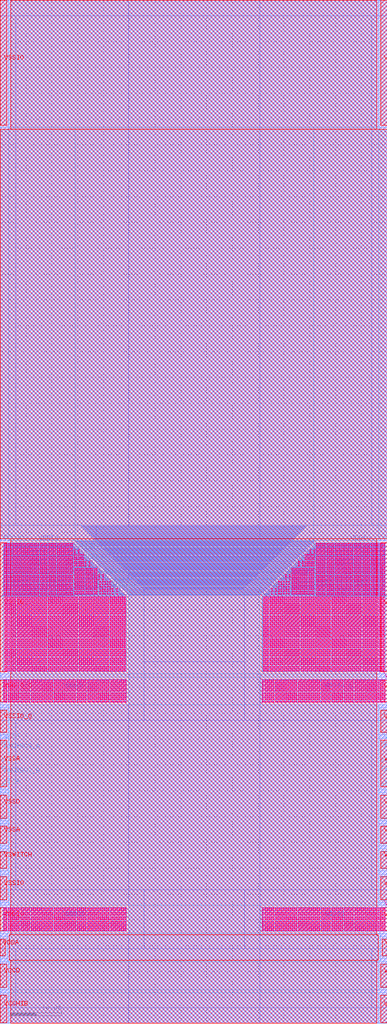
<source format=lef>
# Copyright 2020 The SkyWater PDK Authors
#
# Licensed under the Apache License, Version 2.0 (the "License");
# you may not use this file except in compliance with the License.
# You may obtain a copy of the License at
#
#     https://www.apache.org/licenses/LICENSE-2.0
#
# Unless required by applicable law or agreed to in writing, software
# distributed under the License is distributed on an "AS IS" BASIS,
# WITHOUT WARRANTIES OR CONDITIONS OF ANY KIND, either express or implied.
# See the License for the specific language governing permissions and
# limitations under the License.
#
# SPDX-License-Identifier: Apache-2.0

VERSION 5.5 ;
NAMESCASESENSITIVE ON ;
BUSBITCHARS "[]" ;
DIVIDERCHAR "/" ;
MACRO sky130_fd_io__overlay_vddio_lvc
  CLASS BLOCK ;
  SOURCE USER ;
  ORIGIN  0.000000  0.000000 ;
  SIZE 75 BY 198 ;
  SYMMETRY X Y R90 ;
  PIN AMUXBUS_A
    DIRECTION INOUT ;
    USE SIGNAL ;
    PORT
      LAYER met4 ;
        RECT 0.000000 51.125000 1.270000 54.105000 ;
    END
    PORT
      LAYER met4 ;
        RECT 73.730000 51.125000 75.000000 54.105000 ;
    END
  END AMUXBUS_A
  PIN AMUXBUS_B
    DIRECTION INOUT ;
    USE SIGNAL ;
    PORT
      LAYER met4 ;
        RECT 0.000000 46.365000 1.270000 49.345000 ;
    END
    PORT
      LAYER met4 ;
        RECT 73.730000 46.365000 75.000000 49.345000 ;
    END
  END AMUXBUS_B
  PIN VCCD
    DIRECTION INOUT ;
    USE POWER ;
    PORT
      LAYER met4 ;
        RECT 0.000000 6.885000 1.270000 11.535000 ;
    END
    PORT
      LAYER met4 ;
        RECT 73.730000 6.885000 75.000000 11.535000 ;
    END
    PORT
      LAYER met5 ;
        RECT 0.000000 6.985000 1.270000 11.435000 ;
    END
    PORT
      LAYER met5 ;
        RECT 73.730000 6.985000 75.000000 11.435000 ;
    END
  END VCCD
  PIN VCCHIB
    DIRECTION INOUT ;
    USE POWER ;
    PORT
      LAYER met4 ;
        RECT 0.000000 0.035000 1.270000 5.485000 ;
    END
    PORT
      LAYER met4 ;
        RECT 73.730000 0.035000 75.000000 5.485000 ;
    END
    PORT
      LAYER met5 ;
        RECT 0.000000 0.135000 1.270000 5.385000 ;
    END
    PORT
      LAYER met5 ;
        RECT 73.730000 0.135000 75.000000 5.385000 ;
    END
  END VCCHIB
  PIN VDDA
    DIRECTION INOUT ;
    USE POWER ;
    PORT
      LAYER met4 ;
        RECT 0.000000 12.935000 0.965000 16.385000 ;
    END
    PORT
      LAYER met4 ;
        RECT 74.035000 12.935000 75.000000 16.385000 ;
    END
    PORT
      LAYER met5 ;
        RECT 0.000000 13.035000 0.965000 16.285000 ;
    END
    PORT
      LAYER met5 ;
        RECT 74.035000 13.035000 75.000000 16.285000 ;
    END
  END VDDA
  PIN VDDIO
    DIRECTION INOUT ;
    USE POWER ;
    PORT
      LAYER met3 ;
        RECT 0.595000 68.035000 24.495000 82.665000 ;
        RECT 0.595000 82.665000 24.345000 82.815000 ;
        RECT 0.595000 82.815000 24.195000 82.965000 ;
        RECT 0.595000 82.965000 24.045000 83.115000 ;
        RECT 0.595000 83.115000 23.895000 83.265000 ;
        RECT 0.595000 83.265000 23.745000 83.415000 ;
        RECT 0.595000 83.415000 23.595000 83.565000 ;
        RECT 0.595000 83.565000 23.445000 83.715000 ;
        RECT 0.595000 83.715000 23.295000 83.865000 ;
        RECT 0.595000 83.865000 23.145000 84.015000 ;
        RECT 0.595000 84.015000 22.995000 84.165000 ;
        RECT 0.595000 84.165000 22.845000 84.315000 ;
        RECT 0.595000 84.315000 22.695000 84.465000 ;
        RECT 0.595000 84.465000 22.545000 84.615000 ;
        RECT 0.595000 84.615000 22.395000 84.765000 ;
        RECT 0.595000 84.765000 22.245000 84.915000 ;
        RECT 0.595000 84.915000 22.095000 85.065000 ;
        RECT 0.595000 85.065000 21.945000 85.215000 ;
        RECT 0.595000 85.215000 21.795000 85.365000 ;
        RECT 0.595000 85.365000 21.645000 85.515000 ;
        RECT 0.595000 85.515000 21.495000 85.665000 ;
        RECT 0.595000 85.665000 21.345000 85.815000 ;
        RECT 0.595000 85.815000 21.195000 85.965000 ;
        RECT 0.595000 85.965000 21.045000 86.115000 ;
        RECT 0.595000 86.115000 20.895000 86.265000 ;
        RECT 0.595000 86.265000 20.745000 86.415000 ;
        RECT 0.595000 86.415000 20.595000 86.565000 ;
        RECT 0.595000 86.565000 20.445000 86.715000 ;
        RECT 0.595000 86.715000 20.295000 86.865000 ;
        RECT 0.595000 86.865000 20.145000 87.015000 ;
        RECT 0.595000 87.015000 19.995000 87.165000 ;
        RECT 0.595000 87.165000 19.845000 87.315000 ;
        RECT 0.595000 87.315000 19.695000 87.465000 ;
        RECT 0.595000 87.465000 19.545000 87.615000 ;
        RECT 0.595000 87.615000 19.395000 87.765000 ;
        RECT 0.595000 87.765000 19.245000 87.915000 ;
        RECT 0.595000 87.915000 19.095000 88.065000 ;
        RECT 0.595000 88.065000 18.945000 88.215000 ;
        RECT 0.595000 88.215000 18.795000 88.365000 ;
        RECT 0.595000 88.365000 18.645000 88.515000 ;
        RECT 0.595000 88.515000 18.495000 88.665000 ;
        RECT 0.595000 88.665000 18.345000 88.815000 ;
        RECT 0.595000 88.815000 18.195000 88.965000 ;
        RECT 0.595000 88.965000 18.045000 89.115000 ;
        RECT 0.595000 89.115000 17.895000 89.265000 ;
        RECT 0.595000 89.265000 17.745000 89.415000 ;
        RECT 0.595000 89.415000 17.595000 89.565000 ;
        RECT 0.595000 89.565000 17.445000 89.715000 ;
        RECT 0.595000 89.715000 17.295000 89.865000 ;
        RECT 0.595000 89.865000 17.145000 90.015000 ;
        RECT 0.595000 90.015000 16.995000 90.165000 ;
        RECT 0.595000 90.165000 16.845000 90.315000 ;
        RECT 0.595000 90.315000 16.695000 90.465000 ;
        RECT 0.595000 90.465000 16.545000 90.615000 ;
        RECT 0.595000 90.615000 16.395000 90.765000 ;
        RECT 0.595000 90.765000 16.245000 90.915000 ;
        RECT 0.595000 90.915000 16.095000 91.065000 ;
        RECT 0.595000 91.065000 15.945000 91.215000 ;
        RECT 0.595000 91.215000 15.795000 91.365000 ;
        RECT 0.595000 91.365000 15.645000 91.515000 ;
        RECT 0.595000 91.515000 15.495000 91.665000 ;
        RECT 0.595000 91.665000 15.345000 91.815000 ;
        RECT 0.595000 91.815000 15.195000 91.965000 ;
        RECT 0.595000 91.965000 15.045000 92.115000 ;
        RECT 0.595000 92.115000 14.895000 92.265000 ;
        RECT 0.595000 92.265000 14.745000 92.415000 ;
        RECT 0.595000 92.415000 14.595000 92.565000 ;
        RECT 0.595000 92.565000 14.445000 92.715000 ;
        RECT 0.595000 92.715000 14.295000 92.865000 ;
        RECT 0.595000 92.865000 14.205000 92.955000 ;
    END
    PORT
      LAYER met3 ;
        RECT 0.600000 17.790000 24.500000 22.430000 ;
    END
    PORT
      LAYER met3 ;
        RECT 50.755000 17.790000 74.655000 22.430000 ;
    END
    PORT
      LAYER met3 ;
        RECT 50.760000 68.035000 74.660000 82.665000 ;
        RECT 50.910000 82.665000 74.660000 82.815000 ;
        RECT 51.060000 82.815000 74.660000 82.965000 ;
        RECT 51.210000 82.965000 74.660000 83.115000 ;
        RECT 51.360000 83.115000 74.660000 83.265000 ;
        RECT 51.510000 83.265000 74.660000 83.415000 ;
        RECT 51.660000 83.415000 74.660000 83.565000 ;
        RECT 51.810000 83.565000 74.660000 83.715000 ;
        RECT 51.960000 83.715000 74.660000 83.865000 ;
        RECT 52.110000 83.865000 74.660000 84.015000 ;
        RECT 52.260000 84.015000 74.660000 84.165000 ;
        RECT 52.410000 84.165000 74.660000 84.315000 ;
        RECT 52.560000 84.315000 74.660000 84.465000 ;
        RECT 52.710000 84.465000 74.660000 84.615000 ;
        RECT 52.860000 84.615000 74.660000 84.765000 ;
        RECT 53.010000 84.765000 74.660000 84.915000 ;
        RECT 53.160000 84.915000 74.660000 85.065000 ;
        RECT 53.310000 85.065000 74.660000 85.215000 ;
        RECT 53.460000 85.215000 74.660000 85.365000 ;
        RECT 53.610000 85.365000 74.660000 85.515000 ;
        RECT 53.760000 85.515000 74.660000 85.665000 ;
        RECT 53.910000 85.665000 74.660000 85.815000 ;
        RECT 54.060000 85.815000 74.660000 85.965000 ;
        RECT 54.210000 85.965000 74.660000 86.115000 ;
        RECT 54.360000 86.115000 74.660000 86.265000 ;
        RECT 54.510000 86.265000 74.660000 86.415000 ;
        RECT 54.660000 86.415000 74.660000 86.565000 ;
        RECT 54.810000 86.565000 74.660000 86.715000 ;
        RECT 54.960000 86.715000 74.660000 86.865000 ;
        RECT 55.110000 86.865000 74.660000 87.015000 ;
        RECT 55.260000 87.015000 74.660000 87.165000 ;
        RECT 55.410000 87.165000 74.660000 87.315000 ;
        RECT 55.560000 87.315000 74.660000 87.465000 ;
        RECT 55.710000 87.465000 74.660000 87.615000 ;
        RECT 55.860000 87.615000 74.660000 87.765000 ;
        RECT 56.010000 87.765000 74.660000 87.915000 ;
        RECT 56.160000 87.915000 74.660000 88.065000 ;
        RECT 56.310000 88.065000 74.660000 88.215000 ;
        RECT 56.460000 88.215000 74.660000 88.365000 ;
        RECT 56.610000 88.365000 74.660000 88.515000 ;
        RECT 56.760000 88.515000 74.660000 88.665000 ;
        RECT 56.910000 88.665000 74.660000 88.815000 ;
        RECT 57.060000 88.815000 74.660000 88.965000 ;
        RECT 57.210000 88.965000 74.660000 89.115000 ;
        RECT 57.360000 89.115000 74.660000 89.265000 ;
        RECT 57.510000 89.265000 74.660000 89.415000 ;
        RECT 57.660000 89.415000 74.660000 89.565000 ;
        RECT 57.810000 89.565000 74.660000 89.715000 ;
        RECT 57.960000 89.715000 74.660000 89.865000 ;
        RECT 58.110000 89.865000 74.660000 90.015000 ;
        RECT 58.260000 90.015000 74.660000 90.165000 ;
        RECT 58.410000 90.165000 74.660000 90.315000 ;
        RECT 58.560000 90.315000 74.660000 90.465000 ;
        RECT 58.710000 90.465000 74.660000 90.615000 ;
        RECT 58.860000 90.615000 74.660000 90.765000 ;
        RECT 59.010000 90.765000 74.660000 90.915000 ;
        RECT 59.160000 90.915000 74.660000 91.065000 ;
        RECT 59.310000 91.065000 74.660000 91.215000 ;
        RECT 59.460000 91.215000 74.660000 91.365000 ;
        RECT 59.610000 91.365000 74.660000 91.515000 ;
        RECT 59.760000 91.515000 74.660000 91.665000 ;
        RECT 59.910000 91.665000 74.660000 91.815000 ;
        RECT 60.060000 91.815000 74.660000 91.965000 ;
        RECT 60.210000 91.965000 74.660000 92.115000 ;
        RECT 60.360000 92.115000 74.660000 92.265000 ;
        RECT 60.510000 92.265000 74.660000 92.415000 ;
        RECT 60.660000 92.415000 74.660000 92.565000 ;
        RECT 60.810000 92.565000 74.660000 92.715000 ;
        RECT 60.960000 92.715000 74.660000 92.865000 ;
        RECT 61.055000 92.865000 74.660000 92.960000 ;
    END
    PORT
      LAYER met4 ;
        RECT 0.000000 17.785000 24.475000 22.435000 ;
    END
    PORT
      LAYER met4 ;
        RECT 0.000000 68.035000  1.270000 68.060000 ;
        RECT 0.000000 68.060000 24.500000 82.625000 ;
        RECT 0.000000 82.625000  1.270000 82.790000 ;
        RECT 0.000000 82.790000 14.105000 92.960000 ;
        RECT 0.000000 92.960000  1.270000 93.000000 ;
    END
    PORT
      LAYER met4 ;
        RECT 14.255000 90.950000 15.365000 91.710000 ;
    END
    PORT
      LAYER met4 ;
        RECT 14.270000 88.345000 16.250000 90.820000 ;
    END
    PORT
      LAYER met4 ;
        RECT 14.375000 82.990000 18.855000 88.140000 ;
    END
    PORT
      LAYER met4 ;
        RECT 16.415000 88.365000 17.525000 89.530000 ;
    END
    PORT
      LAYER met4 ;
        RECT 18.995000 85.810000 20.065000 87.015000 ;
    END
    PORT
      LAYER met4 ;
        RECT 19.170000 82.945000 21.450000 85.590000 ;
    END
    PORT
      LAYER met4 ;
        RECT 21.650000 82.855000 22.770000 84.285000 ;
    END
    PORT
      LAYER met4 ;
        RECT 50.755000 68.060000 75.000000 82.625000 ;
        RECT 61.150000 82.785000 75.000000 92.965000 ;
        RECT 73.730000 68.035000 75.000000 68.060000 ;
        RECT 73.730000 82.625000 75.000000 82.785000 ;
        RECT 73.730000 92.965000 75.000000 93.000000 ;
    END
    PORT
      LAYER met4 ;
        RECT 50.780000 17.785000 75.000000 22.435000 ;
    END
    PORT
      LAYER met4 ;
        RECT 52.485000 82.855000 53.605000 84.285000 ;
    END
    PORT
      LAYER met4 ;
        RECT 53.805000 82.945000 56.085000 85.590000 ;
    END
    PORT
      LAYER met4 ;
        RECT 55.190000 85.810000 56.260000 87.015000 ;
    END
    PORT
      LAYER met4 ;
        RECT 56.400000 82.990000 60.880000 88.140000 ;
    END
    PORT
      LAYER met4 ;
        RECT 57.730000 88.365000 58.840000 89.530000 ;
    END
    PORT
      LAYER met4 ;
        RECT 59.005000 88.345000 60.985000 90.820000 ;
    END
    PORT
      LAYER met4 ;
        RECT 59.890000 90.950000 61.000000 91.710000 ;
    END
    PORT
      LAYER met5 ;
        RECT 0.000000 17.885000 1.270000 22.335000 ;
    END
    PORT
      LAYER met5 ;
        RECT 0.000000 68.035000 1.270000 92.985000 ;
    END
    PORT
      LAYER met5 ;
        RECT 73.730000 17.885000 75.000000 22.335000 ;
    END
    PORT
      LAYER met5 ;
        RECT 73.730000 68.035000 75.000000 92.985000 ;
    END
    PORT
      LAYER via3 ;
        RECT  0.690000 17.860000  0.890000 18.060000 ;
        RECT  0.690000 18.290000  0.890000 18.490000 ;
        RECT  0.690000 18.720000  0.890000 18.920000 ;
        RECT  0.690000 19.150000  0.890000 19.350000 ;
        RECT  0.690000 19.580000  0.890000 19.780000 ;
        RECT  0.690000 20.010000  0.890000 20.210000 ;
        RECT  0.690000 20.440000  0.890000 20.640000 ;
        RECT  0.690000 20.870000  0.890000 21.070000 ;
        RECT  0.690000 21.300000  0.890000 21.500000 ;
        RECT  0.690000 21.730000  0.890000 21.930000 ;
        RECT  0.690000 22.160000  0.890000 22.360000 ;
        RECT  0.735000 82.855000  0.935000 83.055000 ;
        RECT  0.735000 83.265000  0.935000 83.465000 ;
        RECT  0.735000 83.675000  0.935000 83.875000 ;
        RECT  0.735000 84.085000  0.935000 84.285000 ;
        RECT  0.735000 84.495000  0.935000 84.695000 ;
        RECT  0.735000 84.905000  0.935000 85.105000 ;
        RECT  0.735000 85.315000  0.935000 85.515000 ;
        RECT  0.735000 85.725000  0.935000 85.925000 ;
        RECT  0.735000 86.135000  0.935000 86.335000 ;
        RECT  0.735000 86.545000  0.935000 86.745000 ;
        RECT  0.735000 86.955000  0.935000 87.155000 ;
        RECT  0.735000 87.365000  0.935000 87.565000 ;
        RECT  0.735000 87.775000  0.935000 87.975000 ;
        RECT  0.735000 88.185000  0.935000 88.385000 ;
        RECT  0.735000 88.595000  0.935000 88.795000 ;
        RECT  0.735000 89.005000  0.935000 89.205000 ;
        RECT  0.735000 89.415000  0.935000 89.615000 ;
        RECT  0.735000 89.825000  0.935000 90.025000 ;
        RECT  0.735000 90.235000  0.935000 90.435000 ;
        RECT  0.735000 90.645000  0.935000 90.845000 ;
        RECT  0.735000 91.055000  0.935000 91.255000 ;
        RECT  0.735000 91.465000  0.935000 91.665000 ;
        RECT  0.735000 91.875000  0.935000 92.075000 ;
        RECT  0.735000 92.285000  0.935000 92.485000 ;
        RECT  0.735000 92.695000  0.935000 92.895000 ;
        RECT  0.845000 68.125000  1.045000 68.325000 ;
        RECT  0.845000 68.535000  1.045000 68.735000 ;
        RECT  0.845000 68.945000  1.045000 69.145000 ;
        RECT  0.845000 69.355000  1.045000 69.555000 ;
        RECT  0.845000 69.765000  1.045000 69.965000 ;
        RECT  0.845000 70.175000  1.045000 70.375000 ;
        RECT  0.845000 70.585000  1.045000 70.785000 ;
        RECT  0.845000 70.995000  1.045000 71.195000 ;
        RECT  0.845000 71.405000  1.045000 71.605000 ;
        RECT  0.845000 71.815000  1.045000 72.015000 ;
        RECT  0.845000 72.225000  1.045000 72.425000 ;
        RECT  0.845000 72.635000  1.045000 72.835000 ;
        RECT  0.845000 73.045000  1.045000 73.245000 ;
        RECT  0.845000 73.450000  1.045000 73.650000 ;
        RECT  0.845000 73.855000  1.045000 74.055000 ;
        RECT  0.845000 74.260000  1.045000 74.460000 ;
        RECT  0.845000 74.665000  1.045000 74.865000 ;
        RECT  0.845000 75.070000  1.045000 75.270000 ;
        RECT  0.845000 75.475000  1.045000 75.675000 ;
        RECT  0.845000 75.880000  1.045000 76.080000 ;
        RECT  0.845000 76.285000  1.045000 76.485000 ;
        RECT  0.845000 76.690000  1.045000 76.890000 ;
        RECT  0.845000 77.095000  1.045000 77.295000 ;
        RECT  0.845000 77.500000  1.045000 77.700000 ;
        RECT  0.845000 77.905000  1.045000 78.105000 ;
        RECT  0.845000 78.310000  1.045000 78.510000 ;
        RECT  0.845000 78.715000  1.045000 78.915000 ;
        RECT  0.845000 79.120000  1.045000 79.320000 ;
        RECT  0.845000 79.525000  1.045000 79.725000 ;
        RECT  0.845000 79.930000  1.045000 80.130000 ;
        RECT  0.845000 80.335000  1.045000 80.535000 ;
        RECT  0.845000 80.740000  1.045000 80.940000 ;
        RECT  0.845000 81.145000  1.045000 81.345000 ;
        RECT  0.845000 81.550000  1.045000 81.750000 ;
        RECT  0.845000 81.955000  1.045000 82.155000 ;
        RECT  0.845000 82.360000  1.045000 82.560000 ;
        RECT  1.095000 17.860000  1.295000 18.060000 ;
        RECT  1.095000 18.290000  1.295000 18.490000 ;
        RECT  1.095000 18.720000  1.295000 18.920000 ;
        RECT  1.095000 19.150000  1.295000 19.350000 ;
        RECT  1.095000 19.580000  1.295000 19.780000 ;
        RECT  1.095000 20.010000  1.295000 20.210000 ;
        RECT  1.095000 20.440000  1.295000 20.640000 ;
        RECT  1.095000 20.870000  1.295000 21.070000 ;
        RECT  1.095000 21.300000  1.295000 21.500000 ;
        RECT  1.095000 21.730000  1.295000 21.930000 ;
        RECT  1.095000 22.160000  1.295000 22.360000 ;
        RECT  1.145000 82.855000  1.345000 83.055000 ;
        RECT  1.145000 83.265000  1.345000 83.465000 ;
        RECT  1.145000 83.675000  1.345000 83.875000 ;
        RECT  1.145000 84.085000  1.345000 84.285000 ;
        RECT  1.145000 84.495000  1.345000 84.695000 ;
        RECT  1.145000 84.905000  1.345000 85.105000 ;
        RECT  1.145000 85.315000  1.345000 85.515000 ;
        RECT  1.145000 85.725000  1.345000 85.925000 ;
        RECT  1.145000 86.135000  1.345000 86.335000 ;
        RECT  1.145000 86.545000  1.345000 86.745000 ;
        RECT  1.145000 86.955000  1.345000 87.155000 ;
        RECT  1.145000 87.365000  1.345000 87.565000 ;
        RECT  1.145000 87.775000  1.345000 87.975000 ;
        RECT  1.145000 88.185000  1.345000 88.385000 ;
        RECT  1.145000 88.595000  1.345000 88.795000 ;
        RECT  1.145000 89.005000  1.345000 89.205000 ;
        RECT  1.145000 89.415000  1.345000 89.615000 ;
        RECT  1.145000 89.825000  1.345000 90.025000 ;
        RECT  1.145000 90.235000  1.345000 90.435000 ;
        RECT  1.145000 90.645000  1.345000 90.845000 ;
        RECT  1.145000 91.055000  1.345000 91.255000 ;
        RECT  1.145000 91.465000  1.345000 91.665000 ;
        RECT  1.145000 91.875000  1.345000 92.075000 ;
        RECT  1.145000 92.285000  1.345000 92.485000 ;
        RECT  1.145000 92.695000  1.345000 92.895000 ;
        RECT  1.245000 68.125000  1.445000 68.325000 ;
        RECT  1.245000 68.535000  1.445000 68.735000 ;
        RECT  1.245000 68.945000  1.445000 69.145000 ;
        RECT  1.245000 69.355000  1.445000 69.555000 ;
        RECT  1.245000 69.765000  1.445000 69.965000 ;
        RECT  1.245000 70.175000  1.445000 70.375000 ;
        RECT  1.245000 70.585000  1.445000 70.785000 ;
        RECT  1.245000 70.995000  1.445000 71.195000 ;
        RECT  1.245000 71.405000  1.445000 71.605000 ;
        RECT  1.245000 71.815000  1.445000 72.015000 ;
        RECT  1.245000 72.225000  1.445000 72.425000 ;
        RECT  1.245000 72.635000  1.445000 72.835000 ;
        RECT  1.245000 73.045000  1.445000 73.245000 ;
        RECT  1.245000 73.450000  1.445000 73.650000 ;
        RECT  1.245000 73.855000  1.445000 74.055000 ;
        RECT  1.245000 74.260000  1.445000 74.460000 ;
        RECT  1.245000 74.665000  1.445000 74.865000 ;
        RECT  1.245000 75.070000  1.445000 75.270000 ;
        RECT  1.245000 75.475000  1.445000 75.675000 ;
        RECT  1.245000 75.880000  1.445000 76.080000 ;
        RECT  1.245000 76.285000  1.445000 76.485000 ;
        RECT  1.245000 76.690000  1.445000 76.890000 ;
        RECT  1.245000 77.095000  1.445000 77.295000 ;
        RECT  1.245000 77.500000  1.445000 77.700000 ;
        RECT  1.245000 77.905000  1.445000 78.105000 ;
        RECT  1.245000 78.310000  1.445000 78.510000 ;
        RECT  1.245000 78.715000  1.445000 78.915000 ;
        RECT  1.245000 79.120000  1.445000 79.320000 ;
        RECT  1.245000 79.525000  1.445000 79.725000 ;
        RECT  1.245000 79.930000  1.445000 80.130000 ;
        RECT  1.245000 80.335000  1.445000 80.535000 ;
        RECT  1.245000 80.740000  1.445000 80.940000 ;
        RECT  1.245000 81.145000  1.445000 81.345000 ;
        RECT  1.245000 81.550000  1.445000 81.750000 ;
        RECT  1.245000 81.955000  1.445000 82.155000 ;
        RECT  1.245000 82.360000  1.445000 82.560000 ;
        RECT  1.500000 17.860000  1.700000 18.060000 ;
        RECT  1.500000 18.290000  1.700000 18.490000 ;
        RECT  1.500000 18.720000  1.700000 18.920000 ;
        RECT  1.500000 19.150000  1.700000 19.350000 ;
        RECT  1.500000 19.580000  1.700000 19.780000 ;
        RECT  1.500000 20.010000  1.700000 20.210000 ;
        RECT  1.500000 20.440000  1.700000 20.640000 ;
        RECT  1.500000 20.870000  1.700000 21.070000 ;
        RECT  1.500000 21.300000  1.700000 21.500000 ;
        RECT  1.500000 21.730000  1.700000 21.930000 ;
        RECT  1.500000 22.160000  1.700000 22.360000 ;
        RECT  1.555000 82.855000  1.755000 83.055000 ;
        RECT  1.555000 83.265000  1.755000 83.465000 ;
        RECT  1.555000 83.675000  1.755000 83.875000 ;
        RECT  1.555000 84.085000  1.755000 84.285000 ;
        RECT  1.555000 84.495000  1.755000 84.695000 ;
        RECT  1.555000 84.905000  1.755000 85.105000 ;
        RECT  1.555000 85.315000  1.755000 85.515000 ;
        RECT  1.555000 85.725000  1.755000 85.925000 ;
        RECT  1.555000 86.135000  1.755000 86.335000 ;
        RECT  1.555000 86.545000  1.755000 86.745000 ;
        RECT  1.555000 86.955000  1.755000 87.155000 ;
        RECT  1.555000 87.365000  1.755000 87.565000 ;
        RECT  1.555000 87.775000  1.755000 87.975000 ;
        RECT  1.555000 88.185000  1.755000 88.385000 ;
        RECT  1.555000 88.595000  1.755000 88.795000 ;
        RECT  1.555000 89.005000  1.755000 89.205000 ;
        RECT  1.555000 89.415000  1.755000 89.615000 ;
        RECT  1.555000 89.825000  1.755000 90.025000 ;
        RECT  1.555000 90.235000  1.755000 90.435000 ;
        RECT  1.555000 90.645000  1.755000 90.845000 ;
        RECT  1.555000 91.055000  1.755000 91.255000 ;
        RECT  1.555000 91.465000  1.755000 91.665000 ;
        RECT  1.555000 91.875000  1.755000 92.075000 ;
        RECT  1.555000 92.285000  1.755000 92.485000 ;
        RECT  1.555000 92.695000  1.755000 92.895000 ;
        RECT  1.645000 68.125000  1.845000 68.325000 ;
        RECT  1.645000 68.535000  1.845000 68.735000 ;
        RECT  1.645000 68.945000  1.845000 69.145000 ;
        RECT  1.645000 69.355000  1.845000 69.555000 ;
        RECT  1.645000 69.765000  1.845000 69.965000 ;
        RECT  1.645000 70.175000  1.845000 70.375000 ;
        RECT  1.645000 70.585000  1.845000 70.785000 ;
        RECT  1.645000 70.995000  1.845000 71.195000 ;
        RECT  1.645000 71.405000  1.845000 71.605000 ;
        RECT  1.645000 71.815000  1.845000 72.015000 ;
        RECT  1.645000 72.225000  1.845000 72.425000 ;
        RECT  1.645000 72.635000  1.845000 72.835000 ;
        RECT  1.645000 73.045000  1.845000 73.245000 ;
        RECT  1.645000 73.450000  1.845000 73.650000 ;
        RECT  1.645000 73.855000  1.845000 74.055000 ;
        RECT  1.645000 74.260000  1.845000 74.460000 ;
        RECT  1.645000 74.665000  1.845000 74.865000 ;
        RECT  1.645000 75.070000  1.845000 75.270000 ;
        RECT  1.645000 75.475000  1.845000 75.675000 ;
        RECT  1.645000 75.880000  1.845000 76.080000 ;
        RECT  1.645000 76.285000  1.845000 76.485000 ;
        RECT  1.645000 76.690000  1.845000 76.890000 ;
        RECT  1.645000 77.095000  1.845000 77.295000 ;
        RECT  1.645000 77.500000  1.845000 77.700000 ;
        RECT  1.645000 77.905000  1.845000 78.105000 ;
        RECT  1.645000 78.310000  1.845000 78.510000 ;
        RECT  1.645000 78.715000  1.845000 78.915000 ;
        RECT  1.645000 79.120000  1.845000 79.320000 ;
        RECT  1.645000 79.525000  1.845000 79.725000 ;
        RECT  1.645000 79.930000  1.845000 80.130000 ;
        RECT  1.645000 80.335000  1.845000 80.535000 ;
        RECT  1.645000 80.740000  1.845000 80.940000 ;
        RECT  1.645000 81.145000  1.845000 81.345000 ;
        RECT  1.645000 81.550000  1.845000 81.750000 ;
        RECT  1.645000 81.955000  1.845000 82.155000 ;
        RECT  1.645000 82.360000  1.845000 82.560000 ;
        RECT  1.905000 17.860000  2.105000 18.060000 ;
        RECT  1.905000 18.290000  2.105000 18.490000 ;
        RECT  1.905000 18.720000  2.105000 18.920000 ;
        RECT  1.905000 19.150000  2.105000 19.350000 ;
        RECT  1.905000 19.580000  2.105000 19.780000 ;
        RECT  1.905000 20.010000  2.105000 20.210000 ;
        RECT  1.905000 20.440000  2.105000 20.640000 ;
        RECT  1.905000 20.870000  2.105000 21.070000 ;
        RECT  1.905000 21.300000  2.105000 21.500000 ;
        RECT  1.905000 21.730000  2.105000 21.930000 ;
        RECT  1.905000 22.160000  2.105000 22.360000 ;
        RECT  1.965000 82.855000  2.165000 83.055000 ;
        RECT  1.965000 83.265000  2.165000 83.465000 ;
        RECT  1.965000 83.675000  2.165000 83.875000 ;
        RECT  1.965000 84.085000  2.165000 84.285000 ;
        RECT  1.965000 84.495000  2.165000 84.695000 ;
        RECT  1.965000 84.905000  2.165000 85.105000 ;
        RECT  1.965000 85.315000  2.165000 85.515000 ;
        RECT  1.965000 85.725000  2.165000 85.925000 ;
        RECT  1.965000 86.135000  2.165000 86.335000 ;
        RECT  1.965000 86.545000  2.165000 86.745000 ;
        RECT  1.965000 86.955000  2.165000 87.155000 ;
        RECT  1.965000 87.365000  2.165000 87.565000 ;
        RECT  1.965000 87.775000  2.165000 87.975000 ;
        RECT  1.965000 88.185000  2.165000 88.385000 ;
        RECT  1.965000 88.595000  2.165000 88.795000 ;
        RECT  1.965000 89.005000  2.165000 89.205000 ;
        RECT  1.965000 89.415000  2.165000 89.615000 ;
        RECT  1.965000 89.825000  2.165000 90.025000 ;
        RECT  1.965000 90.235000  2.165000 90.435000 ;
        RECT  1.965000 90.645000  2.165000 90.845000 ;
        RECT  1.965000 91.055000  2.165000 91.255000 ;
        RECT  1.965000 91.465000  2.165000 91.665000 ;
        RECT  1.965000 91.875000  2.165000 92.075000 ;
        RECT  1.965000 92.285000  2.165000 92.485000 ;
        RECT  1.965000 92.695000  2.165000 92.895000 ;
        RECT  2.045000 68.125000  2.245000 68.325000 ;
        RECT  2.045000 68.535000  2.245000 68.735000 ;
        RECT  2.045000 68.945000  2.245000 69.145000 ;
        RECT  2.045000 69.355000  2.245000 69.555000 ;
        RECT  2.045000 69.765000  2.245000 69.965000 ;
        RECT  2.045000 70.175000  2.245000 70.375000 ;
        RECT  2.045000 70.585000  2.245000 70.785000 ;
        RECT  2.045000 70.995000  2.245000 71.195000 ;
        RECT  2.045000 71.405000  2.245000 71.605000 ;
        RECT  2.045000 71.815000  2.245000 72.015000 ;
        RECT  2.045000 72.225000  2.245000 72.425000 ;
        RECT  2.045000 72.635000  2.245000 72.835000 ;
        RECT  2.045000 73.045000  2.245000 73.245000 ;
        RECT  2.045000 73.450000  2.245000 73.650000 ;
        RECT  2.045000 73.855000  2.245000 74.055000 ;
        RECT  2.045000 74.260000  2.245000 74.460000 ;
        RECT  2.045000 74.665000  2.245000 74.865000 ;
        RECT  2.045000 75.070000  2.245000 75.270000 ;
        RECT  2.045000 75.475000  2.245000 75.675000 ;
        RECT  2.045000 75.880000  2.245000 76.080000 ;
        RECT  2.045000 76.285000  2.245000 76.485000 ;
        RECT  2.045000 76.690000  2.245000 76.890000 ;
        RECT  2.045000 77.095000  2.245000 77.295000 ;
        RECT  2.045000 77.500000  2.245000 77.700000 ;
        RECT  2.045000 77.905000  2.245000 78.105000 ;
        RECT  2.045000 78.310000  2.245000 78.510000 ;
        RECT  2.045000 78.715000  2.245000 78.915000 ;
        RECT  2.045000 79.120000  2.245000 79.320000 ;
        RECT  2.045000 79.525000  2.245000 79.725000 ;
        RECT  2.045000 79.930000  2.245000 80.130000 ;
        RECT  2.045000 80.335000  2.245000 80.535000 ;
        RECT  2.045000 80.740000  2.245000 80.940000 ;
        RECT  2.045000 81.145000  2.245000 81.345000 ;
        RECT  2.045000 81.550000  2.245000 81.750000 ;
        RECT  2.045000 81.955000  2.245000 82.155000 ;
        RECT  2.045000 82.360000  2.245000 82.560000 ;
        RECT  2.310000 17.860000  2.510000 18.060000 ;
        RECT  2.310000 18.290000  2.510000 18.490000 ;
        RECT  2.310000 18.720000  2.510000 18.920000 ;
        RECT  2.310000 19.150000  2.510000 19.350000 ;
        RECT  2.310000 19.580000  2.510000 19.780000 ;
        RECT  2.310000 20.010000  2.510000 20.210000 ;
        RECT  2.310000 20.440000  2.510000 20.640000 ;
        RECT  2.310000 20.870000  2.510000 21.070000 ;
        RECT  2.310000 21.300000  2.510000 21.500000 ;
        RECT  2.310000 21.730000  2.510000 21.930000 ;
        RECT  2.310000 22.160000  2.510000 22.360000 ;
        RECT  2.375000 82.855000  2.575000 83.055000 ;
        RECT  2.375000 83.265000  2.575000 83.465000 ;
        RECT  2.375000 83.675000  2.575000 83.875000 ;
        RECT  2.375000 84.085000  2.575000 84.285000 ;
        RECT  2.375000 84.495000  2.575000 84.695000 ;
        RECT  2.375000 84.905000  2.575000 85.105000 ;
        RECT  2.375000 85.315000  2.575000 85.515000 ;
        RECT  2.375000 85.725000  2.575000 85.925000 ;
        RECT  2.375000 86.135000  2.575000 86.335000 ;
        RECT  2.375000 86.545000  2.575000 86.745000 ;
        RECT  2.375000 86.955000  2.575000 87.155000 ;
        RECT  2.375000 87.365000  2.575000 87.565000 ;
        RECT  2.375000 87.775000  2.575000 87.975000 ;
        RECT  2.375000 88.185000  2.575000 88.385000 ;
        RECT  2.375000 88.595000  2.575000 88.795000 ;
        RECT  2.375000 89.005000  2.575000 89.205000 ;
        RECT  2.375000 89.415000  2.575000 89.615000 ;
        RECT  2.375000 89.825000  2.575000 90.025000 ;
        RECT  2.375000 90.235000  2.575000 90.435000 ;
        RECT  2.375000 90.645000  2.575000 90.845000 ;
        RECT  2.375000 91.055000  2.575000 91.255000 ;
        RECT  2.375000 91.465000  2.575000 91.665000 ;
        RECT  2.375000 91.875000  2.575000 92.075000 ;
        RECT  2.375000 92.285000  2.575000 92.485000 ;
        RECT  2.375000 92.695000  2.575000 92.895000 ;
        RECT  2.445000 68.125000  2.645000 68.325000 ;
        RECT  2.445000 68.535000  2.645000 68.735000 ;
        RECT  2.445000 68.945000  2.645000 69.145000 ;
        RECT  2.445000 69.355000  2.645000 69.555000 ;
        RECT  2.445000 69.765000  2.645000 69.965000 ;
        RECT  2.445000 70.175000  2.645000 70.375000 ;
        RECT  2.445000 70.585000  2.645000 70.785000 ;
        RECT  2.445000 70.995000  2.645000 71.195000 ;
        RECT  2.445000 71.405000  2.645000 71.605000 ;
        RECT  2.445000 71.815000  2.645000 72.015000 ;
        RECT  2.445000 72.225000  2.645000 72.425000 ;
        RECT  2.445000 72.635000  2.645000 72.835000 ;
        RECT  2.445000 73.045000  2.645000 73.245000 ;
        RECT  2.445000 73.450000  2.645000 73.650000 ;
        RECT  2.445000 73.855000  2.645000 74.055000 ;
        RECT  2.445000 74.260000  2.645000 74.460000 ;
        RECT  2.445000 74.665000  2.645000 74.865000 ;
        RECT  2.445000 75.070000  2.645000 75.270000 ;
        RECT  2.445000 75.475000  2.645000 75.675000 ;
        RECT  2.445000 75.880000  2.645000 76.080000 ;
        RECT  2.445000 76.285000  2.645000 76.485000 ;
        RECT  2.445000 76.690000  2.645000 76.890000 ;
        RECT  2.445000 77.095000  2.645000 77.295000 ;
        RECT  2.445000 77.500000  2.645000 77.700000 ;
        RECT  2.445000 77.905000  2.645000 78.105000 ;
        RECT  2.445000 78.310000  2.645000 78.510000 ;
        RECT  2.445000 78.715000  2.645000 78.915000 ;
        RECT  2.445000 79.120000  2.645000 79.320000 ;
        RECT  2.445000 79.525000  2.645000 79.725000 ;
        RECT  2.445000 79.930000  2.645000 80.130000 ;
        RECT  2.445000 80.335000  2.645000 80.535000 ;
        RECT  2.445000 80.740000  2.645000 80.940000 ;
        RECT  2.445000 81.145000  2.645000 81.345000 ;
        RECT  2.445000 81.550000  2.645000 81.750000 ;
        RECT  2.445000 81.955000  2.645000 82.155000 ;
        RECT  2.445000 82.360000  2.645000 82.560000 ;
        RECT  2.715000 17.860000  2.915000 18.060000 ;
        RECT  2.715000 18.290000  2.915000 18.490000 ;
        RECT  2.715000 18.720000  2.915000 18.920000 ;
        RECT  2.715000 19.150000  2.915000 19.350000 ;
        RECT  2.715000 19.580000  2.915000 19.780000 ;
        RECT  2.715000 20.010000  2.915000 20.210000 ;
        RECT  2.715000 20.440000  2.915000 20.640000 ;
        RECT  2.715000 20.870000  2.915000 21.070000 ;
        RECT  2.715000 21.300000  2.915000 21.500000 ;
        RECT  2.715000 21.730000  2.915000 21.930000 ;
        RECT  2.715000 22.160000  2.915000 22.360000 ;
        RECT  2.785000 82.855000  2.985000 83.055000 ;
        RECT  2.785000 83.265000  2.985000 83.465000 ;
        RECT  2.785000 83.675000  2.985000 83.875000 ;
        RECT  2.785000 84.085000  2.985000 84.285000 ;
        RECT  2.785000 84.495000  2.985000 84.695000 ;
        RECT  2.785000 84.905000  2.985000 85.105000 ;
        RECT  2.785000 85.315000  2.985000 85.515000 ;
        RECT  2.785000 85.725000  2.985000 85.925000 ;
        RECT  2.785000 86.135000  2.985000 86.335000 ;
        RECT  2.785000 86.545000  2.985000 86.745000 ;
        RECT  2.785000 86.955000  2.985000 87.155000 ;
        RECT  2.785000 87.365000  2.985000 87.565000 ;
        RECT  2.785000 87.775000  2.985000 87.975000 ;
        RECT  2.785000 88.185000  2.985000 88.385000 ;
        RECT  2.785000 88.595000  2.985000 88.795000 ;
        RECT  2.785000 89.005000  2.985000 89.205000 ;
        RECT  2.785000 89.415000  2.985000 89.615000 ;
        RECT  2.785000 89.825000  2.985000 90.025000 ;
        RECT  2.785000 90.235000  2.985000 90.435000 ;
        RECT  2.785000 90.645000  2.985000 90.845000 ;
        RECT  2.785000 91.055000  2.985000 91.255000 ;
        RECT  2.785000 91.465000  2.985000 91.665000 ;
        RECT  2.785000 91.875000  2.985000 92.075000 ;
        RECT  2.785000 92.285000  2.985000 92.485000 ;
        RECT  2.785000 92.695000  2.985000 92.895000 ;
        RECT  2.845000 68.125000  3.045000 68.325000 ;
        RECT  2.845000 68.535000  3.045000 68.735000 ;
        RECT  2.845000 68.945000  3.045000 69.145000 ;
        RECT  2.845000 69.355000  3.045000 69.555000 ;
        RECT  2.845000 69.765000  3.045000 69.965000 ;
        RECT  2.845000 70.175000  3.045000 70.375000 ;
        RECT  2.845000 70.585000  3.045000 70.785000 ;
        RECT  2.845000 70.995000  3.045000 71.195000 ;
        RECT  2.845000 71.405000  3.045000 71.605000 ;
        RECT  2.845000 71.815000  3.045000 72.015000 ;
        RECT  2.845000 72.225000  3.045000 72.425000 ;
        RECT  2.845000 72.635000  3.045000 72.835000 ;
        RECT  2.845000 73.045000  3.045000 73.245000 ;
        RECT  2.845000 73.450000  3.045000 73.650000 ;
        RECT  2.845000 73.855000  3.045000 74.055000 ;
        RECT  2.845000 74.260000  3.045000 74.460000 ;
        RECT  2.845000 74.665000  3.045000 74.865000 ;
        RECT  2.845000 75.070000  3.045000 75.270000 ;
        RECT  2.845000 75.475000  3.045000 75.675000 ;
        RECT  2.845000 75.880000  3.045000 76.080000 ;
        RECT  2.845000 76.285000  3.045000 76.485000 ;
        RECT  2.845000 76.690000  3.045000 76.890000 ;
        RECT  2.845000 77.095000  3.045000 77.295000 ;
        RECT  2.845000 77.500000  3.045000 77.700000 ;
        RECT  2.845000 77.905000  3.045000 78.105000 ;
        RECT  2.845000 78.310000  3.045000 78.510000 ;
        RECT  2.845000 78.715000  3.045000 78.915000 ;
        RECT  2.845000 79.120000  3.045000 79.320000 ;
        RECT  2.845000 79.525000  3.045000 79.725000 ;
        RECT  2.845000 79.930000  3.045000 80.130000 ;
        RECT  2.845000 80.335000  3.045000 80.535000 ;
        RECT  2.845000 80.740000  3.045000 80.940000 ;
        RECT  2.845000 81.145000  3.045000 81.345000 ;
        RECT  2.845000 81.550000  3.045000 81.750000 ;
        RECT  2.845000 81.955000  3.045000 82.155000 ;
        RECT  2.845000 82.360000  3.045000 82.560000 ;
        RECT  3.120000 17.860000  3.320000 18.060000 ;
        RECT  3.120000 18.290000  3.320000 18.490000 ;
        RECT  3.120000 18.720000  3.320000 18.920000 ;
        RECT  3.120000 19.150000  3.320000 19.350000 ;
        RECT  3.120000 19.580000  3.320000 19.780000 ;
        RECT  3.120000 20.010000  3.320000 20.210000 ;
        RECT  3.120000 20.440000  3.320000 20.640000 ;
        RECT  3.120000 20.870000  3.320000 21.070000 ;
        RECT  3.120000 21.300000  3.320000 21.500000 ;
        RECT  3.120000 21.730000  3.320000 21.930000 ;
        RECT  3.120000 22.160000  3.320000 22.360000 ;
        RECT  3.195000 82.855000  3.395000 83.055000 ;
        RECT  3.195000 83.265000  3.395000 83.465000 ;
        RECT  3.195000 83.675000  3.395000 83.875000 ;
        RECT  3.195000 84.085000  3.395000 84.285000 ;
        RECT  3.195000 84.495000  3.395000 84.695000 ;
        RECT  3.195000 84.905000  3.395000 85.105000 ;
        RECT  3.195000 85.315000  3.395000 85.515000 ;
        RECT  3.195000 85.725000  3.395000 85.925000 ;
        RECT  3.195000 86.135000  3.395000 86.335000 ;
        RECT  3.195000 86.545000  3.395000 86.745000 ;
        RECT  3.195000 86.955000  3.395000 87.155000 ;
        RECT  3.195000 87.365000  3.395000 87.565000 ;
        RECT  3.195000 87.775000  3.395000 87.975000 ;
        RECT  3.195000 88.185000  3.395000 88.385000 ;
        RECT  3.195000 88.595000  3.395000 88.795000 ;
        RECT  3.195000 89.005000  3.395000 89.205000 ;
        RECT  3.195000 89.415000  3.395000 89.615000 ;
        RECT  3.195000 89.825000  3.395000 90.025000 ;
        RECT  3.195000 90.235000  3.395000 90.435000 ;
        RECT  3.195000 90.645000  3.395000 90.845000 ;
        RECT  3.195000 91.055000  3.395000 91.255000 ;
        RECT  3.195000 91.465000  3.395000 91.665000 ;
        RECT  3.195000 91.875000  3.395000 92.075000 ;
        RECT  3.195000 92.285000  3.395000 92.485000 ;
        RECT  3.195000 92.695000  3.395000 92.895000 ;
        RECT  3.245000 68.125000  3.445000 68.325000 ;
        RECT  3.245000 68.535000  3.445000 68.735000 ;
        RECT  3.245000 68.945000  3.445000 69.145000 ;
        RECT  3.245000 69.355000  3.445000 69.555000 ;
        RECT  3.245000 69.765000  3.445000 69.965000 ;
        RECT  3.245000 70.175000  3.445000 70.375000 ;
        RECT  3.245000 70.585000  3.445000 70.785000 ;
        RECT  3.245000 70.995000  3.445000 71.195000 ;
        RECT  3.245000 71.405000  3.445000 71.605000 ;
        RECT  3.245000 71.815000  3.445000 72.015000 ;
        RECT  3.245000 72.225000  3.445000 72.425000 ;
        RECT  3.245000 72.635000  3.445000 72.835000 ;
        RECT  3.245000 73.045000  3.445000 73.245000 ;
        RECT  3.245000 73.450000  3.445000 73.650000 ;
        RECT  3.245000 73.855000  3.445000 74.055000 ;
        RECT  3.245000 74.260000  3.445000 74.460000 ;
        RECT  3.245000 74.665000  3.445000 74.865000 ;
        RECT  3.245000 75.070000  3.445000 75.270000 ;
        RECT  3.245000 75.475000  3.445000 75.675000 ;
        RECT  3.245000 75.880000  3.445000 76.080000 ;
        RECT  3.245000 76.285000  3.445000 76.485000 ;
        RECT  3.245000 76.690000  3.445000 76.890000 ;
        RECT  3.245000 77.095000  3.445000 77.295000 ;
        RECT  3.245000 77.500000  3.445000 77.700000 ;
        RECT  3.245000 77.905000  3.445000 78.105000 ;
        RECT  3.245000 78.310000  3.445000 78.510000 ;
        RECT  3.245000 78.715000  3.445000 78.915000 ;
        RECT  3.245000 79.120000  3.445000 79.320000 ;
        RECT  3.245000 79.525000  3.445000 79.725000 ;
        RECT  3.245000 79.930000  3.445000 80.130000 ;
        RECT  3.245000 80.335000  3.445000 80.535000 ;
        RECT  3.245000 80.740000  3.445000 80.940000 ;
        RECT  3.245000 81.145000  3.445000 81.345000 ;
        RECT  3.245000 81.550000  3.445000 81.750000 ;
        RECT  3.245000 81.955000  3.445000 82.155000 ;
        RECT  3.245000 82.360000  3.445000 82.560000 ;
        RECT  3.525000 17.860000  3.725000 18.060000 ;
        RECT  3.525000 18.290000  3.725000 18.490000 ;
        RECT  3.525000 18.720000  3.725000 18.920000 ;
        RECT  3.525000 19.150000  3.725000 19.350000 ;
        RECT  3.525000 19.580000  3.725000 19.780000 ;
        RECT  3.525000 20.010000  3.725000 20.210000 ;
        RECT  3.525000 20.440000  3.725000 20.640000 ;
        RECT  3.525000 20.870000  3.725000 21.070000 ;
        RECT  3.525000 21.300000  3.725000 21.500000 ;
        RECT  3.525000 21.730000  3.725000 21.930000 ;
        RECT  3.525000 22.160000  3.725000 22.360000 ;
        RECT  3.605000 82.855000  3.805000 83.055000 ;
        RECT  3.605000 83.265000  3.805000 83.465000 ;
        RECT  3.605000 83.675000  3.805000 83.875000 ;
        RECT  3.605000 84.085000  3.805000 84.285000 ;
        RECT  3.605000 84.495000  3.805000 84.695000 ;
        RECT  3.605000 84.905000  3.805000 85.105000 ;
        RECT  3.605000 85.315000  3.805000 85.515000 ;
        RECT  3.605000 85.725000  3.805000 85.925000 ;
        RECT  3.605000 86.135000  3.805000 86.335000 ;
        RECT  3.605000 86.545000  3.805000 86.745000 ;
        RECT  3.605000 86.955000  3.805000 87.155000 ;
        RECT  3.605000 87.365000  3.805000 87.565000 ;
        RECT  3.605000 87.775000  3.805000 87.975000 ;
        RECT  3.605000 88.185000  3.805000 88.385000 ;
        RECT  3.605000 88.595000  3.805000 88.795000 ;
        RECT  3.605000 89.005000  3.805000 89.205000 ;
        RECT  3.605000 89.415000  3.805000 89.615000 ;
        RECT  3.605000 89.825000  3.805000 90.025000 ;
        RECT  3.605000 90.235000  3.805000 90.435000 ;
        RECT  3.605000 90.645000  3.805000 90.845000 ;
        RECT  3.605000 91.055000  3.805000 91.255000 ;
        RECT  3.605000 91.465000  3.805000 91.665000 ;
        RECT  3.605000 91.875000  3.805000 92.075000 ;
        RECT  3.605000 92.285000  3.805000 92.485000 ;
        RECT  3.605000 92.695000  3.805000 92.895000 ;
        RECT  3.645000 68.125000  3.845000 68.325000 ;
        RECT  3.645000 68.535000  3.845000 68.735000 ;
        RECT  3.645000 68.945000  3.845000 69.145000 ;
        RECT  3.645000 69.355000  3.845000 69.555000 ;
        RECT  3.645000 69.765000  3.845000 69.965000 ;
        RECT  3.645000 70.175000  3.845000 70.375000 ;
        RECT  3.645000 70.585000  3.845000 70.785000 ;
        RECT  3.645000 70.995000  3.845000 71.195000 ;
        RECT  3.645000 71.405000  3.845000 71.605000 ;
        RECT  3.645000 71.815000  3.845000 72.015000 ;
        RECT  3.645000 72.225000  3.845000 72.425000 ;
        RECT  3.645000 72.635000  3.845000 72.835000 ;
        RECT  3.645000 73.045000  3.845000 73.245000 ;
        RECT  3.645000 73.450000  3.845000 73.650000 ;
        RECT  3.645000 73.855000  3.845000 74.055000 ;
        RECT  3.645000 74.260000  3.845000 74.460000 ;
        RECT  3.645000 74.665000  3.845000 74.865000 ;
        RECT  3.645000 75.070000  3.845000 75.270000 ;
        RECT  3.645000 75.475000  3.845000 75.675000 ;
        RECT  3.645000 75.880000  3.845000 76.080000 ;
        RECT  3.645000 76.285000  3.845000 76.485000 ;
        RECT  3.645000 76.690000  3.845000 76.890000 ;
        RECT  3.645000 77.095000  3.845000 77.295000 ;
        RECT  3.645000 77.500000  3.845000 77.700000 ;
        RECT  3.645000 77.905000  3.845000 78.105000 ;
        RECT  3.645000 78.310000  3.845000 78.510000 ;
        RECT  3.645000 78.715000  3.845000 78.915000 ;
        RECT  3.645000 79.120000  3.845000 79.320000 ;
        RECT  3.645000 79.525000  3.845000 79.725000 ;
        RECT  3.645000 79.930000  3.845000 80.130000 ;
        RECT  3.645000 80.335000  3.845000 80.535000 ;
        RECT  3.645000 80.740000  3.845000 80.940000 ;
        RECT  3.645000 81.145000  3.845000 81.345000 ;
        RECT  3.645000 81.550000  3.845000 81.750000 ;
        RECT  3.645000 81.955000  3.845000 82.155000 ;
        RECT  3.645000 82.360000  3.845000 82.560000 ;
        RECT  3.930000 17.860000  4.130000 18.060000 ;
        RECT  3.930000 18.290000  4.130000 18.490000 ;
        RECT  3.930000 18.720000  4.130000 18.920000 ;
        RECT  3.930000 19.150000  4.130000 19.350000 ;
        RECT  3.930000 19.580000  4.130000 19.780000 ;
        RECT  3.930000 20.010000  4.130000 20.210000 ;
        RECT  3.930000 20.440000  4.130000 20.640000 ;
        RECT  3.930000 20.870000  4.130000 21.070000 ;
        RECT  3.930000 21.300000  4.130000 21.500000 ;
        RECT  3.930000 21.730000  4.130000 21.930000 ;
        RECT  3.930000 22.160000  4.130000 22.360000 ;
        RECT  4.015000 82.855000  4.215000 83.055000 ;
        RECT  4.015000 83.265000  4.215000 83.465000 ;
        RECT  4.015000 83.675000  4.215000 83.875000 ;
        RECT  4.015000 84.085000  4.215000 84.285000 ;
        RECT  4.015000 84.495000  4.215000 84.695000 ;
        RECT  4.015000 84.905000  4.215000 85.105000 ;
        RECT  4.015000 85.315000  4.215000 85.515000 ;
        RECT  4.015000 85.725000  4.215000 85.925000 ;
        RECT  4.015000 86.135000  4.215000 86.335000 ;
        RECT  4.015000 86.545000  4.215000 86.745000 ;
        RECT  4.015000 86.955000  4.215000 87.155000 ;
        RECT  4.015000 87.365000  4.215000 87.565000 ;
        RECT  4.015000 87.775000  4.215000 87.975000 ;
        RECT  4.015000 88.185000  4.215000 88.385000 ;
        RECT  4.015000 88.595000  4.215000 88.795000 ;
        RECT  4.015000 89.005000  4.215000 89.205000 ;
        RECT  4.015000 89.415000  4.215000 89.615000 ;
        RECT  4.015000 89.825000  4.215000 90.025000 ;
        RECT  4.015000 90.235000  4.215000 90.435000 ;
        RECT  4.015000 90.645000  4.215000 90.845000 ;
        RECT  4.015000 91.055000  4.215000 91.255000 ;
        RECT  4.015000 91.465000  4.215000 91.665000 ;
        RECT  4.015000 91.875000  4.215000 92.075000 ;
        RECT  4.015000 92.285000  4.215000 92.485000 ;
        RECT  4.015000 92.695000  4.215000 92.895000 ;
        RECT  4.045000 68.125000  4.245000 68.325000 ;
        RECT  4.045000 68.535000  4.245000 68.735000 ;
        RECT  4.045000 68.945000  4.245000 69.145000 ;
        RECT  4.045000 69.355000  4.245000 69.555000 ;
        RECT  4.045000 69.765000  4.245000 69.965000 ;
        RECT  4.045000 70.175000  4.245000 70.375000 ;
        RECT  4.045000 70.585000  4.245000 70.785000 ;
        RECT  4.045000 70.995000  4.245000 71.195000 ;
        RECT  4.045000 71.405000  4.245000 71.605000 ;
        RECT  4.045000 71.815000  4.245000 72.015000 ;
        RECT  4.045000 72.225000  4.245000 72.425000 ;
        RECT  4.045000 72.635000  4.245000 72.835000 ;
        RECT  4.045000 73.045000  4.245000 73.245000 ;
        RECT  4.045000 73.450000  4.245000 73.650000 ;
        RECT  4.045000 73.855000  4.245000 74.055000 ;
        RECT  4.045000 74.260000  4.245000 74.460000 ;
        RECT  4.045000 74.665000  4.245000 74.865000 ;
        RECT  4.045000 75.070000  4.245000 75.270000 ;
        RECT  4.045000 75.475000  4.245000 75.675000 ;
        RECT  4.045000 75.880000  4.245000 76.080000 ;
        RECT  4.045000 76.285000  4.245000 76.485000 ;
        RECT  4.045000 76.690000  4.245000 76.890000 ;
        RECT  4.045000 77.095000  4.245000 77.295000 ;
        RECT  4.045000 77.500000  4.245000 77.700000 ;
        RECT  4.045000 77.905000  4.245000 78.105000 ;
        RECT  4.045000 78.310000  4.245000 78.510000 ;
        RECT  4.045000 78.715000  4.245000 78.915000 ;
        RECT  4.045000 79.120000  4.245000 79.320000 ;
        RECT  4.045000 79.525000  4.245000 79.725000 ;
        RECT  4.045000 79.930000  4.245000 80.130000 ;
        RECT  4.045000 80.335000  4.245000 80.535000 ;
        RECT  4.045000 80.740000  4.245000 80.940000 ;
        RECT  4.045000 81.145000  4.245000 81.345000 ;
        RECT  4.045000 81.550000  4.245000 81.750000 ;
        RECT  4.045000 81.955000  4.245000 82.155000 ;
        RECT  4.045000 82.360000  4.245000 82.560000 ;
        RECT  4.335000 17.860000  4.535000 18.060000 ;
        RECT  4.335000 18.290000  4.535000 18.490000 ;
        RECT  4.335000 18.720000  4.535000 18.920000 ;
        RECT  4.335000 19.150000  4.535000 19.350000 ;
        RECT  4.335000 19.580000  4.535000 19.780000 ;
        RECT  4.335000 20.010000  4.535000 20.210000 ;
        RECT  4.335000 20.440000  4.535000 20.640000 ;
        RECT  4.335000 20.870000  4.535000 21.070000 ;
        RECT  4.335000 21.300000  4.535000 21.500000 ;
        RECT  4.335000 21.730000  4.535000 21.930000 ;
        RECT  4.335000 22.160000  4.535000 22.360000 ;
        RECT  4.425000 82.855000  4.625000 83.055000 ;
        RECT  4.425000 83.265000  4.625000 83.465000 ;
        RECT  4.425000 83.675000  4.625000 83.875000 ;
        RECT  4.425000 84.085000  4.625000 84.285000 ;
        RECT  4.425000 84.495000  4.625000 84.695000 ;
        RECT  4.425000 84.905000  4.625000 85.105000 ;
        RECT  4.425000 85.315000  4.625000 85.515000 ;
        RECT  4.425000 85.725000  4.625000 85.925000 ;
        RECT  4.425000 86.135000  4.625000 86.335000 ;
        RECT  4.425000 86.545000  4.625000 86.745000 ;
        RECT  4.425000 86.955000  4.625000 87.155000 ;
        RECT  4.425000 87.365000  4.625000 87.565000 ;
        RECT  4.425000 87.775000  4.625000 87.975000 ;
        RECT  4.425000 88.185000  4.625000 88.385000 ;
        RECT  4.425000 88.595000  4.625000 88.795000 ;
        RECT  4.425000 89.005000  4.625000 89.205000 ;
        RECT  4.425000 89.415000  4.625000 89.615000 ;
        RECT  4.425000 89.825000  4.625000 90.025000 ;
        RECT  4.425000 90.235000  4.625000 90.435000 ;
        RECT  4.425000 90.645000  4.625000 90.845000 ;
        RECT  4.425000 91.055000  4.625000 91.255000 ;
        RECT  4.425000 91.465000  4.625000 91.665000 ;
        RECT  4.425000 91.875000  4.625000 92.075000 ;
        RECT  4.425000 92.285000  4.625000 92.485000 ;
        RECT  4.425000 92.695000  4.625000 92.895000 ;
        RECT  4.445000 68.125000  4.645000 68.325000 ;
        RECT  4.445000 68.535000  4.645000 68.735000 ;
        RECT  4.445000 68.945000  4.645000 69.145000 ;
        RECT  4.445000 69.355000  4.645000 69.555000 ;
        RECT  4.445000 69.765000  4.645000 69.965000 ;
        RECT  4.445000 70.175000  4.645000 70.375000 ;
        RECT  4.445000 70.585000  4.645000 70.785000 ;
        RECT  4.445000 70.995000  4.645000 71.195000 ;
        RECT  4.445000 71.405000  4.645000 71.605000 ;
        RECT  4.445000 71.815000  4.645000 72.015000 ;
        RECT  4.445000 72.225000  4.645000 72.425000 ;
        RECT  4.445000 72.635000  4.645000 72.835000 ;
        RECT  4.445000 73.045000  4.645000 73.245000 ;
        RECT  4.445000 73.450000  4.645000 73.650000 ;
        RECT  4.445000 73.855000  4.645000 74.055000 ;
        RECT  4.445000 74.260000  4.645000 74.460000 ;
        RECT  4.445000 74.665000  4.645000 74.865000 ;
        RECT  4.445000 75.070000  4.645000 75.270000 ;
        RECT  4.445000 75.475000  4.645000 75.675000 ;
        RECT  4.445000 75.880000  4.645000 76.080000 ;
        RECT  4.445000 76.285000  4.645000 76.485000 ;
        RECT  4.445000 76.690000  4.645000 76.890000 ;
        RECT  4.445000 77.095000  4.645000 77.295000 ;
        RECT  4.445000 77.500000  4.645000 77.700000 ;
        RECT  4.445000 77.905000  4.645000 78.105000 ;
        RECT  4.445000 78.310000  4.645000 78.510000 ;
        RECT  4.445000 78.715000  4.645000 78.915000 ;
        RECT  4.445000 79.120000  4.645000 79.320000 ;
        RECT  4.445000 79.525000  4.645000 79.725000 ;
        RECT  4.445000 79.930000  4.645000 80.130000 ;
        RECT  4.445000 80.335000  4.645000 80.535000 ;
        RECT  4.445000 80.740000  4.645000 80.940000 ;
        RECT  4.445000 81.145000  4.645000 81.345000 ;
        RECT  4.445000 81.550000  4.645000 81.750000 ;
        RECT  4.445000 81.955000  4.645000 82.155000 ;
        RECT  4.445000 82.360000  4.645000 82.560000 ;
        RECT  4.740000 17.860000  4.940000 18.060000 ;
        RECT  4.740000 18.290000  4.940000 18.490000 ;
        RECT  4.740000 18.720000  4.940000 18.920000 ;
        RECT  4.740000 19.150000  4.940000 19.350000 ;
        RECT  4.740000 19.580000  4.940000 19.780000 ;
        RECT  4.740000 20.010000  4.940000 20.210000 ;
        RECT  4.740000 20.440000  4.940000 20.640000 ;
        RECT  4.740000 20.870000  4.940000 21.070000 ;
        RECT  4.740000 21.300000  4.940000 21.500000 ;
        RECT  4.740000 21.730000  4.940000 21.930000 ;
        RECT  4.740000 22.160000  4.940000 22.360000 ;
        RECT  4.835000 82.855000  5.035000 83.055000 ;
        RECT  4.835000 83.265000  5.035000 83.465000 ;
        RECT  4.835000 83.675000  5.035000 83.875000 ;
        RECT  4.835000 84.085000  5.035000 84.285000 ;
        RECT  4.835000 84.495000  5.035000 84.695000 ;
        RECT  4.835000 84.905000  5.035000 85.105000 ;
        RECT  4.835000 85.315000  5.035000 85.515000 ;
        RECT  4.835000 85.725000  5.035000 85.925000 ;
        RECT  4.835000 86.135000  5.035000 86.335000 ;
        RECT  4.835000 86.545000  5.035000 86.745000 ;
        RECT  4.835000 86.955000  5.035000 87.155000 ;
        RECT  4.835000 87.365000  5.035000 87.565000 ;
        RECT  4.835000 87.775000  5.035000 87.975000 ;
        RECT  4.835000 88.185000  5.035000 88.385000 ;
        RECT  4.835000 88.595000  5.035000 88.795000 ;
        RECT  4.835000 89.005000  5.035000 89.205000 ;
        RECT  4.835000 89.415000  5.035000 89.615000 ;
        RECT  4.835000 89.825000  5.035000 90.025000 ;
        RECT  4.835000 90.235000  5.035000 90.435000 ;
        RECT  4.835000 90.645000  5.035000 90.845000 ;
        RECT  4.835000 91.055000  5.035000 91.255000 ;
        RECT  4.835000 91.465000  5.035000 91.665000 ;
        RECT  4.835000 91.875000  5.035000 92.075000 ;
        RECT  4.835000 92.285000  5.035000 92.485000 ;
        RECT  4.835000 92.695000  5.035000 92.895000 ;
        RECT  4.845000 68.125000  5.045000 68.325000 ;
        RECT  4.845000 68.535000  5.045000 68.735000 ;
        RECT  4.845000 68.945000  5.045000 69.145000 ;
        RECT  4.845000 69.355000  5.045000 69.555000 ;
        RECT  4.845000 69.765000  5.045000 69.965000 ;
        RECT  4.845000 70.175000  5.045000 70.375000 ;
        RECT  4.845000 70.585000  5.045000 70.785000 ;
        RECT  4.845000 70.995000  5.045000 71.195000 ;
        RECT  4.845000 71.405000  5.045000 71.605000 ;
        RECT  4.845000 71.815000  5.045000 72.015000 ;
        RECT  4.845000 72.225000  5.045000 72.425000 ;
        RECT  4.845000 72.635000  5.045000 72.835000 ;
        RECT  4.845000 73.045000  5.045000 73.245000 ;
        RECT  4.845000 73.450000  5.045000 73.650000 ;
        RECT  4.845000 73.855000  5.045000 74.055000 ;
        RECT  4.845000 74.260000  5.045000 74.460000 ;
        RECT  4.845000 74.665000  5.045000 74.865000 ;
        RECT  4.845000 75.070000  5.045000 75.270000 ;
        RECT  4.845000 75.475000  5.045000 75.675000 ;
        RECT  4.845000 75.880000  5.045000 76.080000 ;
        RECT  4.845000 76.285000  5.045000 76.485000 ;
        RECT  4.845000 76.690000  5.045000 76.890000 ;
        RECT  4.845000 77.095000  5.045000 77.295000 ;
        RECT  4.845000 77.500000  5.045000 77.700000 ;
        RECT  4.845000 77.905000  5.045000 78.105000 ;
        RECT  4.845000 78.310000  5.045000 78.510000 ;
        RECT  4.845000 78.715000  5.045000 78.915000 ;
        RECT  4.845000 79.120000  5.045000 79.320000 ;
        RECT  4.845000 79.525000  5.045000 79.725000 ;
        RECT  4.845000 79.930000  5.045000 80.130000 ;
        RECT  4.845000 80.335000  5.045000 80.535000 ;
        RECT  4.845000 80.740000  5.045000 80.940000 ;
        RECT  4.845000 81.145000  5.045000 81.345000 ;
        RECT  4.845000 81.550000  5.045000 81.750000 ;
        RECT  4.845000 81.955000  5.045000 82.155000 ;
        RECT  4.845000 82.360000  5.045000 82.560000 ;
        RECT  5.145000 17.860000  5.345000 18.060000 ;
        RECT  5.145000 18.290000  5.345000 18.490000 ;
        RECT  5.145000 18.720000  5.345000 18.920000 ;
        RECT  5.145000 19.150000  5.345000 19.350000 ;
        RECT  5.145000 19.580000  5.345000 19.780000 ;
        RECT  5.145000 20.010000  5.345000 20.210000 ;
        RECT  5.145000 20.440000  5.345000 20.640000 ;
        RECT  5.145000 20.870000  5.345000 21.070000 ;
        RECT  5.145000 21.300000  5.345000 21.500000 ;
        RECT  5.145000 21.730000  5.345000 21.930000 ;
        RECT  5.145000 22.160000  5.345000 22.360000 ;
        RECT  5.245000 68.125000  5.445000 68.325000 ;
        RECT  5.245000 68.535000  5.445000 68.735000 ;
        RECT  5.245000 68.945000  5.445000 69.145000 ;
        RECT  5.245000 69.355000  5.445000 69.555000 ;
        RECT  5.245000 69.765000  5.445000 69.965000 ;
        RECT  5.245000 70.175000  5.445000 70.375000 ;
        RECT  5.245000 70.585000  5.445000 70.785000 ;
        RECT  5.245000 70.995000  5.445000 71.195000 ;
        RECT  5.245000 71.405000  5.445000 71.605000 ;
        RECT  5.245000 71.815000  5.445000 72.015000 ;
        RECT  5.245000 72.225000  5.445000 72.425000 ;
        RECT  5.245000 72.635000  5.445000 72.835000 ;
        RECT  5.245000 73.045000  5.445000 73.245000 ;
        RECT  5.245000 73.450000  5.445000 73.650000 ;
        RECT  5.245000 73.855000  5.445000 74.055000 ;
        RECT  5.245000 74.260000  5.445000 74.460000 ;
        RECT  5.245000 74.665000  5.445000 74.865000 ;
        RECT  5.245000 75.070000  5.445000 75.270000 ;
        RECT  5.245000 75.475000  5.445000 75.675000 ;
        RECT  5.245000 75.880000  5.445000 76.080000 ;
        RECT  5.245000 76.285000  5.445000 76.485000 ;
        RECT  5.245000 76.690000  5.445000 76.890000 ;
        RECT  5.245000 77.095000  5.445000 77.295000 ;
        RECT  5.245000 77.500000  5.445000 77.700000 ;
        RECT  5.245000 77.905000  5.445000 78.105000 ;
        RECT  5.245000 78.310000  5.445000 78.510000 ;
        RECT  5.245000 78.715000  5.445000 78.915000 ;
        RECT  5.245000 79.120000  5.445000 79.320000 ;
        RECT  5.245000 79.525000  5.445000 79.725000 ;
        RECT  5.245000 79.930000  5.445000 80.130000 ;
        RECT  5.245000 80.335000  5.445000 80.535000 ;
        RECT  5.245000 80.740000  5.445000 80.940000 ;
        RECT  5.245000 81.145000  5.445000 81.345000 ;
        RECT  5.245000 81.550000  5.445000 81.750000 ;
        RECT  5.245000 81.955000  5.445000 82.155000 ;
        RECT  5.245000 82.360000  5.445000 82.560000 ;
        RECT  5.245000 82.855000  5.445000 83.055000 ;
        RECT  5.245000 83.265000  5.445000 83.465000 ;
        RECT  5.245000 83.675000  5.445000 83.875000 ;
        RECT  5.245000 84.085000  5.445000 84.285000 ;
        RECT  5.245000 84.495000  5.445000 84.695000 ;
        RECT  5.245000 84.905000  5.445000 85.105000 ;
        RECT  5.245000 85.315000  5.445000 85.515000 ;
        RECT  5.245000 85.725000  5.445000 85.925000 ;
        RECT  5.245000 86.135000  5.445000 86.335000 ;
        RECT  5.245000 86.545000  5.445000 86.745000 ;
        RECT  5.245000 86.955000  5.445000 87.155000 ;
        RECT  5.245000 87.365000  5.445000 87.565000 ;
        RECT  5.245000 87.775000  5.445000 87.975000 ;
        RECT  5.245000 88.185000  5.445000 88.385000 ;
        RECT  5.245000 88.595000  5.445000 88.795000 ;
        RECT  5.245000 89.005000  5.445000 89.205000 ;
        RECT  5.245000 89.415000  5.445000 89.615000 ;
        RECT  5.245000 89.825000  5.445000 90.025000 ;
        RECT  5.245000 90.235000  5.445000 90.435000 ;
        RECT  5.245000 90.645000  5.445000 90.845000 ;
        RECT  5.245000 91.055000  5.445000 91.255000 ;
        RECT  5.245000 91.465000  5.445000 91.665000 ;
        RECT  5.245000 91.875000  5.445000 92.075000 ;
        RECT  5.245000 92.285000  5.445000 92.485000 ;
        RECT  5.245000 92.695000  5.445000 92.895000 ;
        RECT  5.550000 17.860000  5.750000 18.060000 ;
        RECT  5.550000 18.290000  5.750000 18.490000 ;
        RECT  5.550000 18.720000  5.750000 18.920000 ;
        RECT  5.550000 19.150000  5.750000 19.350000 ;
        RECT  5.550000 19.580000  5.750000 19.780000 ;
        RECT  5.550000 20.010000  5.750000 20.210000 ;
        RECT  5.550000 20.440000  5.750000 20.640000 ;
        RECT  5.550000 20.870000  5.750000 21.070000 ;
        RECT  5.550000 21.300000  5.750000 21.500000 ;
        RECT  5.550000 21.730000  5.750000 21.930000 ;
        RECT  5.550000 22.160000  5.750000 22.360000 ;
        RECT  5.645000 68.125000  5.845000 68.325000 ;
        RECT  5.645000 68.535000  5.845000 68.735000 ;
        RECT  5.645000 68.945000  5.845000 69.145000 ;
        RECT  5.645000 69.355000  5.845000 69.555000 ;
        RECT  5.645000 69.765000  5.845000 69.965000 ;
        RECT  5.645000 70.175000  5.845000 70.375000 ;
        RECT  5.645000 70.585000  5.845000 70.785000 ;
        RECT  5.645000 70.995000  5.845000 71.195000 ;
        RECT  5.645000 71.405000  5.845000 71.605000 ;
        RECT  5.645000 71.815000  5.845000 72.015000 ;
        RECT  5.645000 72.225000  5.845000 72.425000 ;
        RECT  5.645000 72.635000  5.845000 72.835000 ;
        RECT  5.645000 73.045000  5.845000 73.245000 ;
        RECT  5.645000 73.450000  5.845000 73.650000 ;
        RECT  5.645000 73.855000  5.845000 74.055000 ;
        RECT  5.645000 74.260000  5.845000 74.460000 ;
        RECT  5.645000 74.665000  5.845000 74.865000 ;
        RECT  5.645000 75.070000  5.845000 75.270000 ;
        RECT  5.645000 75.475000  5.845000 75.675000 ;
        RECT  5.645000 75.880000  5.845000 76.080000 ;
        RECT  5.645000 76.285000  5.845000 76.485000 ;
        RECT  5.645000 76.690000  5.845000 76.890000 ;
        RECT  5.645000 77.095000  5.845000 77.295000 ;
        RECT  5.645000 77.500000  5.845000 77.700000 ;
        RECT  5.645000 77.905000  5.845000 78.105000 ;
        RECT  5.645000 78.310000  5.845000 78.510000 ;
        RECT  5.645000 78.715000  5.845000 78.915000 ;
        RECT  5.645000 79.120000  5.845000 79.320000 ;
        RECT  5.645000 79.525000  5.845000 79.725000 ;
        RECT  5.645000 79.930000  5.845000 80.130000 ;
        RECT  5.645000 80.335000  5.845000 80.535000 ;
        RECT  5.645000 80.740000  5.845000 80.940000 ;
        RECT  5.645000 81.145000  5.845000 81.345000 ;
        RECT  5.645000 81.550000  5.845000 81.750000 ;
        RECT  5.645000 81.955000  5.845000 82.155000 ;
        RECT  5.645000 82.360000  5.845000 82.560000 ;
        RECT  5.655000 82.855000  5.855000 83.055000 ;
        RECT  5.655000 83.265000  5.855000 83.465000 ;
        RECT  5.655000 83.675000  5.855000 83.875000 ;
        RECT  5.655000 84.085000  5.855000 84.285000 ;
        RECT  5.655000 84.495000  5.855000 84.695000 ;
        RECT  5.655000 84.905000  5.855000 85.105000 ;
        RECT  5.655000 85.315000  5.855000 85.515000 ;
        RECT  5.655000 85.725000  5.855000 85.925000 ;
        RECT  5.655000 86.135000  5.855000 86.335000 ;
        RECT  5.655000 86.545000  5.855000 86.745000 ;
        RECT  5.655000 86.955000  5.855000 87.155000 ;
        RECT  5.655000 87.365000  5.855000 87.565000 ;
        RECT  5.655000 87.775000  5.855000 87.975000 ;
        RECT  5.655000 88.185000  5.855000 88.385000 ;
        RECT  5.655000 88.595000  5.855000 88.795000 ;
        RECT  5.655000 89.005000  5.855000 89.205000 ;
        RECT  5.655000 89.415000  5.855000 89.615000 ;
        RECT  5.655000 89.825000  5.855000 90.025000 ;
        RECT  5.655000 90.235000  5.855000 90.435000 ;
        RECT  5.655000 90.645000  5.855000 90.845000 ;
        RECT  5.655000 91.055000  5.855000 91.255000 ;
        RECT  5.655000 91.465000  5.855000 91.665000 ;
        RECT  5.655000 91.875000  5.855000 92.075000 ;
        RECT  5.655000 92.285000  5.855000 92.485000 ;
        RECT  5.655000 92.695000  5.855000 92.895000 ;
        RECT  5.955000 17.860000  6.155000 18.060000 ;
        RECT  5.955000 18.290000  6.155000 18.490000 ;
        RECT  5.955000 18.720000  6.155000 18.920000 ;
        RECT  5.955000 19.150000  6.155000 19.350000 ;
        RECT  5.955000 19.580000  6.155000 19.780000 ;
        RECT  5.955000 20.010000  6.155000 20.210000 ;
        RECT  5.955000 20.440000  6.155000 20.640000 ;
        RECT  5.955000 20.870000  6.155000 21.070000 ;
        RECT  5.955000 21.300000  6.155000 21.500000 ;
        RECT  5.955000 21.730000  6.155000 21.930000 ;
        RECT  5.955000 22.160000  6.155000 22.360000 ;
        RECT  6.045000 68.125000  6.245000 68.325000 ;
        RECT  6.045000 68.535000  6.245000 68.735000 ;
        RECT  6.045000 68.945000  6.245000 69.145000 ;
        RECT  6.045000 69.355000  6.245000 69.555000 ;
        RECT  6.045000 69.765000  6.245000 69.965000 ;
        RECT  6.045000 70.175000  6.245000 70.375000 ;
        RECT  6.045000 70.585000  6.245000 70.785000 ;
        RECT  6.045000 70.995000  6.245000 71.195000 ;
        RECT  6.045000 71.405000  6.245000 71.605000 ;
        RECT  6.045000 71.815000  6.245000 72.015000 ;
        RECT  6.045000 72.225000  6.245000 72.425000 ;
        RECT  6.045000 72.635000  6.245000 72.835000 ;
        RECT  6.045000 73.045000  6.245000 73.245000 ;
        RECT  6.045000 73.450000  6.245000 73.650000 ;
        RECT  6.045000 73.855000  6.245000 74.055000 ;
        RECT  6.045000 74.260000  6.245000 74.460000 ;
        RECT  6.045000 74.665000  6.245000 74.865000 ;
        RECT  6.045000 75.070000  6.245000 75.270000 ;
        RECT  6.045000 75.475000  6.245000 75.675000 ;
        RECT  6.045000 75.880000  6.245000 76.080000 ;
        RECT  6.045000 76.285000  6.245000 76.485000 ;
        RECT  6.045000 76.690000  6.245000 76.890000 ;
        RECT  6.045000 77.095000  6.245000 77.295000 ;
        RECT  6.045000 77.500000  6.245000 77.700000 ;
        RECT  6.045000 77.905000  6.245000 78.105000 ;
        RECT  6.045000 78.310000  6.245000 78.510000 ;
        RECT  6.045000 78.715000  6.245000 78.915000 ;
        RECT  6.045000 79.120000  6.245000 79.320000 ;
        RECT  6.045000 79.525000  6.245000 79.725000 ;
        RECT  6.045000 79.930000  6.245000 80.130000 ;
        RECT  6.045000 80.335000  6.245000 80.535000 ;
        RECT  6.045000 80.740000  6.245000 80.940000 ;
        RECT  6.045000 81.145000  6.245000 81.345000 ;
        RECT  6.045000 81.550000  6.245000 81.750000 ;
        RECT  6.045000 81.955000  6.245000 82.155000 ;
        RECT  6.045000 82.360000  6.245000 82.560000 ;
        RECT  6.065000 82.855000  6.265000 83.055000 ;
        RECT  6.065000 83.265000  6.265000 83.465000 ;
        RECT  6.065000 83.675000  6.265000 83.875000 ;
        RECT  6.065000 84.085000  6.265000 84.285000 ;
        RECT  6.065000 84.495000  6.265000 84.695000 ;
        RECT  6.065000 84.905000  6.265000 85.105000 ;
        RECT  6.065000 85.315000  6.265000 85.515000 ;
        RECT  6.065000 85.725000  6.265000 85.925000 ;
        RECT  6.065000 86.135000  6.265000 86.335000 ;
        RECT  6.065000 86.545000  6.265000 86.745000 ;
        RECT  6.065000 86.955000  6.265000 87.155000 ;
        RECT  6.065000 87.365000  6.265000 87.565000 ;
        RECT  6.065000 87.775000  6.265000 87.975000 ;
        RECT  6.065000 88.185000  6.265000 88.385000 ;
        RECT  6.065000 88.595000  6.265000 88.795000 ;
        RECT  6.065000 89.005000  6.265000 89.205000 ;
        RECT  6.065000 89.415000  6.265000 89.615000 ;
        RECT  6.065000 89.825000  6.265000 90.025000 ;
        RECT  6.065000 90.235000  6.265000 90.435000 ;
        RECT  6.065000 90.645000  6.265000 90.845000 ;
        RECT  6.065000 91.055000  6.265000 91.255000 ;
        RECT  6.065000 91.465000  6.265000 91.665000 ;
        RECT  6.065000 91.875000  6.265000 92.075000 ;
        RECT  6.065000 92.285000  6.265000 92.485000 ;
        RECT  6.065000 92.695000  6.265000 92.895000 ;
        RECT  6.360000 17.860000  6.560000 18.060000 ;
        RECT  6.360000 18.290000  6.560000 18.490000 ;
        RECT  6.360000 18.720000  6.560000 18.920000 ;
        RECT  6.360000 19.150000  6.560000 19.350000 ;
        RECT  6.360000 19.580000  6.560000 19.780000 ;
        RECT  6.360000 20.010000  6.560000 20.210000 ;
        RECT  6.360000 20.440000  6.560000 20.640000 ;
        RECT  6.360000 20.870000  6.560000 21.070000 ;
        RECT  6.360000 21.300000  6.560000 21.500000 ;
        RECT  6.360000 21.730000  6.560000 21.930000 ;
        RECT  6.360000 22.160000  6.560000 22.360000 ;
        RECT  6.445000 68.125000  6.645000 68.325000 ;
        RECT  6.445000 68.535000  6.645000 68.735000 ;
        RECT  6.445000 68.945000  6.645000 69.145000 ;
        RECT  6.445000 69.355000  6.645000 69.555000 ;
        RECT  6.445000 69.765000  6.645000 69.965000 ;
        RECT  6.445000 70.175000  6.645000 70.375000 ;
        RECT  6.445000 70.585000  6.645000 70.785000 ;
        RECT  6.445000 70.995000  6.645000 71.195000 ;
        RECT  6.445000 71.405000  6.645000 71.605000 ;
        RECT  6.445000 71.815000  6.645000 72.015000 ;
        RECT  6.445000 72.225000  6.645000 72.425000 ;
        RECT  6.445000 72.635000  6.645000 72.835000 ;
        RECT  6.445000 73.045000  6.645000 73.245000 ;
        RECT  6.445000 73.450000  6.645000 73.650000 ;
        RECT  6.445000 73.855000  6.645000 74.055000 ;
        RECT  6.445000 74.260000  6.645000 74.460000 ;
        RECT  6.445000 74.665000  6.645000 74.865000 ;
        RECT  6.445000 75.070000  6.645000 75.270000 ;
        RECT  6.445000 75.475000  6.645000 75.675000 ;
        RECT  6.445000 75.880000  6.645000 76.080000 ;
        RECT  6.445000 76.285000  6.645000 76.485000 ;
        RECT  6.445000 76.690000  6.645000 76.890000 ;
        RECT  6.445000 77.095000  6.645000 77.295000 ;
        RECT  6.445000 77.500000  6.645000 77.700000 ;
        RECT  6.445000 77.905000  6.645000 78.105000 ;
        RECT  6.445000 78.310000  6.645000 78.510000 ;
        RECT  6.445000 78.715000  6.645000 78.915000 ;
        RECT  6.445000 79.120000  6.645000 79.320000 ;
        RECT  6.445000 79.525000  6.645000 79.725000 ;
        RECT  6.445000 79.930000  6.645000 80.130000 ;
        RECT  6.445000 80.335000  6.645000 80.535000 ;
        RECT  6.445000 80.740000  6.645000 80.940000 ;
        RECT  6.445000 81.145000  6.645000 81.345000 ;
        RECT  6.445000 81.550000  6.645000 81.750000 ;
        RECT  6.445000 81.955000  6.645000 82.155000 ;
        RECT  6.445000 82.360000  6.645000 82.560000 ;
        RECT  6.475000 82.855000  6.675000 83.055000 ;
        RECT  6.475000 83.265000  6.675000 83.465000 ;
        RECT  6.475000 83.675000  6.675000 83.875000 ;
        RECT  6.475000 84.085000  6.675000 84.285000 ;
        RECT  6.475000 84.495000  6.675000 84.695000 ;
        RECT  6.475000 84.905000  6.675000 85.105000 ;
        RECT  6.475000 85.315000  6.675000 85.515000 ;
        RECT  6.475000 85.725000  6.675000 85.925000 ;
        RECT  6.475000 86.135000  6.675000 86.335000 ;
        RECT  6.475000 86.545000  6.675000 86.745000 ;
        RECT  6.475000 86.955000  6.675000 87.155000 ;
        RECT  6.475000 87.365000  6.675000 87.565000 ;
        RECT  6.475000 87.775000  6.675000 87.975000 ;
        RECT  6.475000 88.185000  6.675000 88.385000 ;
        RECT  6.475000 88.595000  6.675000 88.795000 ;
        RECT  6.475000 89.005000  6.675000 89.205000 ;
        RECT  6.475000 89.415000  6.675000 89.615000 ;
        RECT  6.475000 89.825000  6.675000 90.025000 ;
        RECT  6.475000 90.235000  6.675000 90.435000 ;
        RECT  6.475000 90.645000  6.675000 90.845000 ;
        RECT  6.475000 91.055000  6.675000 91.255000 ;
        RECT  6.475000 91.465000  6.675000 91.665000 ;
        RECT  6.475000 91.875000  6.675000 92.075000 ;
        RECT  6.475000 92.285000  6.675000 92.485000 ;
        RECT  6.475000 92.695000  6.675000 92.895000 ;
        RECT  6.765000 17.860000  6.965000 18.060000 ;
        RECT  6.765000 18.290000  6.965000 18.490000 ;
        RECT  6.765000 18.720000  6.965000 18.920000 ;
        RECT  6.765000 19.150000  6.965000 19.350000 ;
        RECT  6.765000 19.580000  6.965000 19.780000 ;
        RECT  6.765000 20.010000  6.965000 20.210000 ;
        RECT  6.765000 20.440000  6.965000 20.640000 ;
        RECT  6.765000 20.870000  6.965000 21.070000 ;
        RECT  6.765000 21.300000  6.965000 21.500000 ;
        RECT  6.765000 21.730000  6.965000 21.930000 ;
        RECT  6.765000 22.160000  6.965000 22.360000 ;
        RECT  6.845000 68.125000  7.045000 68.325000 ;
        RECT  6.845000 68.535000  7.045000 68.735000 ;
        RECT  6.845000 68.945000  7.045000 69.145000 ;
        RECT  6.845000 69.355000  7.045000 69.555000 ;
        RECT  6.845000 69.765000  7.045000 69.965000 ;
        RECT  6.845000 70.175000  7.045000 70.375000 ;
        RECT  6.845000 70.585000  7.045000 70.785000 ;
        RECT  6.845000 70.995000  7.045000 71.195000 ;
        RECT  6.845000 71.405000  7.045000 71.605000 ;
        RECT  6.845000 71.815000  7.045000 72.015000 ;
        RECT  6.845000 72.225000  7.045000 72.425000 ;
        RECT  6.845000 72.635000  7.045000 72.835000 ;
        RECT  6.845000 73.045000  7.045000 73.245000 ;
        RECT  6.845000 73.450000  7.045000 73.650000 ;
        RECT  6.845000 73.855000  7.045000 74.055000 ;
        RECT  6.845000 74.260000  7.045000 74.460000 ;
        RECT  6.845000 74.665000  7.045000 74.865000 ;
        RECT  6.845000 75.070000  7.045000 75.270000 ;
        RECT  6.845000 75.475000  7.045000 75.675000 ;
        RECT  6.845000 75.880000  7.045000 76.080000 ;
        RECT  6.845000 76.285000  7.045000 76.485000 ;
        RECT  6.845000 76.690000  7.045000 76.890000 ;
        RECT  6.845000 77.095000  7.045000 77.295000 ;
        RECT  6.845000 77.500000  7.045000 77.700000 ;
        RECT  6.845000 77.905000  7.045000 78.105000 ;
        RECT  6.845000 78.310000  7.045000 78.510000 ;
        RECT  6.845000 78.715000  7.045000 78.915000 ;
        RECT  6.845000 79.120000  7.045000 79.320000 ;
        RECT  6.845000 79.525000  7.045000 79.725000 ;
        RECT  6.845000 79.930000  7.045000 80.130000 ;
        RECT  6.845000 80.335000  7.045000 80.535000 ;
        RECT  6.845000 80.740000  7.045000 80.940000 ;
        RECT  6.845000 81.145000  7.045000 81.345000 ;
        RECT  6.845000 81.550000  7.045000 81.750000 ;
        RECT  6.845000 81.955000  7.045000 82.155000 ;
        RECT  6.845000 82.360000  7.045000 82.560000 ;
        RECT  6.885000 82.855000  7.085000 83.055000 ;
        RECT  6.885000 83.265000  7.085000 83.465000 ;
        RECT  6.885000 83.675000  7.085000 83.875000 ;
        RECT  6.885000 84.085000  7.085000 84.285000 ;
        RECT  6.885000 84.495000  7.085000 84.695000 ;
        RECT  6.885000 84.905000  7.085000 85.105000 ;
        RECT  6.885000 85.315000  7.085000 85.515000 ;
        RECT  6.885000 85.725000  7.085000 85.925000 ;
        RECT  6.885000 86.135000  7.085000 86.335000 ;
        RECT  6.885000 86.545000  7.085000 86.745000 ;
        RECT  6.885000 86.955000  7.085000 87.155000 ;
        RECT  6.885000 87.365000  7.085000 87.565000 ;
        RECT  6.885000 87.775000  7.085000 87.975000 ;
        RECT  6.885000 88.185000  7.085000 88.385000 ;
        RECT  6.885000 88.595000  7.085000 88.795000 ;
        RECT  6.885000 89.005000  7.085000 89.205000 ;
        RECT  6.885000 89.415000  7.085000 89.615000 ;
        RECT  6.885000 89.825000  7.085000 90.025000 ;
        RECT  6.885000 90.235000  7.085000 90.435000 ;
        RECT  6.885000 90.645000  7.085000 90.845000 ;
        RECT  6.885000 91.055000  7.085000 91.255000 ;
        RECT  6.885000 91.465000  7.085000 91.665000 ;
        RECT  6.885000 91.875000  7.085000 92.075000 ;
        RECT  6.885000 92.285000  7.085000 92.485000 ;
        RECT  6.885000 92.695000  7.085000 92.895000 ;
        RECT  7.170000 17.860000  7.370000 18.060000 ;
        RECT  7.170000 18.290000  7.370000 18.490000 ;
        RECT  7.170000 18.720000  7.370000 18.920000 ;
        RECT  7.170000 19.150000  7.370000 19.350000 ;
        RECT  7.170000 19.580000  7.370000 19.780000 ;
        RECT  7.170000 20.010000  7.370000 20.210000 ;
        RECT  7.170000 20.440000  7.370000 20.640000 ;
        RECT  7.170000 20.870000  7.370000 21.070000 ;
        RECT  7.170000 21.300000  7.370000 21.500000 ;
        RECT  7.170000 21.730000  7.370000 21.930000 ;
        RECT  7.170000 22.160000  7.370000 22.360000 ;
        RECT  7.245000 68.125000  7.445000 68.325000 ;
        RECT  7.245000 68.535000  7.445000 68.735000 ;
        RECT  7.245000 68.945000  7.445000 69.145000 ;
        RECT  7.245000 69.355000  7.445000 69.555000 ;
        RECT  7.245000 69.765000  7.445000 69.965000 ;
        RECT  7.245000 70.175000  7.445000 70.375000 ;
        RECT  7.245000 70.585000  7.445000 70.785000 ;
        RECT  7.245000 70.995000  7.445000 71.195000 ;
        RECT  7.245000 71.405000  7.445000 71.605000 ;
        RECT  7.245000 71.815000  7.445000 72.015000 ;
        RECT  7.245000 72.225000  7.445000 72.425000 ;
        RECT  7.245000 72.635000  7.445000 72.835000 ;
        RECT  7.245000 73.045000  7.445000 73.245000 ;
        RECT  7.245000 73.450000  7.445000 73.650000 ;
        RECT  7.245000 73.855000  7.445000 74.055000 ;
        RECT  7.245000 74.260000  7.445000 74.460000 ;
        RECT  7.245000 74.665000  7.445000 74.865000 ;
        RECT  7.245000 75.070000  7.445000 75.270000 ;
        RECT  7.245000 75.475000  7.445000 75.675000 ;
        RECT  7.245000 75.880000  7.445000 76.080000 ;
        RECT  7.245000 76.285000  7.445000 76.485000 ;
        RECT  7.245000 76.690000  7.445000 76.890000 ;
        RECT  7.245000 77.095000  7.445000 77.295000 ;
        RECT  7.245000 77.500000  7.445000 77.700000 ;
        RECT  7.245000 77.905000  7.445000 78.105000 ;
        RECT  7.245000 78.310000  7.445000 78.510000 ;
        RECT  7.245000 78.715000  7.445000 78.915000 ;
        RECT  7.245000 79.120000  7.445000 79.320000 ;
        RECT  7.245000 79.525000  7.445000 79.725000 ;
        RECT  7.245000 79.930000  7.445000 80.130000 ;
        RECT  7.245000 80.335000  7.445000 80.535000 ;
        RECT  7.245000 80.740000  7.445000 80.940000 ;
        RECT  7.245000 81.145000  7.445000 81.345000 ;
        RECT  7.245000 81.550000  7.445000 81.750000 ;
        RECT  7.245000 81.955000  7.445000 82.155000 ;
        RECT  7.245000 82.360000  7.445000 82.560000 ;
        RECT  7.295000 82.855000  7.495000 83.055000 ;
        RECT  7.295000 83.265000  7.495000 83.465000 ;
        RECT  7.295000 83.675000  7.495000 83.875000 ;
        RECT  7.295000 84.085000  7.495000 84.285000 ;
        RECT  7.295000 84.495000  7.495000 84.695000 ;
        RECT  7.295000 84.905000  7.495000 85.105000 ;
        RECT  7.295000 85.315000  7.495000 85.515000 ;
        RECT  7.295000 85.725000  7.495000 85.925000 ;
        RECT  7.295000 86.135000  7.495000 86.335000 ;
        RECT  7.295000 86.545000  7.495000 86.745000 ;
        RECT  7.295000 86.955000  7.495000 87.155000 ;
        RECT  7.295000 87.365000  7.495000 87.565000 ;
        RECT  7.295000 87.775000  7.495000 87.975000 ;
        RECT  7.295000 88.185000  7.495000 88.385000 ;
        RECT  7.295000 88.595000  7.495000 88.795000 ;
        RECT  7.295000 89.005000  7.495000 89.205000 ;
        RECT  7.295000 89.415000  7.495000 89.615000 ;
        RECT  7.295000 89.825000  7.495000 90.025000 ;
        RECT  7.295000 90.235000  7.495000 90.435000 ;
        RECT  7.295000 90.645000  7.495000 90.845000 ;
        RECT  7.295000 91.055000  7.495000 91.255000 ;
        RECT  7.295000 91.465000  7.495000 91.665000 ;
        RECT  7.295000 91.875000  7.495000 92.075000 ;
        RECT  7.295000 92.285000  7.495000 92.485000 ;
        RECT  7.295000 92.695000  7.495000 92.895000 ;
        RECT  7.575000 17.860000  7.775000 18.060000 ;
        RECT  7.575000 18.290000  7.775000 18.490000 ;
        RECT  7.575000 18.720000  7.775000 18.920000 ;
        RECT  7.575000 19.150000  7.775000 19.350000 ;
        RECT  7.575000 19.580000  7.775000 19.780000 ;
        RECT  7.575000 20.010000  7.775000 20.210000 ;
        RECT  7.575000 20.440000  7.775000 20.640000 ;
        RECT  7.575000 20.870000  7.775000 21.070000 ;
        RECT  7.575000 21.300000  7.775000 21.500000 ;
        RECT  7.575000 21.730000  7.775000 21.930000 ;
        RECT  7.575000 22.160000  7.775000 22.360000 ;
        RECT  7.645000 68.125000  7.845000 68.325000 ;
        RECT  7.645000 68.535000  7.845000 68.735000 ;
        RECT  7.645000 68.945000  7.845000 69.145000 ;
        RECT  7.645000 69.355000  7.845000 69.555000 ;
        RECT  7.645000 69.765000  7.845000 69.965000 ;
        RECT  7.645000 70.175000  7.845000 70.375000 ;
        RECT  7.645000 70.585000  7.845000 70.785000 ;
        RECT  7.645000 70.995000  7.845000 71.195000 ;
        RECT  7.645000 71.405000  7.845000 71.605000 ;
        RECT  7.645000 71.815000  7.845000 72.015000 ;
        RECT  7.645000 72.225000  7.845000 72.425000 ;
        RECT  7.645000 72.635000  7.845000 72.835000 ;
        RECT  7.645000 73.045000  7.845000 73.245000 ;
        RECT  7.645000 73.450000  7.845000 73.650000 ;
        RECT  7.645000 73.855000  7.845000 74.055000 ;
        RECT  7.645000 74.260000  7.845000 74.460000 ;
        RECT  7.645000 74.665000  7.845000 74.865000 ;
        RECT  7.645000 75.070000  7.845000 75.270000 ;
        RECT  7.645000 75.475000  7.845000 75.675000 ;
        RECT  7.645000 75.880000  7.845000 76.080000 ;
        RECT  7.645000 76.285000  7.845000 76.485000 ;
        RECT  7.645000 76.690000  7.845000 76.890000 ;
        RECT  7.645000 77.095000  7.845000 77.295000 ;
        RECT  7.645000 77.500000  7.845000 77.700000 ;
        RECT  7.645000 77.905000  7.845000 78.105000 ;
        RECT  7.645000 78.310000  7.845000 78.510000 ;
        RECT  7.645000 78.715000  7.845000 78.915000 ;
        RECT  7.645000 79.120000  7.845000 79.320000 ;
        RECT  7.645000 79.525000  7.845000 79.725000 ;
        RECT  7.645000 79.930000  7.845000 80.130000 ;
        RECT  7.645000 80.335000  7.845000 80.535000 ;
        RECT  7.645000 80.740000  7.845000 80.940000 ;
        RECT  7.645000 81.145000  7.845000 81.345000 ;
        RECT  7.645000 81.550000  7.845000 81.750000 ;
        RECT  7.645000 81.955000  7.845000 82.155000 ;
        RECT  7.645000 82.360000  7.845000 82.560000 ;
        RECT  7.705000 82.855000  7.905000 83.055000 ;
        RECT  7.705000 83.265000  7.905000 83.465000 ;
        RECT  7.705000 83.675000  7.905000 83.875000 ;
        RECT  7.705000 84.085000  7.905000 84.285000 ;
        RECT  7.705000 84.495000  7.905000 84.695000 ;
        RECT  7.705000 84.905000  7.905000 85.105000 ;
        RECT  7.705000 85.315000  7.905000 85.515000 ;
        RECT  7.705000 85.725000  7.905000 85.925000 ;
        RECT  7.705000 86.135000  7.905000 86.335000 ;
        RECT  7.705000 86.545000  7.905000 86.745000 ;
        RECT  7.705000 86.955000  7.905000 87.155000 ;
        RECT  7.705000 87.365000  7.905000 87.565000 ;
        RECT  7.705000 87.775000  7.905000 87.975000 ;
        RECT  7.705000 88.185000  7.905000 88.385000 ;
        RECT  7.705000 88.595000  7.905000 88.795000 ;
        RECT  7.705000 89.005000  7.905000 89.205000 ;
        RECT  7.705000 89.415000  7.905000 89.615000 ;
        RECT  7.705000 89.825000  7.905000 90.025000 ;
        RECT  7.705000 90.235000  7.905000 90.435000 ;
        RECT  7.705000 90.645000  7.905000 90.845000 ;
        RECT  7.705000 91.055000  7.905000 91.255000 ;
        RECT  7.705000 91.465000  7.905000 91.665000 ;
        RECT  7.705000 91.875000  7.905000 92.075000 ;
        RECT  7.705000 92.285000  7.905000 92.485000 ;
        RECT  7.705000 92.695000  7.905000 92.895000 ;
        RECT  7.980000 17.860000  8.180000 18.060000 ;
        RECT  7.980000 18.290000  8.180000 18.490000 ;
        RECT  7.980000 18.720000  8.180000 18.920000 ;
        RECT  7.980000 19.150000  8.180000 19.350000 ;
        RECT  7.980000 19.580000  8.180000 19.780000 ;
        RECT  7.980000 20.010000  8.180000 20.210000 ;
        RECT  7.980000 20.440000  8.180000 20.640000 ;
        RECT  7.980000 20.870000  8.180000 21.070000 ;
        RECT  7.980000 21.300000  8.180000 21.500000 ;
        RECT  7.980000 21.730000  8.180000 21.930000 ;
        RECT  7.980000 22.160000  8.180000 22.360000 ;
        RECT  8.045000 68.125000  8.245000 68.325000 ;
        RECT  8.045000 68.535000  8.245000 68.735000 ;
        RECT  8.045000 68.945000  8.245000 69.145000 ;
        RECT  8.045000 69.355000  8.245000 69.555000 ;
        RECT  8.045000 69.765000  8.245000 69.965000 ;
        RECT  8.045000 70.175000  8.245000 70.375000 ;
        RECT  8.045000 70.585000  8.245000 70.785000 ;
        RECT  8.045000 70.995000  8.245000 71.195000 ;
        RECT  8.045000 71.405000  8.245000 71.605000 ;
        RECT  8.045000 71.815000  8.245000 72.015000 ;
        RECT  8.045000 72.225000  8.245000 72.425000 ;
        RECT  8.045000 72.635000  8.245000 72.835000 ;
        RECT  8.045000 73.045000  8.245000 73.245000 ;
        RECT  8.045000 73.450000  8.245000 73.650000 ;
        RECT  8.045000 73.855000  8.245000 74.055000 ;
        RECT  8.045000 74.260000  8.245000 74.460000 ;
        RECT  8.045000 74.665000  8.245000 74.865000 ;
        RECT  8.045000 75.070000  8.245000 75.270000 ;
        RECT  8.045000 75.475000  8.245000 75.675000 ;
        RECT  8.045000 75.880000  8.245000 76.080000 ;
        RECT  8.045000 76.285000  8.245000 76.485000 ;
        RECT  8.045000 76.690000  8.245000 76.890000 ;
        RECT  8.045000 77.095000  8.245000 77.295000 ;
        RECT  8.045000 77.500000  8.245000 77.700000 ;
        RECT  8.045000 77.905000  8.245000 78.105000 ;
        RECT  8.045000 78.310000  8.245000 78.510000 ;
        RECT  8.045000 78.715000  8.245000 78.915000 ;
        RECT  8.045000 79.120000  8.245000 79.320000 ;
        RECT  8.045000 79.525000  8.245000 79.725000 ;
        RECT  8.045000 79.930000  8.245000 80.130000 ;
        RECT  8.045000 80.335000  8.245000 80.535000 ;
        RECT  8.045000 80.740000  8.245000 80.940000 ;
        RECT  8.045000 81.145000  8.245000 81.345000 ;
        RECT  8.045000 81.550000  8.245000 81.750000 ;
        RECT  8.045000 81.955000  8.245000 82.155000 ;
        RECT  8.045000 82.360000  8.245000 82.560000 ;
        RECT  8.115000 82.855000  8.315000 83.055000 ;
        RECT  8.115000 83.265000  8.315000 83.465000 ;
        RECT  8.115000 83.675000  8.315000 83.875000 ;
        RECT  8.115000 84.085000  8.315000 84.285000 ;
        RECT  8.115000 84.495000  8.315000 84.695000 ;
        RECT  8.115000 84.905000  8.315000 85.105000 ;
        RECT  8.115000 85.315000  8.315000 85.515000 ;
        RECT  8.115000 85.725000  8.315000 85.925000 ;
        RECT  8.115000 86.135000  8.315000 86.335000 ;
        RECT  8.115000 86.545000  8.315000 86.745000 ;
        RECT  8.115000 86.955000  8.315000 87.155000 ;
        RECT  8.115000 87.365000  8.315000 87.565000 ;
        RECT  8.115000 87.775000  8.315000 87.975000 ;
        RECT  8.115000 88.185000  8.315000 88.385000 ;
        RECT  8.115000 88.595000  8.315000 88.795000 ;
        RECT  8.115000 89.005000  8.315000 89.205000 ;
        RECT  8.115000 89.415000  8.315000 89.615000 ;
        RECT  8.115000 89.825000  8.315000 90.025000 ;
        RECT  8.115000 90.235000  8.315000 90.435000 ;
        RECT  8.115000 90.645000  8.315000 90.845000 ;
        RECT  8.115000 91.055000  8.315000 91.255000 ;
        RECT  8.115000 91.465000  8.315000 91.665000 ;
        RECT  8.115000 91.875000  8.315000 92.075000 ;
        RECT  8.115000 92.285000  8.315000 92.485000 ;
        RECT  8.115000 92.695000  8.315000 92.895000 ;
        RECT  8.385000 17.860000  8.585000 18.060000 ;
        RECT  8.385000 18.290000  8.585000 18.490000 ;
        RECT  8.385000 18.720000  8.585000 18.920000 ;
        RECT  8.385000 19.150000  8.585000 19.350000 ;
        RECT  8.385000 19.580000  8.585000 19.780000 ;
        RECT  8.385000 20.010000  8.585000 20.210000 ;
        RECT  8.385000 20.440000  8.585000 20.640000 ;
        RECT  8.385000 20.870000  8.585000 21.070000 ;
        RECT  8.385000 21.300000  8.585000 21.500000 ;
        RECT  8.385000 21.730000  8.585000 21.930000 ;
        RECT  8.385000 22.160000  8.585000 22.360000 ;
        RECT  8.445000 68.125000  8.645000 68.325000 ;
        RECT  8.445000 68.535000  8.645000 68.735000 ;
        RECT  8.445000 68.945000  8.645000 69.145000 ;
        RECT  8.445000 69.355000  8.645000 69.555000 ;
        RECT  8.445000 69.765000  8.645000 69.965000 ;
        RECT  8.445000 70.175000  8.645000 70.375000 ;
        RECT  8.445000 70.585000  8.645000 70.785000 ;
        RECT  8.445000 70.995000  8.645000 71.195000 ;
        RECT  8.445000 71.405000  8.645000 71.605000 ;
        RECT  8.445000 71.815000  8.645000 72.015000 ;
        RECT  8.445000 72.225000  8.645000 72.425000 ;
        RECT  8.445000 72.635000  8.645000 72.835000 ;
        RECT  8.445000 73.045000  8.645000 73.245000 ;
        RECT  8.445000 73.450000  8.645000 73.650000 ;
        RECT  8.445000 73.855000  8.645000 74.055000 ;
        RECT  8.445000 74.260000  8.645000 74.460000 ;
        RECT  8.445000 74.665000  8.645000 74.865000 ;
        RECT  8.445000 75.070000  8.645000 75.270000 ;
        RECT  8.445000 75.475000  8.645000 75.675000 ;
        RECT  8.445000 75.880000  8.645000 76.080000 ;
        RECT  8.445000 76.285000  8.645000 76.485000 ;
        RECT  8.445000 76.690000  8.645000 76.890000 ;
        RECT  8.445000 77.095000  8.645000 77.295000 ;
        RECT  8.445000 77.500000  8.645000 77.700000 ;
        RECT  8.445000 77.905000  8.645000 78.105000 ;
        RECT  8.445000 78.310000  8.645000 78.510000 ;
        RECT  8.445000 78.715000  8.645000 78.915000 ;
        RECT  8.445000 79.120000  8.645000 79.320000 ;
        RECT  8.445000 79.525000  8.645000 79.725000 ;
        RECT  8.445000 79.930000  8.645000 80.130000 ;
        RECT  8.445000 80.335000  8.645000 80.535000 ;
        RECT  8.445000 80.740000  8.645000 80.940000 ;
        RECT  8.445000 81.145000  8.645000 81.345000 ;
        RECT  8.445000 81.550000  8.645000 81.750000 ;
        RECT  8.445000 81.955000  8.645000 82.155000 ;
        RECT  8.445000 82.360000  8.645000 82.560000 ;
        RECT  8.525000 82.855000  8.725000 83.055000 ;
        RECT  8.525000 83.265000  8.725000 83.465000 ;
        RECT  8.525000 83.675000  8.725000 83.875000 ;
        RECT  8.525000 84.085000  8.725000 84.285000 ;
        RECT  8.525000 84.495000  8.725000 84.695000 ;
        RECT  8.525000 84.905000  8.725000 85.105000 ;
        RECT  8.525000 85.315000  8.725000 85.515000 ;
        RECT  8.525000 85.725000  8.725000 85.925000 ;
        RECT  8.525000 86.135000  8.725000 86.335000 ;
        RECT  8.525000 86.545000  8.725000 86.745000 ;
        RECT  8.525000 86.955000  8.725000 87.155000 ;
        RECT  8.525000 87.365000  8.725000 87.565000 ;
        RECT  8.525000 87.775000  8.725000 87.975000 ;
        RECT  8.525000 88.185000  8.725000 88.385000 ;
        RECT  8.525000 88.595000  8.725000 88.795000 ;
        RECT  8.525000 89.005000  8.725000 89.205000 ;
        RECT  8.525000 89.415000  8.725000 89.615000 ;
        RECT  8.525000 89.825000  8.725000 90.025000 ;
        RECT  8.525000 90.235000  8.725000 90.435000 ;
        RECT  8.525000 90.645000  8.725000 90.845000 ;
        RECT  8.525000 91.055000  8.725000 91.255000 ;
        RECT  8.525000 91.465000  8.725000 91.665000 ;
        RECT  8.525000 91.875000  8.725000 92.075000 ;
        RECT  8.525000 92.285000  8.725000 92.485000 ;
        RECT  8.525000 92.695000  8.725000 92.895000 ;
        RECT  8.790000 17.860000  8.990000 18.060000 ;
        RECT  8.790000 18.290000  8.990000 18.490000 ;
        RECT  8.790000 18.720000  8.990000 18.920000 ;
        RECT  8.790000 19.150000  8.990000 19.350000 ;
        RECT  8.790000 19.580000  8.990000 19.780000 ;
        RECT  8.790000 20.010000  8.990000 20.210000 ;
        RECT  8.790000 20.440000  8.990000 20.640000 ;
        RECT  8.790000 20.870000  8.990000 21.070000 ;
        RECT  8.790000 21.300000  8.990000 21.500000 ;
        RECT  8.790000 21.730000  8.990000 21.930000 ;
        RECT  8.790000 22.160000  8.990000 22.360000 ;
        RECT  8.845000 68.125000  9.045000 68.325000 ;
        RECT  8.845000 68.535000  9.045000 68.735000 ;
        RECT  8.845000 68.945000  9.045000 69.145000 ;
        RECT  8.845000 69.355000  9.045000 69.555000 ;
        RECT  8.845000 69.765000  9.045000 69.965000 ;
        RECT  8.845000 70.175000  9.045000 70.375000 ;
        RECT  8.845000 70.585000  9.045000 70.785000 ;
        RECT  8.845000 70.995000  9.045000 71.195000 ;
        RECT  8.845000 71.405000  9.045000 71.605000 ;
        RECT  8.845000 71.815000  9.045000 72.015000 ;
        RECT  8.845000 72.225000  9.045000 72.425000 ;
        RECT  8.845000 72.635000  9.045000 72.835000 ;
        RECT  8.845000 73.045000  9.045000 73.245000 ;
        RECT  8.845000 73.450000  9.045000 73.650000 ;
        RECT  8.845000 73.855000  9.045000 74.055000 ;
        RECT  8.845000 74.260000  9.045000 74.460000 ;
        RECT  8.845000 74.665000  9.045000 74.865000 ;
        RECT  8.845000 75.070000  9.045000 75.270000 ;
        RECT  8.845000 75.475000  9.045000 75.675000 ;
        RECT  8.845000 75.880000  9.045000 76.080000 ;
        RECT  8.845000 76.285000  9.045000 76.485000 ;
        RECT  8.845000 76.690000  9.045000 76.890000 ;
        RECT  8.845000 77.095000  9.045000 77.295000 ;
        RECT  8.845000 77.500000  9.045000 77.700000 ;
        RECT  8.845000 77.905000  9.045000 78.105000 ;
        RECT  8.845000 78.310000  9.045000 78.510000 ;
        RECT  8.845000 78.715000  9.045000 78.915000 ;
        RECT  8.845000 79.120000  9.045000 79.320000 ;
        RECT  8.845000 79.525000  9.045000 79.725000 ;
        RECT  8.845000 79.930000  9.045000 80.130000 ;
        RECT  8.845000 80.335000  9.045000 80.535000 ;
        RECT  8.845000 80.740000  9.045000 80.940000 ;
        RECT  8.845000 81.145000  9.045000 81.345000 ;
        RECT  8.845000 81.550000  9.045000 81.750000 ;
        RECT  8.845000 81.955000  9.045000 82.155000 ;
        RECT  8.845000 82.360000  9.045000 82.560000 ;
        RECT  8.935000 82.855000  9.135000 83.055000 ;
        RECT  8.935000 83.265000  9.135000 83.465000 ;
        RECT  8.935000 83.675000  9.135000 83.875000 ;
        RECT  8.935000 84.085000  9.135000 84.285000 ;
        RECT  8.935000 84.495000  9.135000 84.695000 ;
        RECT  8.935000 84.905000  9.135000 85.105000 ;
        RECT  8.935000 85.315000  9.135000 85.515000 ;
        RECT  8.935000 85.725000  9.135000 85.925000 ;
        RECT  8.935000 86.135000  9.135000 86.335000 ;
        RECT  8.935000 86.545000  9.135000 86.745000 ;
        RECT  8.935000 86.955000  9.135000 87.155000 ;
        RECT  8.935000 87.365000  9.135000 87.565000 ;
        RECT  8.935000 87.775000  9.135000 87.975000 ;
        RECT  8.935000 88.185000  9.135000 88.385000 ;
        RECT  8.935000 88.595000  9.135000 88.795000 ;
        RECT  8.935000 89.005000  9.135000 89.205000 ;
        RECT  8.935000 89.415000  9.135000 89.615000 ;
        RECT  8.935000 89.825000  9.135000 90.025000 ;
        RECT  8.935000 90.235000  9.135000 90.435000 ;
        RECT  8.935000 90.645000  9.135000 90.845000 ;
        RECT  8.935000 91.055000  9.135000 91.255000 ;
        RECT  8.935000 91.465000  9.135000 91.665000 ;
        RECT  8.935000 91.875000  9.135000 92.075000 ;
        RECT  8.935000 92.285000  9.135000 92.485000 ;
        RECT  8.935000 92.695000  9.135000 92.895000 ;
        RECT  9.195000 17.860000  9.395000 18.060000 ;
        RECT  9.195000 18.290000  9.395000 18.490000 ;
        RECT  9.195000 18.720000  9.395000 18.920000 ;
        RECT  9.195000 19.150000  9.395000 19.350000 ;
        RECT  9.195000 19.580000  9.395000 19.780000 ;
        RECT  9.195000 20.010000  9.395000 20.210000 ;
        RECT  9.195000 20.440000  9.395000 20.640000 ;
        RECT  9.195000 20.870000  9.395000 21.070000 ;
        RECT  9.195000 21.300000  9.395000 21.500000 ;
        RECT  9.195000 21.730000  9.395000 21.930000 ;
        RECT  9.195000 22.160000  9.395000 22.360000 ;
        RECT  9.245000 68.125000  9.445000 68.325000 ;
        RECT  9.245000 68.535000  9.445000 68.735000 ;
        RECT  9.245000 68.945000  9.445000 69.145000 ;
        RECT  9.245000 69.355000  9.445000 69.555000 ;
        RECT  9.245000 69.765000  9.445000 69.965000 ;
        RECT  9.245000 70.175000  9.445000 70.375000 ;
        RECT  9.245000 70.585000  9.445000 70.785000 ;
        RECT  9.245000 70.995000  9.445000 71.195000 ;
        RECT  9.245000 71.405000  9.445000 71.605000 ;
        RECT  9.245000 71.815000  9.445000 72.015000 ;
        RECT  9.245000 72.225000  9.445000 72.425000 ;
        RECT  9.245000 72.635000  9.445000 72.835000 ;
        RECT  9.245000 73.045000  9.445000 73.245000 ;
        RECT  9.245000 73.450000  9.445000 73.650000 ;
        RECT  9.245000 73.855000  9.445000 74.055000 ;
        RECT  9.245000 74.260000  9.445000 74.460000 ;
        RECT  9.245000 74.665000  9.445000 74.865000 ;
        RECT  9.245000 75.070000  9.445000 75.270000 ;
        RECT  9.245000 75.475000  9.445000 75.675000 ;
        RECT  9.245000 75.880000  9.445000 76.080000 ;
        RECT  9.245000 76.285000  9.445000 76.485000 ;
        RECT  9.245000 76.690000  9.445000 76.890000 ;
        RECT  9.245000 77.095000  9.445000 77.295000 ;
        RECT  9.245000 77.500000  9.445000 77.700000 ;
        RECT  9.245000 77.905000  9.445000 78.105000 ;
        RECT  9.245000 78.310000  9.445000 78.510000 ;
        RECT  9.245000 78.715000  9.445000 78.915000 ;
        RECT  9.245000 79.120000  9.445000 79.320000 ;
        RECT  9.245000 79.525000  9.445000 79.725000 ;
        RECT  9.245000 79.930000  9.445000 80.130000 ;
        RECT  9.245000 80.335000  9.445000 80.535000 ;
        RECT  9.245000 80.740000  9.445000 80.940000 ;
        RECT  9.245000 81.145000  9.445000 81.345000 ;
        RECT  9.245000 81.550000  9.445000 81.750000 ;
        RECT  9.245000 81.955000  9.445000 82.155000 ;
        RECT  9.245000 82.360000  9.445000 82.560000 ;
        RECT  9.345000 82.855000  9.545000 83.055000 ;
        RECT  9.345000 83.265000  9.545000 83.465000 ;
        RECT  9.345000 83.675000  9.545000 83.875000 ;
        RECT  9.345000 84.085000  9.545000 84.285000 ;
        RECT  9.345000 84.495000  9.545000 84.695000 ;
        RECT  9.345000 84.905000  9.545000 85.105000 ;
        RECT  9.345000 85.315000  9.545000 85.515000 ;
        RECT  9.345000 85.725000  9.545000 85.925000 ;
        RECT  9.345000 86.135000  9.545000 86.335000 ;
        RECT  9.345000 86.545000  9.545000 86.745000 ;
        RECT  9.345000 86.955000  9.545000 87.155000 ;
        RECT  9.345000 87.365000  9.545000 87.565000 ;
        RECT  9.345000 87.775000  9.545000 87.975000 ;
        RECT  9.345000 88.185000  9.545000 88.385000 ;
        RECT  9.345000 88.595000  9.545000 88.795000 ;
        RECT  9.345000 89.005000  9.545000 89.205000 ;
        RECT  9.345000 89.415000  9.545000 89.615000 ;
        RECT  9.345000 89.825000  9.545000 90.025000 ;
        RECT  9.345000 90.235000  9.545000 90.435000 ;
        RECT  9.345000 90.645000  9.545000 90.845000 ;
        RECT  9.345000 91.055000  9.545000 91.255000 ;
        RECT  9.345000 91.465000  9.545000 91.665000 ;
        RECT  9.345000 91.875000  9.545000 92.075000 ;
        RECT  9.345000 92.285000  9.545000 92.485000 ;
        RECT  9.345000 92.695000  9.545000 92.895000 ;
        RECT  9.600000 17.860000  9.800000 18.060000 ;
        RECT  9.600000 18.290000  9.800000 18.490000 ;
        RECT  9.600000 18.720000  9.800000 18.920000 ;
        RECT  9.600000 19.150000  9.800000 19.350000 ;
        RECT  9.600000 19.580000  9.800000 19.780000 ;
        RECT  9.600000 20.010000  9.800000 20.210000 ;
        RECT  9.600000 20.440000  9.800000 20.640000 ;
        RECT  9.600000 20.870000  9.800000 21.070000 ;
        RECT  9.600000 21.300000  9.800000 21.500000 ;
        RECT  9.600000 21.730000  9.800000 21.930000 ;
        RECT  9.600000 22.160000  9.800000 22.360000 ;
        RECT  9.645000 68.125000  9.845000 68.325000 ;
        RECT  9.645000 68.535000  9.845000 68.735000 ;
        RECT  9.645000 68.945000  9.845000 69.145000 ;
        RECT  9.645000 69.355000  9.845000 69.555000 ;
        RECT  9.645000 69.765000  9.845000 69.965000 ;
        RECT  9.645000 70.175000  9.845000 70.375000 ;
        RECT  9.645000 70.585000  9.845000 70.785000 ;
        RECT  9.645000 70.995000  9.845000 71.195000 ;
        RECT  9.645000 71.405000  9.845000 71.605000 ;
        RECT  9.645000 71.815000  9.845000 72.015000 ;
        RECT  9.645000 72.225000  9.845000 72.425000 ;
        RECT  9.645000 72.635000  9.845000 72.835000 ;
        RECT  9.645000 73.045000  9.845000 73.245000 ;
        RECT  9.645000 73.450000  9.845000 73.650000 ;
        RECT  9.645000 73.855000  9.845000 74.055000 ;
        RECT  9.645000 74.260000  9.845000 74.460000 ;
        RECT  9.645000 74.665000  9.845000 74.865000 ;
        RECT  9.645000 75.070000  9.845000 75.270000 ;
        RECT  9.645000 75.475000  9.845000 75.675000 ;
        RECT  9.645000 75.880000  9.845000 76.080000 ;
        RECT  9.645000 76.285000  9.845000 76.485000 ;
        RECT  9.645000 76.690000  9.845000 76.890000 ;
        RECT  9.645000 77.095000  9.845000 77.295000 ;
        RECT  9.645000 77.500000  9.845000 77.700000 ;
        RECT  9.645000 77.905000  9.845000 78.105000 ;
        RECT  9.645000 78.310000  9.845000 78.510000 ;
        RECT  9.645000 78.715000  9.845000 78.915000 ;
        RECT  9.645000 79.120000  9.845000 79.320000 ;
        RECT  9.645000 79.525000  9.845000 79.725000 ;
        RECT  9.645000 79.930000  9.845000 80.130000 ;
        RECT  9.645000 80.335000  9.845000 80.535000 ;
        RECT  9.645000 80.740000  9.845000 80.940000 ;
        RECT  9.645000 81.145000  9.845000 81.345000 ;
        RECT  9.645000 81.550000  9.845000 81.750000 ;
        RECT  9.645000 81.955000  9.845000 82.155000 ;
        RECT  9.645000 82.360000  9.845000 82.560000 ;
        RECT  9.755000 82.855000  9.955000 83.055000 ;
        RECT  9.755000 83.265000  9.955000 83.465000 ;
        RECT  9.755000 83.675000  9.955000 83.875000 ;
        RECT  9.755000 84.085000  9.955000 84.285000 ;
        RECT  9.755000 84.495000  9.955000 84.695000 ;
        RECT  9.755000 84.905000  9.955000 85.105000 ;
        RECT  9.755000 85.315000  9.955000 85.515000 ;
        RECT  9.755000 85.725000  9.955000 85.925000 ;
        RECT  9.755000 86.135000  9.955000 86.335000 ;
        RECT  9.755000 86.545000  9.955000 86.745000 ;
        RECT  9.755000 86.955000  9.955000 87.155000 ;
        RECT  9.755000 87.365000  9.955000 87.565000 ;
        RECT  9.755000 87.775000  9.955000 87.975000 ;
        RECT  9.755000 88.185000  9.955000 88.385000 ;
        RECT  9.755000 88.595000  9.955000 88.795000 ;
        RECT  9.755000 89.005000  9.955000 89.205000 ;
        RECT  9.755000 89.415000  9.955000 89.615000 ;
        RECT  9.755000 89.825000  9.955000 90.025000 ;
        RECT  9.755000 90.235000  9.955000 90.435000 ;
        RECT  9.755000 90.645000  9.955000 90.845000 ;
        RECT  9.755000 91.055000  9.955000 91.255000 ;
        RECT  9.755000 91.465000  9.955000 91.665000 ;
        RECT  9.755000 91.875000  9.955000 92.075000 ;
        RECT  9.755000 92.285000  9.955000 92.485000 ;
        RECT  9.755000 92.695000  9.955000 92.895000 ;
        RECT 10.005000 17.860000 10.205000 18.060000 ;
        RECT 10.005000 18.290000 10.205000 18.490000 ;
        RECT 10.005000 18.720000 10.205000 18.920000 ;
        RECT 10.005000 19.150000 10.205000 19.350000 ;
        RECT 10.005000 19.580000 10.205000 19.780000 ;
        RECT 10.005000 20.010000 10.205000 20.210000 ;
        RECT 10.005000 20.440000 10.205000 20.640000 ;
        RECT 10.005000 20.870000 10.205000 21.070000 ;
        RECT 10.005000 21.300000 10.205000 21.500000 ;
        RECT 10.005000 21.730000 10.205000 21.930000 ;
        RECT 10.005000 22.160000 10.205000 22.360000 ;
        RECT 10.045000 68.125000 10.245000 68.325000 ;
        RECT 10.045000 68.535000 10.245000 68.735000 ;
        RECT 10.045000 68.945000 10.245000 69.145000 ;
        RECT 10.045000 69.355000 10.245000 69.555000 ;
        RECT 10.045000 69.765000 10.245000 69.965000 ;
        RECT 10.045000 70.175000 10.245000 70.375000 ;
        RECT 10.045000 70.585000 10.245000 70.785000 ;
        RECT 10.045000 70.995000 10.245000 71.195000 ;
        RECT 10.045000 71.405000 10.245000 71.605000 ;
        RECT 10.045000 71.815000 10.245000 72.015000 ;
        RECT 10.045000 72.225000 10.245000 72.425000 ;
        RECT 10.045000 72.635000 10.245000 72.835000 ;
        RECT 10.045000 73.045000 10.245000 73.245000 ;
        RECT 10.045000 73.450000 10.245000 73.650000 ;
        RECT 10.045000 73.855000 10.245000 74.055000 ;
        RECT 10.045000 74.260000 10.245000 74.460000 ;
        RECT 10.045000 74.665000 10.245000 74.865000 ;
        RECT 10.045000 75.070000 10.245000 75.270000 ;
        RECT 10.045000 75.475000 10.245000 75.675000 ;
        RECT 10.045000 75.880000 10.245000 76.080000 ;
        RECT 10.045000 76.285000 10.245000 76.485000 ;
        RECT 10.045000 76.690000 10.245000 76.890000 ;
        RECT 10.045000 77.095000 10.245000 77.295000 ;
        RECT 10.045000 77.500000 10.245000 77.700000 ;
        RECT 10.045000 77.905000 10.245000 78.105000 ;
        RECT 10.045000 78.310000 10.245000 78.510000 ;
        RECT 10.045000 78.715000 10.245000 78.915000 ;
        RECT 10.045000 79.120000 10.245000 79.320000 ;
        RECT 10.045000 79.525000 10.245000 79.725000 ;
        RECT 10.045000 79.930000 10.245000 80.130000 ;
        RECT 10.045000 80.335000 10.245000 80.535000 ;
        RECT 10.045000 80.740000 10.245000 80.940000 ;
        RECT 10.045000 81.145000 10.245000 81.345000 ;
        RECT 10.045000 81.550000 10.245000 81.750000 ;
        RECT 10.045000 81.955000 10.245000 82.155000 ;
        RECT 10.045000 82.360000 10.245000 82.560000 ;
        RECT 10.165000 82.855000 10.365000 83.055000 ;
        RECT 10.165000 83.265000 10.365000 83.465000 ;
        RECT 10.165000 83.675000 10.365000 83.875000 ;
        RECT 10.165000 84.085000 10.365000 84.285000 ;
        RECT 10.165000 84.495000 10.365000 84.695000 ;
        RECT 10.165000 84.905000 10.365000 85.105000 ;
        RECT 10.165000 85.315000 10.365000 85.515000 ;
        RECT 10.165000 85.725000 10.365000 85.925000 ;
        RECT 10.165000 86.135000 10.365000 86.335000 ;
        RECT 10.165000 86.545000 10.365000 86.745000 ;
        RECT 10.165000 86.955000 10.365000 87.155000 ;
        RECT 10.165000 87.365000 10.365000 87.565000 ;
        RECT 10.165000 87.775000 10.365000 87.975000 ;
        RECT 10.165000 88.185000 10.365000 88.385000 ;
        RECT 10.165000 88.595000 10.365000 88.795000 ;
        RECT 10.165000 89.005000 10.365000 89.205000 ;
        RECT 10.165000 89.415000 10.365000 89.615000 ;
        RECT 10.165000 89.825000 10.365000 90.025000 ;
        RECT 10.165000 90.235000 10.365000 90.435000 ;
        RECT 10.165000 90.645000 10.365000 90.845000 ;
        RECT 10.165000 91.055000 10.365000 91.255000 ;
        RECT 10.165000 91.465000 10.365000 91.665000 ;
        RECT 10.165000 91.875000 10.365000 92.075000 ;
        RECT 10.165000 92.285000 10.365000 92.485000 ;
        RECT 10.165000 92.695000 10.365000 92.895000 ;
        RECT 10.410000 17.860000 10.610000 18.060000 ;
        RECT 10.410000 18.290000 10.610000 18.490000 ;
        RECT 10.410000 18.720000 10.610000 18.920000 ;
        RECT 10.410000 19.150000 10.610000 19.350000 ;
        RECT 10.410000 19.580000 10.610000 19.780000 ;
        RECT 10.410000 20.010000 10.610000 20.210000 ;
        RECT 10.410000 20.440000 10.610000 20.640000 ;
        RECT 10.410000 20.870000 10.610000 21.070000 ;
        RECT 10.410000 21.300000 10.610000 21.500000 ;
        RECT 10.410000 21.730000 10.610000 21.930000 ;
        RECT 10.410000 22.160000 10.610000 22.360000 ;
        RECT 10.445000 68.125000 10.645000 68.325000 ;
        RECT 10.445000 68.535000 10.645000 68.735000 ;
        RECT 10.445000 68.945000 10.645000 69.145000 ;
        RECT 10.445000 69.355000 10.645000 69.555000 ;
        RECT 10.445000 69.765000 10.645000 69.965000 ;
        RECT 10.445000 70.175000 10.645000 70.375000 ;
        RECT 10.445000 70.585000 10.645000 70.785000 ;
        RECT 10.445000 70.995000 10.645000 71.195000 ;
        RECT 10.445000 71.405000 10.645000 71.605000 ;
        RECT 10.445000 71.815000 10.645000 72.015000 ;
        RECT 10.445000 72.225000 10.645000 72.425000 ;
        RECT 10.445000 72.635000 10.645000 72.835000 ;
        RECT 10.445000 73.045000 10.645000 73.245000 ;
        RECT 10.445000 73.450000 10.645000 73.650000 ;
        RECT 10.445000 73.855000 10.645000 74.055000 ;
        RECT 10.445000 74.260000 10.645000 74.460000 ;
        RECT 10.445000 74.665000 10.645000 74.865000 ;
        RECT 10.445000 75.070000 10.645000 75.270000 ;
        RECT 10.445000 75.475000 10.645000 75.675000 ;
        RECT 10.445000 75.880000 10.645000 76.080000 ;
        RECT 10.445000 76.285000 10.645000 76.485000 ;
        RECT 10.445000 76.690000 10.645000 76.890000 ;
        RECT 10.445000 77.095000 10.645000 77.295000 ;
        RECT 10.445000 77.500000 10.645000 77.700000 ;
        RECT 10.445000 77.905000 10.645000 78.105000 ;
        RECT 10.445000 78.310000 10.645000 78.510000 ;
        RECT 10.445000 78.715000 10.645000 78.915000 ;
        RECT 10.445000 79.120000 10.645000 79.320000 ;
        RECT 10.445000 79.525000 10.645000 79.725000 ;
        RECT 10.445000 79.930000 10.645000 80.130000 ;
        RECT 10.445000 80.335000 10.645000 80.535000 ;
        RECT 10.445000 80.740000 10.645000 80.940000 ;
        RECT 10.445000 81.145000 10.645000 81.345000 ;
        RECT 10.445000 81.550000 10.645000 81.750000 ;
        RECT 10.445000 81.955000 10.645000 82.155000 ;
        RECT 10.445000 82.360000 10.645000 82.560000 ;
        RECT 10.575000 82.855000 10.775000 83.055000 ;
        RECT 10.575000 83.265000 10.775000 83.465000 ;
        RECT 10.575000 83.675000 10.775000 83.875000 ;
        RECT 10.575000 84.085000 10.775000 84.285000 ;
        RECT 10.575000 84.495000 10.775000 84.695000 ;
        RECT 10.575000 84.905000 10.775000 85.105000 ;
        RECT 10.575000 85.315000 10.775000 85.515000 ;
        RECT 10.575000 85.725000 10.775000 85.925000 ;
        RECT 10.575000 86.135000 10.775000 86.335000 ;
        RECT 10.575000 86.545000 10.775000 86.745000 ;
        RECT 10.575000 86.955000 10.775000 87.155000 ;
        RECT 10.575000 87.365000 10.775000 87.565000 ;
        RECT 10.575000 87.775000 10.775000 87.975000 ;
        RECT 10.575000 88.185000 10.775000 88.385000 ;
        RECT 10.575000 88.595000 10.775000 88.795000 ;
        RECT 10.575000 89.005000 10.775000 89.205000 ;
        RECT 10.575000 89.415000 10.775000 89.615000 ;
        RECT 10.575000 89.825000 10.775000 90.025000 ;
        RECT 10.575000 90.235000 10.775000 90.435000 ;
        RECT 10.575000 90.645000 10.775000 90.845000 ;
        RECT 10.575000 91.055000 10.775000 91.255000 ;
        RECT 10.575000 91.465000 10.775000 91.665000 ;
        RECT 10.575000 91.875000 10.775000 92.075000 ;
        RECT 10.575000 92.285000 10.775000 92.485000 ;
        RECT 10.575000 92.695000 10.775000 92.895000 ;
        RECT 10.815000 17.860000 11.015000 18.060000 ;
        RECT 10.815000 18.290000 11.015000 18.490000 ;
        RECT 10.815000 18.720000 11.015000 18.920000 ;
        RECT 10.815000 19.150000 11.015000 19.350000 ;
        RECT 10.815000 19.580000 11.015000 19.780000 ;
        RECT 10.815000 20.010000 11.015000 20.210000 ;
        RECT 10.815000 20.440000 11.015000 20.640000 ;
        RECT 10.815000 20.870000 11.015000 21.070000 ;
        RECT 10.815000 21.300000 11.015000 21.500000 ;
        RECT 10.815000 21.730000 11.015000 21.930000 ;
        RECT 10.815000 22.160000 11.015000 22.360000 ;
        RECT 10.845000 68.125000 11.045000 68.325000 ;
        RECT 10.845000 68.535000 11.045000 68.735000 ;
        RECT 10.845000 68.945000 11.045000 69.145000 ;
        RECT 10.845000 69.355000 11.045000 69.555000 ;
        RECT 10.845000 69.765000 11.045000 69.965000 ;
        RECT 10.845000 70.175000 11.045000 70.375000 ;
        RECT 10.845000 70.585000 11.045000 70.785000 ;
        RECT 10.845000 70.995000 11.045000 71.195000 ;
        RECT 10.845000 71.405000 11.045000 71.605000 ;
        RECT 10.845000 71.815000 11.045000 72.015000 ;
        RECT 10.845000 72.225000 11.045000 72.425000 ;
        RECT 10.845000 72.635000 11.045000 72.835000 ;
        RECT 10.845000 73.045000 11.045000 73.245000 ;
        RECT 10.845000 73.450000 11.045000 73.650000 ;
        RECT 10.845000 73.855000 11.045000 74.055000 ;
        RECT 10.845000 74.260000 11.045000 74.460000 ;
        RECT 10.845000 74.665000 11.045000 74.865000 ;
        RECT 10.845000 75.070000 11.045000 75.270000 ;
        RECT 10.845000 75.475000 11.045000 75.675000 ;
        RECT 10.845000 75.880000 11.045000 76.080000 ;
        RECT 10.845000 76.285000 11.045000 76.485000 ;
        RECT 10.845000 76.690000 11.045000 76.890000 ;
        RECT 10.845000 77.095000 11.045000 77.295000 ;
        RECT 10.845000 77.500000 11.045000 77.700000 ;
        RECT 10.845000 77.905000 11.045000 78.105000 ;
        RECT 10.845000 78.310000 11.045000 78.510000 ;
        RECT 10.845000 78.715000 11.045000 78.915000 ;
        RECT 10.845000 79.120000 11.045000 79.320000 ;
        RECT 10.845000 79.525000 11.045000 79.725000 ;
        RECT 10.845000 79.930000 11.045000 80.130000 ;
        RECT 10.845000 80.335000 11.045000 80.535000 ;
        RECT 10.845000 80.740000 11.045000 80.940000 ;
        RECT 10.845000 81.145000 11.045000 81.345000 ;
        RECT 10.845000 81.550000 11.045000 81.750000 ;
        RECT 10.845000 81.955000 11.045000 82.155000 ;
        RECT 10.845000 82.360000 11.045000 82.560000 ;
        RECT 10.985000 82.855000 11.185000 83.055000 ;
        RECT 10.985000 83.265000 11.185000 83.465000 ;
        RECT 10.985000 83.675000 11.185000 83.875000 ;
        RECT 10.985000 84.085000 11.185000 84.285000 ;
        RECT 10.985000 84.495000 11.185000 84.695000 ;
        RECT 10.985000 84.905000 11.185000 85.105000 ;
        RECT 10.985000 85.315000 11.185000 85.515000 ;
        RECT 10.985000 85.725000 11.185000 85.925000 ;
        RECT 10.985000 86.135000 11.185000 86.335000 ;
        RECT 10.985000 86.545000 11.185000 86.745000 ;
        RECT 10.985000 86.955000 11.185000 87.155000 ;
        RECT 10.985000 87.365000 11.185000 87.565000 ;
        RECT 10.985000 87.775000 11.185000 87.975000 ;
        RECT 10.985000 88.185000 11.185000 88.385000 ;
        RECT 10.985000 88.595000 11.185000 88.795000 ;
        RECT 10.985000 89.005000 11.185000 89.205000 ;
        RECT 10.985000 89.415000 11.185000 89.615000 ;
        RECT 10.985000 89.825000 11.185000 90.025000 ;
        RECT 10.985000 90.235000 11.185000 90.435000 ;
        RECT 10.985000 90.645000 11.185000 90.845000 ;
        RECT 10.985000 91.055000 11.185000 91.255000 ;
        RECT 10.985000 91.465000 11.185000 91.665000 ;
        RECT 10.985000 91.875000 11.185000 92.075000 ;
        RECT 10.985000 92.285000 11.185000 92.485000 ;
        RECT 10.985000 92.695000 11.185000 92.895000 ;
        RECT 11.220000 17.860000 11.420000 18.060000 ;
        RECT 11.220000 18.290000 11.420000 18.490000 ;
        RECT 11.220000 18.720000 11.420000 18.920000 ;
        RECT 11.220000 19.150000 11.420000 19.350000 ;
        RECT 11.220000 19.580000 11.420000 19.780000 ;
        RECT 11.220000 20.010000 11.420000 20.210000 ;
        RECT 11.220000 20.440000 11.420000 20.640000 ;
        RECT 11.220000 20.870000 11.420000 21.070000 ;
        RECT 11.220000 21.300000 11.420000 21.500000 ;
        RECT 11.220000 21.730000 11.420000 21.930000 ;
        RECT 11.220000 22.160000 11.420000 22.360000 ;
        RECT 11.245000 68.125000 11.445000 68.325000 ;
        RECT 11.245000 68.535000 11.445000 68.735000 ;
        RECT 11.245000 68.945000 11.445000 69.145000 ;
        RECT 11.245000 69.355000 11.445000 69.555000 ;
        RECT 11.245000 69.765000 11.445000 69.965000 ;
        RECT 11.245000 70.175000 11.445000 70.375000 ;
        RECT 11.245000 70.585000 11.445000 70.785000 ;
        RECT 11.245000 70.995000 11.445000 71.195000 ;
        RECT 11.245000 71.405000 11.445000 71.605000 ;
        RECT 11.245000 71.815000 11.445000 72.015000 ;
        RECT 11.245000 72.225000 11.445000 72.425000 ;
        RECT 11.245000 72.635000 11.445000 72.835000 ;
        RECT 11.245000 73.045000 11.445000 73.245000 ;
        RECT 11.245000 73.450000 11.445000 73.650000 ;
        RECT 11.245000 73.855000 11.445000 74.055000 ;
        RECT 11.245000 74.260000 11.445000 74.460000 ;
        RECT 11.245000 74.665000 11.445000 74.865000 ;
        RECT 11.245000 75.070000 11.445000 75.270000 ;
        RECT 11.245000 75.475000 11.445000 75.675000 ;
        RECT 11.245000 75.880000 11.445000 76.080000 ;
        RECT 11.245000 76.285000 11.445000 76.485000 ;
        RECT 11.245000 76.690000 11.445000 76.890000 ;
        RECT 11.245000 77.095000 11.445000 77.295000 ;
        RECT 11.245000 77.500000 11.445000 77.700000 ;
        RECT 11.245000 77.905000 11.445000 78.105000 ;
        RECT 11.245000 78.310000 11.445000 78.510000 ;
        RECT 11.245000 78.715000 11.445000 78.915000 ;
        RECT 11.245000 79.120000 11.445000 79.320000 ;
        RECT 11.245000 79.525000 11.445000 79.725000 ;
        RECT 11.245000 79.930000 11.445000 80.130000 ;
        RECT 11.245000 80.335000 11.445000 80.535000 ;
        RECT 11.245000 80.740000 11.445000 80.940000 ;
        RECT 11.245000 81.145000 11.445000 81.345000 ;
        RECT 11.245000 81.550000 11.445000 81.750000 ;
        RECT 11.245000 81.955000 11.445000 82.155000 ;
        RECT 11.245000 82.360000 11.445000 82.560000 ;
        RECT 11.395000 82.855000 11.595000 83.055000 ;
        RECT 11.395000 83.265000 11.595000 83.465000 ;
        RECT 11.395000 83.675000 11.595000 83.875000 ;
        RECT 11.395000 84.085000 11.595000 84.285000 ;
        RECT 11.395000 84.495000 11.595000 84.695000 ;
        RECT 11.395000 84.905000 11.595000 85.105000 ;
        RECT 11.395000 85.315000 11.595000 85.515000 ;
        RECT 11.395000 85.725000 11.595000 85.925000 ;
        RECT 11.395000 86.135000 11.595000 86.335000 ;
        RECT 11.395000 86.545000 11.595000 86.745000 ;
        RECT 11.395000 86.955000 11.595000 87.155000 ;
        RECT 11.395000 87.365000 11.595000 87.565000 ;
        RECT 11.395000 87.775000 11.595000 87.975000 ;
        RECT 11.395000 88.185000 11.595000 88.385000 ;
        RECT 11.395000 88.595000 11.595000 88.795000 ;
        RECT 11.395000 89.005000 11.595000 89.205000 ;
        RECT 11.395000 89.415000 11.595000 89.615000 ;
        RECT 11.395000 89.825000 11.595000 90.025000 ;
        RECT 11.395000 90.235000 11.595000 90.435000 ;
        RECT 11.395000 90.645000 11.595000 90.845000 ;
        RECT 11.395000 91.055000 11.595000 91.255000 ;
        RECT 11.395000 91.465000 11.595000 91.665000 ;
        RECT 11.395000 91.875000 11.595000 92.075000 ;
        RECT 11.395000 92.285000 11.595000 92.485000 ;
        RECT 11.395000 92.695000 11.595000 92.895000 ;
        RECT 11.625000 17.860000 11.825000 18.060000 ;
        RECT 11.625000 18.290000 11.825000 18.490000 ;
        RECT 11.625000 18.720000 11.825000 18.920000 ;
        RECT 11.625000 19.150000 11.825000 19.350000 ;
        RECT 11.625000 19.580000 11.825000 19.780000 ;
        RECT 11.625000 20.010000 11.825000 20.210000 ;
        RECT 11.625000 20.440000 11.825000 20.640000 ;
        RECT 11.625000 20.870000 11.825000 21.070000 ;
        RECT 11.625000 21.300000 11.825000 21.500000 ;
        RECT 11.625000 21.730000 11.825000 21.930000 ;
        RECT 11.625000 22.160000 11.825000 22.360000 ;
        RECT 11.645000 68.125000 11.845000 68.325000 ;
        RECT 11.645000 68.535000 11.845000 68.735000 ;
        RECT 11.645000 68.945000 11.845000 69.145000 ;
        RECT 11.645000 69.355000 11.845000 69.555000 ;
        RECT 11.645000 69.765000 11.845000 69.965000 ;
        RECT 11.645000 70.175000 11.845000 70.375000 ;
        RECT 11.645000 70.585000 11.845000 70.785000 ;
        RECT 11.645000 70.995000 11.845000 71.195000 ;
        RECT 11.645000 71.405000 11.845000 71.605000 ;
        RECT 11.645000 71.815000 11.845000 72.015000 ;
        RECT 11.645000 72.225000 11.845000 72.425000 ;
        RECT 11.645000 72.635000 11.845000 72.835000 ;
        RECT 11.645000 73.045000 11.845000 73.245000 ;
        RECT 11.645000 73.450000 11.845000 73.650000 ;
        RECT 11.645000 73.855000 11.845000 74.055000 ;
        RECT 11.645000 74.260000 11.845000 74.460000 ;
        RECT 11.645000 74.665000 11.845000 74.865000 ;
        RECT 11.645000 75.070000 11.845000 75.270000 ;
        RECT 11.645000 75.475000 11.845000 75.675000 ;
        RECT 11.645000 75.880000 11.845000 76.080000 ;
        RECT 11.645000 76.285000 11.845000 76.485000 ;
        RECT 11.645000 76.690000 11.845000 76.890000 ;
        RECT 11.645000 77.095000 11.845000 77.295000 ;
        RECT 11.645000 77.500000 11.845000 77.700000 ;
        RECT 11.645000 77.905000 11.845000 78.105000 ;
        RECT 11.645000 78.310000 11.845000 78.510000 ;
        RECT 11.645000 78.715000 11.845000 78.915000 ;
        RECT 11.645000 79.120000 11.845000 79.320000 ;
        RECT 11.645000 79.525000 11.845000 79.725000 ;
        RECT 11.645000 79.930000 11.845000 80.130000 ;
        RECT 11.645000 80.335000 11.845000 80.535000 ;
        RECT 11.645000 80.740000 11.845000 80.940000 ;
        RECT 11.645000 81.145000 11.845000 81.345000 ;
        RECT 11.645000 81.550000 11.845000 81.750000 ;
        RECT 11.645000 81.955000 11.845000 82.155000 ;
        RECT 11.645000 82.360000 11.845000 82.560000 ;
        RECT 11.805000 82.855000 12.005000 83.055000 ;
        RECT 11.805000 83.265000 12.005000 83.465000 ;
        RECT 11.805000 83.675000 12.005000 83.875000 ;
        RECT 11.805000 84.085000 12.005000 84.285000 ;
        RECT 11.805000 84.495000 12.005000 84.695000 ;
        RECT 11.805000 84.905000 12.005000 85.105000 ;
        RECT 11.805000 85.315000 12.005000 85.515000 ;
        RECT 11.805000 85.725000 12.005000 85.925000 ;
        RECT 11.805000 86.135000 12.005000 86.335000 ;
        RECT 11.805000 86.545000 12.005000 86.745000 ;
        RECT 11.805000 86.955000 12.005000 87.155000 ;
        RECT 11.805000 87.365000 12.005000 87.565000 ;
        RECT 11.805000 87.775000 12.005000 87.975000 ;
        RECT 11.805000 88.185000 12.005000 88.385000 ;
        RECT 11.805000 88.595000 12.005000 88.795000 ;
        RECT 11.805000 89.005000 12.005000 89.205000 ;
        RECT 11.805000 89.415000 12.005000 89.615000 ;
        RECT 11.805000 89.825000 12.005000 90.025000 ;
        RECT 11.805000 90.235000 12.005000 90.435000 ;
        RECT 11.805000 90.645000 12.005000 90.845000 ;
        RECT 11.805000 91.055000 12.005000 91.255000 ;
        RECT 11.805000 91.465000 12.005000 91.665000 ;
        RECT 11.805000 91.875000 12.005000 92.075000 ;
        RECT 11.805000 92.285000 12.005000 92.485000 ;
        RECT 11.805000 92.695000 12.005000 92.895000 ;
        RECT 12.030000 17.860000 12.230000 18.060000 ;
        RECT 12.030000 18.290000 12.230000 18.490000 ;
        RECT 12.030000 18.720000 12.230000 18.920000 ;
        RECT 12.030000 19.150000 12.230000 19.350000 ;
        RECT 12.030000 19.580000 12.230000 19.780000 ;
        RECT 12.030000 20.010000 12.230000 20.210000 ;
        RECT 12.030000 20.440000 12.230000 20.640000 ;
        RECT 12.030000 20.870000 12.230000 21.070000 ;
        RECT 12.030000 21.300000 12.230000 21.500000 ;
        RECT 12.030000 21.730000 12.230000 21.930000 ;
        RECT 12.030000 22.160000 12.230000 22.360000 ;
        RECT 12.045000 68.125000 12.245000 68.325000 ;
        RECT 12.045000 68.535000 12.245000 68.735000 ;
        RECT 12.045000 68.945000 12.245000 69.145000 ;
        RECT 12.045000 69.355000 12.245000 69.555000 ;
        RECT 12.045000 69.765000 12.245000 69.965000 ;
        RECT 12.045000 70.175000 12.245000 70.375000 ;
        RECT 12.045000 70.585000 12.245000 70.785000 ;
        RECT 12.045000 70.995000 12.245000 71.195000 ;
        RECT 12.045000 71.405000 12.245000 71.605000 ;
        RECT 12.045000 71.815000 12.245000 72.015000 ;
        RECT 12.045000 72.225000 12.245000 72.425000 ;
        RECT 12.045000 72.635000 12.245000 72.835000 ;
        RECT 12.045000 73.045000 12.245000 73.245000 ;
        RECT 12.045000 73.450000 12.245000 73.650000 ;
        RECT 12.045000 73.855000 12.245000 74.055000 ;
        RECT 12.045000 74.260000 12.245000 74.460000 ;
        RECT 12.045000 74.665000 12.245000 74.865000 ;
        RECT 12.045000 75.070000 12.245000 75.270000 ;
        RECT 12.045000 75.475000 12.245000 75.675000 ;
        RECT 12.045000 75.880000 12.245000 76.080000 ;
        RECT 12.045000 76.285000 12.245000 76.485000 ;
        RECT 12.045000 76.690000 12.245000 76.890000 ;
        RECT 12.045000 77.095000 12.245000 77.295000 ;
        RECT 12.045000 77.500000 12.245000 77.700000 ;
        RECT 12.045000 77.905000 12.245000 78.105000 ;
        RECT 12.045000 78.310000 12.245000 78.510000 ;
        RECT 12.045000 78.715000 12.245000 78.915000 ;
        RECT 12.045000 79.120000 12.245000 79.320000 ;
        RECT 12.045000 79.525000 12.245000 79.725000 ;
        RECT 12.045000 79.930000 12.245000 80.130000 ;
        RECT 12.045000 80.335000 12.245000 80.535000 ;
        RECT 12.045000 80.740000 12.245000 80.940000 ;
        RECT 12.045000 81.145000 12.245000 81.345000 ;
        RECT 12.045000 81.550000 12.245000 81.750000 ;
        RECT 12.045000 81.955000 12.245000 82.155000 ;
        RECT 12.045000 82.360000 12.245000 82.560000 ;
        RECT 12.215000 82.855000 12.415000 83.055000 ;
        RECT 12.215000 83.265000 12.415000 83.465000 ;
        RECT 12.215000 83.675000 12.415000 83.875000 ;
        RECT 12.215000 84.085000 12.415000 84.285000 ;
        RECT 12.215000 84.495000 12.415000 84.695000 ;
        RECT 12.215000 84.905000 12.415000 85.105000 ;
        RECT 12.215000 85.315000 12.415000 85.515000 ;
        RECT 12.215000 85.725000 12.415000 85.925000 ;
        RECT 12.215000 86.135000 12.415000 86.335000 ;
        RECT 12.215000 86.545000 12.415000 86.745000 ;
        RECT 12.215000 86.955000 12.415000 87.155000 ;
        RECT 12.215000 87.365000 12.415000 87.565000 ;
        RECT 12.215000 87.775000 12.415000 87.975000 ;
        RECT 12.215000 88.185000 12.415000 88.385000 ;
        RECT 12.215000 88.595000 12.415000 88.795000 ;
        RECT 12.215000 89.005000 12.415000 89.205000 ;
        RECT 12.215000 89.415000 12.415000 89.615000 ;
        RECT 12.215000 89.825000 12.415000 90.025000 ;
        RECT 12.215000 90.235000 12.415000 90.435000 ;
        RECT 12.215000 90.645000 12.415000 90.845000 ;
        RECT 12.215000 91.055000 12.415000 91.255000 ;
        RECT 12.215000 91.465000 12.415000 91.665000 ;
        RECT 12.215000 91.875000 12.415000 92.075000 ;
        RECT 12.215000 92.285000 12.415000 92.485000 ;
        RECT 12.215000 92.695000 12.415000 92.895000 ;
        RECT 12.435000 17.860000 12.635000 18.060000 ;
        RECT 12.435000 18.290000 12.635000 18.490000 ;
        RECT 12.435000 18.720000 12.635000 18.920000 ;
        RECT 12.435000 19.150000 12.635000 19.350000 ;
        RECT 12.435000 19.580000 12.635000 19.780000 ;
        RECT 12.435000 20.010000 12.635000 20.210000 ;
        RECT 12.435000 20.440000 12.635000 20.640000 ;
        RECT 12.435000 20.870000 12.635000 21.070000 ;
        RECT 12.435000 21.300000 12.635000 21.500000 ;
        RECT 12.435000 21.730000 12.635000 21.930000 ;
        RECT 12.435000 22.160000 12.635000 22.360000 ;
        RECT 12.445000 68.125000 12.645000 68.325000 ;
        RECT 12.445000 68.535000 12.645000 68.735000 ;
        RECT 12.445000 68.945000 12.645000 69.145000 ;
        RECT 12.445000 69.355000 12.645000 69.555000 ;
        RECT 12.445000 69.765000 12.645000 69.965000 ;
        RECT 12.445000 70.175000 12.645000 70.375000 ;
        RECT 12.445000 70.585000 12.645000 70.785000 ;
        RECT 12.445000 70.995000 12.645000 71.195000 ;
        RECT 12.445000 71.405000 12.645000 71.605000 ;
        RECT 12.445000 71.815000 12.645000 72.015000 ;
        RECT 12.445000 72.225000 12.645000 72.425000 ;
        RECT 12.445000 72.635000 12.645000 72.835000 ;
        RECT 12.445000 73.045000 12.645000 73.245000 ;
        RECT 12.445000 73.450000 12.645000 73.650000 ;
        RECT 12.445000 73.855000 12.645000 74.055000 ;
        RECT 12.445000 74.260000 12.645000 74.460000 ;
        RECT 12.445000 74.665000 12.645000 74.865000 ;
        RECT 12.445000 75.070000 12.645000 75.270000 ;
        RECT 12.445000 75.475000 12.645000 75.675000 ;
        RECT 12.445000 75.880000 12.645000 76.080000 ;
        RECT 12.445000 76.285000 12.645000 76.485000 ;
        RECT 12.445000 76.690000 12.645000 76.890000 ;
        RECT 12.445000 77.095000 12.645000 77.295000 ;
        RECT 12.445000 77.500000 12.645000 77.700000 ;
        RECT 12.445000 77.905000 12.645000 78.105000 ;
        RECT 12.445000 78.310000 12.645000 78.510000 ;
        RECT 12.445000 78.715000 12.645000 78.915000 ;
        RECT 12.445000 79.120000 12.645000 79.320000 ;
        RECT 12.445000 79.525000 12.645000 79.725000 ;
        RECT 12.445000 79.930000 12.645000 80.130000 ;
        RECT 12.445000 80.335000 12.645000 80.535000 ;
        RECT 12.445000 80.740000 12.645000 80.940000 ;
        RECT 12.445000 81.145000 12.645000 81.345000 ;
        RECT 12.445000 81.550000 12.645000 81.750000 ;
        RECT 12.445000 81.955000 12.645000 82.155000 ;
        RECT 12.445000 82.360000 12.645000 82.560000 ;
        RECT 12.625000 82.855000 12.825000 83.055000 ;
        RECT 12.625000 83.265000 12.825000 83.465000 ;
        RECT 12.625000 83.675000 12.825000 83.875000 ;
        RECT 12.625000 84.085000 12.825000 84.285000 ;
        RECT 12.625000 84.495000 12.825000 84.695000 ;
        RECT 12.625000 84.905000 12.825000 85.105000 ;
        RECT 12.625000 85.315000 12.825000 85.515000 ;
        RECT 12.625000 85.725000 12.825000 85.925000 ;
        RECT 12.625000 86.135000 12.825000 86.335000 ;
        RECT 12.625000 86.545000 12.825000 86.745000 ;
        RECT 12.625000 86.955000 12.825000 87.155000 ;
        RECT 12.625000 87.365000 12.825000 87.565000 ;
        RECT 12.625000 87.775000 12.825000 87.975000 ;
        RECT 12.625000 88.185000 12.825000 88.385000 ;
        RECT 12.625000 88.595000 12.825000 88.795000 ;
        RECT 12.625000 89.005000 12.825000 89.205000 ;
        RECT 12.625000 89.415000 12.825000 89.615000 ;
        RECT 12.625000 89.825000 12.825000 90.025000 ;
        RECT 12.625000 90.235000 12.825000 90.435000 ;
        RECT 12.625000 90.645000 12.825000 90.845000 ;
        RECT 12.625000 91.055000 12.825000 91.255000 ;
        RECT 12.625000 91.465000 12.825000 91.665000 ;
        RECT 12.625000 91.875000 12.825000 92.075000 ;
        RECT 12.625000 92.285000 12.825000 92.485000 ;
        RECT 12.625000 92.695000 12.825000 92.895000 ;
        RECT 12.840000 17.860000 13.040000 18.060000 ;
        RECT 12.840000 18.290000 13.040000 18.490000 ;
        RECT 12.840000 18.720000 13.040000 18.920000 ;
        RECT 12.840000 19.150000 13.040000 19.350000 ;
        RECT 12.840000 19.580000 13.040000 19.780000 ;
        RECT 12.840000 20.010000 13.040000 20.210000 ;
        RECT 12.840000 20.440000 13.040000 20.640000 ;
        RECT 12.840000 20.870000 13.040000 21.070000 ;
        RECT 12.840000 21.300000 13.040000 21.500000 ;
        RECT 12.840000 21.730000 13.040000 21.930000 ;
        RECT 12.840000 22.160000 13.040000 22.360000 ;
        RECT 12.845000 68.125000 13.045000 68.325000 ;
        RECT 12.845000 68.535000 13.045000 68.735000 ;
        RECT 12.845000 68.945000 13.045000 69.145000 ;
        RECT 12.845000 69.355000 13.045000 69.555000 ;
        RECT 12.845000 69.765000 13.045000 69.965000 ;
        RECT 12.845000 70.175000 13.045000 70.375000 ;
        RECT 12.845000 70.585000 13.045000 70.785000 ;
        RECT 12.845000 70.995000 13.045000 71.195000 ;
        RECT 12.845000 71.405000 13.045000 71.605000 ;
        RECT 12.845000 71.815000 13.045000 72.015000 ;
        RECT 12.845000 72.225000 13.045000 72.425000 ;
        RECT 12.845000 72.635000 13.045000 72.835000 ;
        RECT 12.845000 73.045000 13.045000 73.245000 ;
        RECT 12.845000 73.450000 13.045000 73.650000 ;
        RECT 12.845000 73.855000 13.045000 74.055000 ;
        RECT 12.845000 74.260000 13.045000 74.460000 ;
        RECT 12.845000 74.665000 13.045000 74.865000 ;
        RECT 12.845000 75.070000 13.045000 75.270000 ;
        RECT 12.845000 75.475000 13.045000 75.675000 ;
        RECT 12.845000 75.880000 13.045000 76.080000 ;
        RECT 12.845000 76.285000 13.045000 76.485000 ;
        RECT 12.845000 76.690000 13.045000 76.890000 ;
        RECT 12.845000 77.095000 13.045000 77.295000 ;
        RECT 12.845000 77.500000 13.045000 77.700000 ;
        RECT 12.845000 77.905000 13.045000 78.105000 ;
        RECT 12.845000 78.310000 13.045000 78.510000 ;
        RECT 12.845000 78.715000 13.045000 78.915000 ;
        RECT 12.845000 79.120000 13.045000 79.320000 ;
        RECT 12.845000 79.525000 13.045000 79.725000 ;
        RECT 12.845000 79.930000 13.045000 80.130000 ;
        RECT 12.845000 80.335000 13.045000 80.535000 ;
        RECT 12.845000 80.740000 13.045000 80.940000 ;
        RECT 12.845000 81.145000 13.045000 81.345000 ;
        RECT 12.845000 81.550000 13.045000 81.750000 ;
        RECT 12.845000 81.955000 13.045000 82.155000 ;
        RECT 12.845000 82.360000 13.045000 82.560000 ;
        RECT 13.030000 82.855000 13.230000 83.055000 ;
        RECT 13.030000 83.265000 13.230000 83.465000 ;
        RECT 13.030000 83.675000 13.230000 83.875000 ;
        RECT 13.030000 84.085000 13.230000 84.285000 ;
        RECT 13.030000 84.495000 13.230000 84.695000 ;
        RECT 13.030000 84.905000 13.230000 85.105000 ;
        RECT 13.030000 85.315000 13.230000 85.515000 ;
        RECT 13.030000 85.725000 13.230000 85.925000 ;
        RECT 13.030000 86.135000 13.230000 86.335000 ;
        RECT 13.030000 86.545000 13.230000 86.745000 ;
        RECT 13.030000 86.955000 13.230000 87.155000 ;
        RECT 13.030000 87.365000 13.230000 87.565000 ;
        RECT 13.030000 87.775000 13.230000 87.975000 ;
        RECT 13.030000 88.185000 13.230000 88.385000 ;
        RECT 13.030000 88.595000 13.230000 88.795000 ;
        RECT 13.030000 89.005000 13.230000 89.205000 ;
        RECT 13.030000 89.415000 13.230000 89.615000 ;
        RECT 13.030000 89.825000 13.230000 90.025000 ;
        RECT 13.030000 90.235000 13.230000 90.435000 ;
        RECT 13.030000 90.645000 13.230000 90.845000 ;
        RECT 13.030000 91.055000 13.230000 91.255000 ;
        RECT 13.030000 91.465000 13.230000 91.665000 ;
        RECT 13.030000 91.875000 13.230000 92.075000 ;
        RECT 13.030000 92.285000 13.230000 92.485000 ;
        RECT 13.030000 92.695000 13.230000 92.895000 ;
        RECT 13.245000 17.860000 13.445000 18.060000 ;
        RECT 13.245000 18.290000 13.445000 18.490000 ;
        RECT 13.245000 18.720000 13.445000 18.920000 ;
        RECT 13.245000 19.150000 13.445000 19.350000 ;
        RECT 13.245000 19.580000 13.445000 19.780000 ;
        RECT 13.245000 20.010000 13.445000 20.210000 ;
        RECT 13.245000 20.440000 13.445000 20.640000 ;
        RECT 13.245000 20.870000 13.445000 21.070000 ;
        RECT 13.245000 21.300000 13.445000 21.500000 ;
        RECT 13.245000 21.730000 13.445000 21.930000 ;
        RECT 13.245000 22.160000 13.445000 22.360000 ;
        RECT 13.245000 68.125000 13.445000 68.325000 ;
        RECT 13.245000 68.535000 13.445000 68.735000 ;
        RECT 13.245000 68.945000 13.445000 69.145000 ;
        RECT 13.245000 69.355000 13.445000 69.555000 ;
        RECT 13.245000 69.765000 13.445000 69.965000 ;
        RECT 13.245000 70.175000 13.445000 70.375000 ;
        RECT 13.245000 70.585000 13.445000 70.785000 ;
        RECT 13.245000 70.995000 13.445000 71.195000 ;
        RECT 13.245000 71.405000 13.445000 71.605000 ;
        RECT 13.245000 71.815000 13.445000 72.015000 ;
        RECT 13.245000 72.225000 13.445000 72.425000 ;
        RECT 13.245000 72.635000 13.445000 72.835000 ;
        RECT 13.245000 73.045000 13.445000 73.245000 ;
        RECT 13.245000 73.450000 13.445000 73.650000 ;
        RECT 13.245000 73.855000 13.445000 74.055000 ;
        RECT 13.245000 74.260000 13.445000 74.460000 ;
        RECT 13.245000 74.665000 13.445000 74.865000 ;
        RECT 13.245000 75.070000 13.445000 75.270000 ;
        RECT 13.245000 75.475000 13.445000 75.675000 ;
        RECT 13.245000 75.880000 13.445000 76.080000 ;
        RECT 13.245000 76.285000 13.445000 76.485000 ;
        RECT 13.245000 76.690000 13.445000 76.890000 ;
        RECT 13.245000 77.095000 13.445000 77.295000 ;
        RECT 13.245000 77.500000 13.445000 77.700000 ;
        RECT 13.245000 77.905000 13.445000 78.105000 ;
        RECT 13.245000 78.310000 13.445000 78.510000 ;
        RECT 13.245000 78.715000 13.445000 78.915000 ;
        RECT 13.245000 79.120000 13.445000 79.320000 ;
        RECT 13.245000 79.525000 13.445000 79.725000 ;
        RECT 13.245000 79.930000 13.445000 80.130000 ;
        RECT 13.245000 80.335000 13.445000 80.535000 ;
        RECT 13.245000 80.740000 13.445000 80.940000 ;
        RECT 13.245000 81.145000 13.445000 81.345000 ;
        RECT 13.245000 81.550000 13.445000 81.750000 ;
        RECT 13.245000 81.955000 13.445000 82.155000 ;
        RECT 13.245000 82.360000 13.445000 82.560000 ;
        RECT 13.435000 82.855000 13.635000 83.055000 ;
        RECT 13.435000 83.265000 13.635000 83.465000 ;
        RECT 13.435000 83.675000 13.635000 83.875000 ;
        RECT 13.435000 84.085000 13.635000 84.285000 ;
        RECT 13.435000 84.495000 13.635000 84.695000 ;
        RECT 13.435000 84.905000 13.635000 85.105000 ;
        RECT 13.435000 85.315000 13.635000 85.515000 ;
        RECT 13.435000 85.725000 13.635000 85.925000 ;
        RECT 13.435000 86.135000 13.635000 86.335000 ;
        RECT 13.435000 86.545000 13.635000 86.745000 ;
        RECT 13.435000 86.955000 13.635000 87.155000 ;
        RECT 13.435000 87.365000 13.635000 87.565000 ;
        RECT 13.435000 87.775000 13.635000 87.975000 ;
        RECT 13.435000 88.185000 13.635000 88.385000 ;
        RECT 13.435000 88.595000 13.635000 88.795000 ;
        RECT 13.435000 89.005000 13.635000 89.205000 ;
        RECT 13.435000 89.415000 13.635000 89.615000 ;
        RECT 13.435000 89.825000 13.635000 90.025000 ;
        RECT 13.435000 90.235000 13.635000 90.435000 ;
        RECT 13.435000 90.645000 13.635000 90.845000 ;
        RECT 13.435000 91.055000 13.635000 91.255000 ;
        RECT 13.435000 91.465000 13.635000 91.665000 ;
        RECT 13.435000 91.875000 13.635000 92.075000 ;
        RECT 13.435000 92.285000 13.635000 92.485000 ;
        RECT 13.435000 92.695000 13.635000 92.895000 ;
        RECT 13.645000 68.125000 13.845000 68.325000 ;
        RECT 13.645000 68.535000 13.845000 68.735000 ;
        RECT 13.645000 68.945000 13.845000 69.145000 ;
        RECT 13.645000 69.355000 13.845000 69.555000 ;
        RECT 13.645000 69.765000 13.845000 69.965000 ;
        RECT 13.645000 70.175000 13.845000 70.375000 ;
        RECT 13.645000 70.585000 13.845000 70.785000 ;
        RECT 13.645000 70.995000 13.845000 71.195000 ;
        RECT 13.645000 71.405000 13.845000 71.605000 ;
        RECT 13.645000 71.815000 13.845000 72.015000 ;
        RECT 13.645000 72.225000 13.845000 72.425000 ;
        RECT 13.645000 72.635000 13.845000 72.835000 ;
        RECT 13.645000 73.045000 13.845000 73.245000 ;
        RECT 13.645000 73.450000 13.845000 73.650000 ;
        RECT 13.645000 73.855000 13.845000 74.055000 ;
        RECT 13.645000 74.260000 13.845000 74.460000 ;
        RECT 13.645000 74.665000 13.845000 74.865000 ;
        RECT 13.645000 75.070000 13.845000 75.270000 ;
        RECT 13.645000 75.475000 13.845000 75.675000 ;
        RECT 13.645000 75.880000 13.845000 76.080000 ;
        RECT 13.645000 76.285000 13.845000 76.485000 ;
        RECT 13.645000 76.690000 13.845000 76.890000 ;
        RECT 13.645000 77.095000 13.845000 77.295000 ;
        RECT 13.645000 77.500000 13.845000 77.700000 ;
        RECT 13.645000 77.905000 13.845000 78.105000 ;
        RECT 13.645000 78.310000 13.845000 78.510000 ;
        RECT 13.645000 78.715000 13.845000 78.915000 ;
        RECT 13.645000 79.120000 13.845000 79.320000 ;
        RECT 13.645000 79.525000 13.845000 79.725000 ;
        RECT 13.645000 79.930000 13.845000 80.130000 ;
        RECT 13.645000 80.335000 13.845000 80.535000 ;
        RECT 13.645000 80.740000 13.845000 80.940000 ;
        RECT 13.645000 81.145000 13.845000 81.345000 ;
        RECT 13.645000 81.550000 13.845000 81.750000 ;
        RECT 13.645000 81.955000 13.845000 82.155000 ;
        RECT 13.645000 82.360000 13.845000 82.560000 ;
        RECT 13.650000 17.860000 13.850000 18.060000 ;
        RECT 13.650000 18.290000 13.850000 18.490000 ;
        RECT 13.650000 18.720000 13.850000 18.920000 ;
        RECT 13.650000 19.150000 13.850000 19.350000 ;
        RECT 13.650000 19.580000 13.850000 19.780000 ;
        RECT 13.650000 20.010000 13.850000 20.210000 ;
        RECT 13.650000 20.440000 13.850000 20.640000 ;
        RECT 13.650000 20.870000 13.850000 21.070000 ;
        RECT 13.650000 21.300000 13.850000 21.500000 ;
        RECT 13.650000 21.730000 13.850000 21.930000 ;
        RECT 13.650000 22.160000 13.850000 22.360000 ;
        RECT 13.840000 82.855000 14.040000 83.055000 ;
        RECT 13.840000 83.265000 14.040000 83.465000 ;
        RECT 13.840000 83.675000 14.040000 83.875000 ;
        RECT 13.840000 84.085000 14.040000 84.285000 ;
        RECT 13.840000 84.495000 14.040000 84.695000 ;
        RECT 13.840000 84.905000 14.040000 85.105000 ;
        RECT 13.840000 85.315000 14.040000 85.515000 ;
        RECT 13.840000 85.725000 14.040000 85.925000 ;
        RECT 13.840000 86.135000 14.040000 86.335000 ;
        RECT 13.840000 86.545000 14.040000 86.745000 ;
        RECT 13.840000 86.955000 14.040000 87.155000 ;
        RECT 13.840000 87.365000 14.040000 87.565000 ;
        RECT 13.840000 87.775000 14.040000 87.975000 ;
        RECT 13.840000 88.185000 14.040000 88.385000 ;
        RECT 13.840000 88.595000 14.040000 88.795000 ;
        RECT 13.840000 89.005000 14.040000 89.205000 ;
        RECT 13.840000 89.415000 14.040000 89.615000 ;
        RECT 13.840000 89.825000 14.040000 90.025000 ;
        RECT 13.840000 90.235000 14.040000 90.435000 ;
        RECT 13.840000 90.645000 14.040000 90.845000 ;
        RECT 13.840000 91.055000 14.040000 91.255000 ;
        RECT 13.840000 91.465000 14.040000 91.665000 ;
        RECT 13.840000 91.875000 14.040000 92.075000 ;
        RECT 13.840000 92.285000 14.040000 92.485000 ;
        RECT 13.840000 92.695000 14.040000 92.895000 ;
        RECT 14.045000 68.125000 14.245000 68.325000 ;
        RECT 14.045000 68.535000 14.245000 68.735000 ;
        RECT 14.045000 68.945000 14.245000 69.145000 ;
        RECT 14.045000 69.355000 14.245000 69.555000 ;
        RECT 14.045000 69.765000 14.245000 69.965000 ;
        RECT 14.045000 70.175000 14.245000 70.375000 ;
        RECT 14.045000 70.585000 14.245000 70.785000 ;
        RECT 14.045000 70.995000 14.245000 71.195000 ;
        RECT 14.045000 71.405000 14.245000 71.605000 ;
        RECT 14.045000 71.815000 14.245000 72.015000 ;
        RECT 14.045000 72.225000 14.245000 72.425000 ;
        RECT 14.045000 72.635000 14.245000 72.835000 ;
        RECT 14.045000 73.045000 14.245000 73.245000 ;
        RECT 14.045000 73.450000 14.245000 73.650000 ;
        RECT 14.045000 73.855000 14.245000 74.055000 ;
        RECT 14.045000 74.260000 14.245000 74.460000 ;
        RECT 14.045000 74.665000 14.245000 74.865000 ;
        RECT 14.045000 75.070000 14.245000 75.270000 ;
        RECT 14.045000 75.475000 14.245000 75.675000 ;
        RECT 14.045000 75.880000 14.245000 76.080000 ;
        RECT 14.045000 76.285000 14.245000 76.485000 ;
        RECT 14.045000 76.690000 14.245000 76.890000 ;
        RECT 14.045000 77.095000 14.245000 77.295000 ;
        RECT 14.045000 77.500000 14.245000 77.700000 ;
        RECT 14.045000 77.905000 14.245000 78.105000 ;
        RECT 14.045000 78.310000 14.245000 78.510000 ;
        RECT 14.045000 78.715000 14.245000 78.915000 ;
        RECT 14.045000 79.120000 14.245000 79.320000 ;
        RECT 14.045000 79.525000 14.245000 79.725000 ;
        RECT 14.045000 79.930000 14.245000 80.130000 ;
        RECT 14.045000 80.335000 14.245000 80.535000 ;
        RECT 14.045000 80.740000 14.245000 80.940000 ;
        RECT 14.045000 81.145000 14.245000 81.345000 ;
        RECT 14.045000 81.550000 14.245000 81.750000 ;
        RECT 14.045000 81.955000 14.245000 82.155000 ;
        RECT 14.045000 82.360000 14.245000 82.560000 ;
        RECT 14.055000 17.860000 14.255000 18.060000 ;
        RECT 14.055000 18.290000 14.255000 18.490000 ;
        RECT 14.055000 18.720000 14.255000 18.920000 ;
        RECT 14.055000 19.150000 14.255000 19.350000 ;
        RECT 14.055000 19.580000 14.255000 19.780000 ;
        RECT 14.055000 20.010000 14.255000 20.210000 ;
        RECT 14.055000 20.440000 14.255000 20.640000 ;
        RECT 14.055000 20.870000 14.255000 21.070000 ;
        RECT 14.055000 21.300000 14.255000 21.500000 ;
        RECT 14.055000 21.730000 14.255000 21.930000 ;
        RECT 14.055000 22.160000 14.255000 22.360000 ;
        RECT 14.320000 91.015000 14.520000 91.215000 ;
        RECT 14.320000 91.445000 14.520000 91.645000 ;
        RECT 14.340000 88.410000 14.540000 88.610000 ;
        RECT 14.340000 88.835000 14.540000 89.035000 ;
        RECT 14.340000 89.265000 14.540000 89.465000 ;
        RECT 14.340000 89.695000 14.540000 89.895000 ;
        RECT 14.340000 90.125000 14.540000 90.325000 ;
        RECT 14.340000 90.555000 14.540000 90.755000 ;
        RECT 14.445000 68.125000 14.645000 68.325000 ;
        RECT 14.445000 68.535000 14.645000 68.735000 ;
        RECT 14.445000 68.945000 14.645000 69.145000 ;
        RECT 14.445000 69.355000 14.645000 69.555000 ;
        RECT 14.445000 69.765000 14.645000 69.965000 ;
        RECT 14.445000 70.175000 14.645000 70.375000 ;
        RECT 14.445000 70.585000 14.645000 70.785000 ;
        RECT 14.445000 70.995000 14.645000 71.195000 ;
        RECT 14.445000 71.405000 14.645000 71.605000 ;
        RECT 14.445000 71.815000 14.645000 72.015000 ;
        RECT 14.445000 72.225000 14.645000 72.425000 ;
        RECT 14.445000 72.635000 14.645000 72.835000 ;
        RECT 14.445000 73.045000 14.645000 73.245000 ;
        RECT 14.445000 73.450000 14.645000 73.650000 ;
        RECT 14.445000 73.855000 14.645000 74.055000 ;
        RECT 14.445000 74.260000 14.645000 74.460000 ;
        RECT 14.445000 74.665000 14.645000 74.865000 ;
        RECT 14.445000 75.070000 14.645000 75.270000 ;
        RECT 14.445000 75.475000 14.645000 75.675000 ;
        RECT 14.445000 75.880000 14.645000 76.080000 ;
        RECT 14.445000 76.285000 14.645000 76.485000 ;
        RECT 14.445000 76.690000 14.645000 76.890000 ;
        RECT 14.445000 77.095000 14.645000 77.295000 ;
        RECT 14.445000 77.500000 14.645000 77.700000 ;
        RECT 14.445000 77.905000 14.645000 78.105000 ;
        RECT 14.445000 78.310000 14.645000 78.510000 ;
        RECT 14.445000 78.715000 14.645000 78.915000 ;
        RECT 14.445000 79.120000 14.645000 79.320000 ;
        RECT 14.445000 79.525000 14.645000 79.725000 ;
        RECT 14.445000 79.930000 14.645000 80.130000 ;
        RECT 14.445000 80.335000 14.645000 80.535000 ;
        RECT 14.445000 80.740000 14.645000 80.940000 ;
        RECT 14.445000 81.145000 14.645000 81.345000 ;
        RECT 14.445000 81.550000 14.645000 81.750000 ;
        RECT 14.445000 81.955000 14.645000 82.155000 ;
        RECT 14.445000 82.360000 14.645000 82.560000 ;
        RECT 14.460000 17.860000 14.660000 18.060000 ;
        RECT 14.460000 18.290000 14.660000 18.490000 ;
        RECT 14.460000 18.720000 14.660000 18.920000 ;
        RECT 14.460000 19.150000 14.660000 19.350000 ;
        RECT 14.460000 19.580000 14.660000 19.780000 ;
        RECT 14.460000 20.010000 14.660000 20.210000 ;
        RECT 14.460000 20.440000 14.660000 20.640000 ;
        RECT 14.460000 20.870000 14.660000 21.070000 ;
        RECT 14.460000 21.300000 14.660000 21.500000 ;
        RECT 14.460000 21.730000 14.660000 21.930000 ;
        RECT 14.460000 22.160000 14.660000 22.360000 ;
        RECT 14.465000 83.055000 14.665000 83.255000 ;
        RECT 14.465000 83.455000 14.665000 83.655000 ;
        RECT 14.465000 83.855000 14.665000 84.055000 ;
        RECT 14.465000 84.255000 14.665000 84.455000 ;
        RECT 14.465000 84.655000 14.665000 84.855000 ;
        RECT 14.465000 85.055000 14.665000 85.255000 ;
        RECT 14.465000 85.455000 14.665000 85.655000 ;
        RECT 14.465000 85.855000 14.665000 86.055000 ;
        RECT 14.465000 86.255000 14.665000 86.455000 ;
        RECT 14.465000 86.660000 14.665000 86.860000 ;
        RECT 14.465000 87.065000 14.665000 87.265000 ;
        RECT 14.465000 87.470000 14.665000 87.670000 ;
        RECT 14.465000 87.875000 14.665000 88.075000 ;
        RECT 14.750000 88.410000 14.950000 88.610000 ;
        RECT 14.750000 88.835000 14.950000 89.035000 ;
        RECT 14.750000 89.265000 14.950000 89.465000 ;
        RECT 14.750000 89.695000 14.950000 89.895000 ;
        RECT 14.750000 90.125000 14.950000 90.325000 ;
        RECT 14.750000 90.555000 14.950000 90.755000 ;
        RECT 14.845000 68.125000 15.045000 68.325000 ;
        RECT 14.845000 68.535000 15.045000 68.735000 ;
        RECT 14.845000 68.945000 15.045000 69.145000 ;
        RECT 14.845000 69.355000 15.045000 69.555000 ;
        RECT 14.845000 69.765000 15.045000 69.965000 ;
        RECT 14.845000 70.175000 15.045000 70.375000 ;
        RECT 14.845000 70.585000 15.045000 70.785000 ;
        RECT 14.845000 70.995000 15.045000 71.195000 ;
        RECT 14.845000 71.405000 15.045000 71.605000 ;
        RECT 14.845000 71.815000 15.045000 72.015000 ;
        RECT 14.845000 72.225000 15.045000 72.425000 ;
        RECT 14.845000 72.635000 15.045000 72.835000 ;
        RECT 14.845000 73.045000 15.045000 73.245000 ;
        RECT 14.845000 73.450000 15.045000 73.650000 ;
        RECT 14.845000 73.855000 15.045000 74.055000 ;
        RECT 14.845000 74.260000 15.045000 74.460000 ;
        RECT 14.845000 74.665000 15.045000 74.865000 ;
        RECT 14.845000 75.070000 15.045000 75.270000 ;
        RECT 14.845000 75.475000 15.045000 75.675000 ;
        RECT 14.845000 75.880000 15.045000 76.080000 ;
        RECT 14.845000 76.285000 15.045000 76.485000 ;
        RECT 14.845000 76.690000 15.045000 76.890000 ;
        RECT 14.845000 77.095000 15.045000 77.295000 ;
        RECT 14.845000 77.500000 15.045000 77.700000 ;
        RECT 14.845000 77.905000 15.045000 78.105000 ;
        RECT 14.845000 78.310000 15.045000 78.510000 ;
        RECT 14.845000 78.715000 15.045000 78.915000 ;
        RECT 14.845000 79.120000 15.045000 79.320000 ;
        RECT 14.845000 79.525000 15.045000 79.725000 ;
        RECT 14.845000 79.930000 15.045000 80.130000 ;
        RECT 14.845000 80.335000 15.045000 80.535000 ;
        RECT 14.845000 80.740000 15.045000 80.940000 ;
        RECT 14.845000 81.145000 15.045000 81.345000 ;
        RECT 14.845000 81.550000 15.045000 81.750000 ;
        RECT 14.845000 81.955000 15.045000 82.155000 ;
        RECT 14.845000 82.360000 15.045000 82.560000 ;
        RECT 14.865000 17.860000 15.065000 18.060000 ;
        RECT 14.865000 18.290000 15.065000 18.490000 ;
        RECT 14.865000 18.720000 15.065000 18.920000 ;
        RECT 14.865000 19.150000 15.065000 19.350000 ;
        RECT 14.865000 19.580000 15.065000 19.780000 ;
        RECT 14.865000 20.010000 15.065000 20.210000 ;
        RECT 14.865000 20.440000 15.065000 20.640000 ;
        RECT 14.865000 20.870000 15.065000 21.070000 ;
        RECT 14.865000 21.300000 15.065000 21.500000 ;
        RECT 14.865000 21.730000 15.065000 21.930000 ;
        RECT 14.865000 22.160000 15.065000 22.360000 ;
        RECT 14.875000 83.055000 15.075000 83.255000 ;
        RECT 14.875000 83.455000 15.075000 83.655000 ;
        RECT 14.875000 83.855000 15.075000 84.055000 ;
        RECT 14.875000 84.255000 15.075000 84.455000 ;
        RECT 14.875000 84.655000 15.075000 84.855000 ;
        RECT 14.875000 85.055000 15.075000 85.255000 ;
        RECT 14.875000 85.455000 15.075000 85.655000 ;
        RECT 14.875000 85.855000 15.075000 86.055000 ;
        RECT 14.875000 86.255000 15.075000 86.455000 ;
        RECT 14.875000 86.660000 15.075000 86.860000 ;
        RECT 14.875000 87.065000 15.075000 87.265000 ;
        RECT 14.875000 87.470000 15.075000 87.670000 ;
        RECT 14.875000 87.875000 15.075000 88.075000 ;
        RECT 15.100000 91.015000 15.300000 91.215000 ;
        RECT 15.100000 91.445000 15.300000 91.645000 ;
        RECT 15.160000 88.410000 15.360000 88.610000 ;
        RECT 15.160000 88.835000 15.360000 89.035000 ;
        RECT 15.160000 89.265000 15.360000 89.465000 ;
        RECT 15.160000 89.695000 15.360000 89.895000 ;
        RECT 15.160000 90.125000 15.360000 90.325000 ;
        RECT 15.160000 90.555000 15.360000 90.755000 ;
        RECT 15.245000 68.125000 15.445000 68.325000 ;
        RECT 15.245000 68.535000 15.445000 68.735000 ;
        RECT 15.245000 68.945000 15.445000 69.145000 ;
        RECT 15.245000 69.355000 15.445000 69.555000 ;
        RECT 15.245000 69.765000 15.445000 69.965000 ;
        RECT 15.245000 70.175000 15.445000 70.375000 ;
        RECT 15.245000 70.585000 15.445000 70.785000 ;
        RECT 15.245000 70.995000 15.445000 71.195000 ;
        RECT 15.245000 71.405000 15.445000 71.605000 ;
        RECT 15.245000 71.815000 15.445000 72.015000 ;
        RECT 15.245000 72.225000 15.445000 72.425000 ;
        RECT 15.245000 72.635000 15.445000 72.835000 ;
        RECT 15.245000 73.045000 15.445000 73.245000 ;
        RECT 15.245000 73.450000 15.445000 73.650000 ;
        RECT 15.245000 73.855000 15.445000 74.055000 ;
        RECT 15.245000 74.260000 15.445000 74.460000 ;
        RECT 15.245000 74.665000 15.445000 74.865000 ;
        RECT 15.245000 75.070000 15.445000 75.270000 ;
        RECT 15.245000 75.475000 15.445000 75.675000 ;
        RECT 15.245000 75.880000 15.445000 76.080000 ;
        RECT 15.245000 76.285000 15.445000 76.485000 ;
        RECT 15.245000 76.690000 15.445000 76.890000 ;
        RECT 15.245000 77.095000 15.445000 77.295000 ;
        RECT 15.245000 77.500000 15.445000 77.700000 ;
        RECT 15.245000 77.905000 15.445000 78.105000 ;
        RECT 15.245000 78.310000 15.445000 78.510000 ;
        RECT 15.245000 78.715000 15.445000 78.915000 ;
        RECT 15.245000 79.120000 15.445000 79.320000 ;
        RECT 15.245000 79.525000 15.445000 79.725000 ;
        RECT 15.245000 79.930000 15.445000 80.130000 ;
        RECT 15.245000 80.335000 15.445000 80.535000 ;
        RECT 15.245000 80.740000 15.445000 80.940000 ;
        RECT 15.245000 81.145000 15.445000 81.345000 ;
        RECT 15.245000 81.550000 15.445000 81.750000 ;
        RECT 15.245000 81.955000 15.445000 82.155000 ;
        RECT 15.245000 82.360000 15.445000 82.560000 ;
        RECT 15.270000 17.860000 15.470000 18.060000 ;
        RECT 15.270000 18.290000 15.470000 18.490000 ;
        RECT 15.270000 18.720000 15.470000 18.920000 ;
        RECT 15.270000 19.150000 15.470000 19.350000 ;
        RECT 15.270000 19.580000 15.470000 19.780000 ;
        RECT 15.270000 20.010000 15.470000 20.210000 ;
        RECT 15.270000 20.440000 15.470000 20.640000 ;
        RECT 15.270000 20.870000 15.470000 21.070000 ;
        RECT 15.270000 21.300000 15.470000 21.500000 ;
        RECT 15.270000 21.730000 15.470000 21.930000 ;
        RECT 15.270000 22.160000 15.470000 22.360000 ;
        RECT 15.285000 83.055000 15.485000 83.255000 ;
        RECT 15.285000 83.455000 15.485000 83.655000 ;
        RECT 15.285000 83.855000 15.485000 84.055000 ;
        RECT 15.285000 84.255000 15.485000 84.455000 ;
        RECT 15.285000 84.655000 15.485000 84.855000 ;
        RECT 15.285000 85.055000 15.485000 85.255000 ;
        RECT 15.285000 85.455000 15.485000 85.655000 ;
        RECT 15.285000 85.855000 15.485000 86.055000 ;
        RECT 15.285000 86.255000 15.485000 86.455000 ;
        RECT 15.285000 86.660000 15.485000 86.860000 ;
        RECT 15.285000 87.065000 15.485000 87.265000 ;
        RECT 15.285000 87.470000 15.485000 87.670000 ;
        RECT 15.285000 87.875000 15.485000 88.075000 ;
        RECT 15.570000 88.410000 15.770000 88.610000 ;
        RECT 15.570000 88.835000 15.770000 89.035000 ;
        RECT 15.570000 89.265000 15.770000 89.465000 ;
        RECT 15.570000 89.695000 15.770000 89.895000 ;
        RECT 15.570000 90.125000 15.770000 90.325000 ;
        RECT 15.570000 90.555000 15.770000 90.755000 ;
        RECT 15.645000 68.125000 15.845000 68.325000 ;
        RECT 15.645000 68.535000 15.845000 68.735000 ;
        RECT 15.645000 68.945000 15.845000 69.145000 ;
        RECT 15.645000 69.355000 15.845000 69.555000 ;
        RECT 15.645000 69.765000 15.845000 69.965000 ;
        RECT 15.645000 70.175000 15.845000 70.375000 ;
        RECT 15.645000 70.585000 15.845000 70.785000 ;
        RECT 15.645000 70.995000 15.845000 71.195000 ;
        RECT 15.645000 71.405000 15.845000 71.605000 ;
        RECT 15.645000 71.815000 15.845000 72.015000 ;
        RECT 15.645000 72.225000 15.845000 72.425000 ;
        RECT 15.645000 72.635000 15.845000 72.835000 ;
        RECT 15.645000 73.045000 15.845000 73.245000 ;
        RECT 15.645000 73.450000 15.845000 73.650000 ;
        RECT 15.645000 73.855000 15.845000 74.055000 ;
        RECT 15.645000 74.260000 15.845000 74.460000 ;
        RECT 15.645000 74.665000 15.845000 74.865000 ;
        RECT 15.645000 75.070000 15.845000 75.270000 ;
        RECT 15.645000 75.475000 15.845000 75.675000 ;
        RECT 15.645000 75.880000 15.845000 76.080000 ;
        RECT 15.645000 76.285000 15.845000 76.485000 ;
        RECT 15.645000 76.690000 15.845000 76.890000 ;
        RECT 15.645000 77.095000 15.845000 77.295000 ;
        RECT 15.645000 77.500000 15.845000 77.700000 ;
        RECT 15.645000 77.905000 15.845000 78.105000 ;
        RECT 15.645000 78.310000 15.845000 78.510000 ;
        RECT 15.645000 78.715000 15.845000 78.915000 ;
        RECT 15.645000 79.120000 15.845000 79.320000 ;
        RECT 15.645000 79.525000 15.845000 79.725000 ;
        RECT 15.645000 79.930000 15.845000 80.130000 ;
        RECT 15.645000 80.335000 15.845000 80.535000 ;
        RECT 15.645000 80.740000 15.845000 80.940000 ;
        RECT 15.645000 81.145000 15.845000 81.345000 ;
        RECT 15.645000 81.550000 15.845000 81.750000 ;
        RECT 15.645000 81.955000 15.845000 82.155000 ;
        RECT 15.645000 82.360000 15.845000 82.560000 ;
        RECT 15.675000 17.860000 15.875000 18.060000 ;
        RECT 15.675000 18.290000 15.875000 18.490000 ;
        RECT 15.675000 18.720000 15.875000 18.920000 ;
        RECT 15.675000 19.150000 15.875000 19.350000 ;
        RECT 15.675000 19.580000 15.875000 19.780000 ;
        RECT 15.675000 20.010000 15.875000 20.210000 ;
        RECT 15.675000 20.440000 15.875000 20.640000 ;
        RECT 15.675000 20.870000 15.875000 21.070000 ;
        RECT 15.675000 21.300000 15.875000 21.500000 ;
        RECT 15.675000 21.730000 15.875000 21.930000 ;
        RECT 15.675000 22.160000 15.875000 22.360000 ;
        RECT 15.695000 83.055000 15.895000 83.255000 ;
        RECT 15.695000 83.455000 15.895000 83.655000 ;
        RECT 15.695000 83.855000 15.895000 84.055000 ;
        RECT 15.695000 84.255000 15.895000 84.455000 ;
        RECT 15.695000 84.655000 15.895000 84.855000 ;
        RECT 15.695000 85.055000 15.895000 85.255000 ;
        RECT 15.695000 85.455000 15.895000 85.655000 ;
        RECT 15.695000 85.855000 15.895000 86.055000 ;
        RECT 15.695000 86.255000 15.895000 86.455000 ;
        RECT 15.695000 86.660000 15.895000 86.860000 ;
        RECT 15.695000 87.065000 15.895000 87.265000 ;
        RECT 15.695000 87.470000 15.895000 87.670000 ;
        RECT 15.695000 87.875000 15.895000 88.075000 ;
        RECT 15.980000 88.410000 16.180000 88.610000 ;
        RECT 15.980000 88.835000 16.180000 89.035000 ;
        RECT 15.980000 89.265000 16.180000 89.465000 ;
        RECT 15.980000 89.695000 16.180000 89.895000 ;
        RECT 15.980000 90.125000 16.180000 90.325000 ;
        RECT 15.980000 90.555000 16.180000 90.755000 ;
        RECT 16.045000 68.125000 16.245000 68.325000 ;
        RECT 16.045000 68.535000 16.245000 68.735000 ;
        RECT 16.045000 68.945000 16.245000 69.145000 ;
        RECT 16.045000 69.355000 16.245000 69.555000 ;
        RECT 16.045000 69.765000 16.245000 69.965000 ;
        RECT 16.045000 70.175000 16.245000 70.375000 ;
        RECT 16.045000 70.585000 16.245000 70.785000 ;
        RECT 16.045000 70.995000 16.245000 71.195000 ;
        RECT 16.045000 71.405000 16.245000 71.605000 ;
        RECT 16.045000 71.815000 16.245000 72.015000 ;
        RECT 16.045000 72.225000 16.245000 72.425000 ;
        RECT 16.045000 72.635000 16.245000 72.835000 ;
        RECT 16.045000 73.045000 16.245000 73.245000 ;
        RECT 16.045000 73.450000 16.245000 73.650000 ;
        RECT 16.045000 73.855000 16.245000 74.055000 ;
        RECT 16.045000 74.260000 16.245000 74.460000 ;
        RECT 16.045000 74.665000 16.245000 74.865000 ;
        RECT 16.045000 75.070000 16.245000 75.270000 ;
        RECT 16.045000 75.475000 16.245000 75.675000 ;
        RECT 16.045000 75.880000 16.245000 76.080000 ;
        RECT 16.045000 76.285000 16.245000 76.485000 ;
        RECT 16.045000 76.690000 16.245000 76.890000 ;
        RECT 16.045000 77.095000 16.245000 77.295000 ;
        RECT 16.045000 77.500000 16.245000 77.700000 ;
        RECT 16.045000 77.905000 16.245000 78.105000 ;
        RECT 16.045000 78.310000 16.245000 78.510000 ;
        RECT 16.045000 78.715000 16.245000 78.915000 ;
        RECT 16.045000 79.120000 16.245000 79.320000 ;
        RECT 16.045000 79.525000 16.245000 79.725000 ;
        RECT 16.045000 79.930000 16.245000 80.130000 ;
        RECT 16.045000 80.335000 16.245000 80.535000 ;
        RECT 16.045000 80.740000 16.245000 80.940000 ;
        RECT 16.045000 81.145000 16.245000 81.345000 ;
        RECT 16.045000 81.550000 16.245000 81.750000 ;
        RECT 16.045000 81.955000 16.245000 82.155000 ;
        RECT 16.045000 82.360000 16.245000 82.560000 ;
        RECT 16.080000 17.860000 16.280000 18.060000 ;
        RECT 16.080000 18.290000 16.280000 18.490000 ;
        RECT 16.080000 18.720000 16.280000 18.920000 ;
        RECT 16.080000 19.150000 16.280000 19.350000 ;
        RECT 16.080000 19.580000 16.280000 19.780000 ;
        RECT 16.080000 20.010000 16.280000 20.210000 ;
        RECT 16.080000 20.440000 16.280000 20.640000 ;
        RECT 16.080000 20.870000 16.280000 21.070000 ;
        RECT 16.080000 21.300000 16.280000 21.500000 ;
        RECT 16.080000 21.730000 16.280000 21.930000 ;
        RECT 16.080000 22.160000 16.280000 22.360000 ;
        RECT 16.105000 83.055000 16.305000 83.255000 ;
        RECT 16.105000 83.455000 16.305000 83.655000 ;
        RECT 16.105000 83.855000 16.305000 84.055000 ;
        RECT 16.105000 84.255000 16.305000 84.455000 ;
        RECT 16.105000 84.655000 16.305000 84.855000 ;
        RECT 16.105000 85.055000 16.305000 85.255000 ;
        RECT 16.105000 85.455000 16.305000 85.655000 ;
        RECT 16.105000 85.855000 16.305000 86.055000 ;
        RECT 16.105000 86.255000 16.305000 86.455000 ;
        RECT 16.105000 86.660000 16.305000 86.860000 ;
        RECT 16.105000 87.065000 16.305000 87.265000 ;
        RECT 16.105000 87.470000 16.305000 87.670000 ;
        RECT 16.105000 87.875000 16.305000 88.075000 ;
        RECT 16.445000 68.125000 16.645000 68.325000 ;
        RECT 16.445000 68.535000 16.645000 68.735000 ;
        RECT 16.445000 68.945000 16.645000 69.145000 ;
        RECT 16.445000 69.355000 16.645000 69.555000 ;
        RECT 16.445000 69.765000 16.645000 69.965000 ;
        RECT 16.445000 70.175000 16.645000 70.375000 ;
        RECT 16.445000 70.585000 16.645000 70.785000 ;
        RECT 16.445000 70.995000 16.645000 71.195000 ;
        RECT 16.445000 71.405000 16.645000 71.605000 ;
        RECT 16.445000 71.815000 16.645000 72.015000 ;
        RECT 16.445000 72.225000 16.645000 72.425000 ;
        RECT 16.445000 72.635000 16.645000 72.835000 ;
        RECT 16.445000 73.045000 16.645000 73.245000 ;
        RECT 16.445000 73.450000 16.645000 73.650000 ;
        RECT 16.445000 73.855000 16.645000 74.055000 ;
        RECT 16.445000 74.260000 16.645000 74.460000 ;
        RECT 16.445000 74.665000 16.645000 74.865000 ;
        RECT 16.445000 75.070000 16.645000 75.270000 ;
        RECT 16.445000 75.475000 16.645000 75.675000 ;
        RECT 16.445000 75.880000 16.645000 76.080000 ;
        RECT 16.445000 76.285000 16.645000 76.485000 ;
        RECT 16.445000 76.690000 16.645000 76.890000 ;
        RECT 16.445000 77.095000 16.645000 77.295000 ;
        RECT 16.445000 77.500000 16.645000 77.700000 ;
        RECT 16.445000 77.905000 16.645000 78.105000 ;
        RECT 16.445000 78.310000 16.645000 78.510000 ;
        RECT 16.445000 78.715000 16.645000 78.915000 ;
        RECT 16.445000 79.120000 16.645000 79.320000 ;
        RECT 16.445000 79.525000 16.645000 79.725000 ;
        RECT 16.445000 79.930000 16.645000 80.130000 ;
        RECT 16.445000 80.335000 16.645000 80.535000 ;
        RECT 16.445000 80.740000 16.645000 80.940000 ;
        RECT 16.445000 81.145000 16.645000 81.345000 ;
        RECT 16.445000 81.550000 16.645000 81.750000 ;
        RECT 16.445000 81.955000 16.645000 82.155000 ;
        RECT 16.445000 82.360000 16.645000 82.560000 ;
        RECT 16.480000 88.430000 16.680000 88.630000 ;
        RECT 16.480000 88.845000 16.680000 89.045000 ;
        RECT 16.480000 89.265000 16.680000 89.465000 ;
        RECT 16.485000 17.860000 16.685000 18.060000 ;
        RECT 16.485000 18.290000 16.685000 18.490000 ;
        RECT 16.485000 18.720000 16.685000 18.920000 ;
        RECT 16.485000 19.150000 16.685000 19.350000 ;
        RECT 16.485000 19.580000 16.685000 19.780000 ;
        RECT 16.485000 20.010000 16.685000 20.210000 ;
        RECT 16.485000 20.440000 16.685000 20.640000 ;
        RECT 16.485000 20.870000 16.685000 21.070000 ;
        RECT 16.485000 21.300000 16.685000 21.500000 ;
        RECT 16.485000 21.730000 16.685000 21.930000 ;
        RECT 16.485000 22.160000 16.685000 22.360000 ;
        RECT 16.515000 83.055000 16.715000 83.255000 ;
        RECT 16.515000 83.455000 16.715000 83.655000 ;
        RECT 16.515000 83.855000 16.715000 84.055000 ;
        RECT 16.515000 84.255000 16.715000 84.455000 ;
        RECT 16.515000 84.655000 16.715000 84.855000 ;
        RECT 16.515000 85.055000 16.715000 85.255000 ;
        RECT 16.515000 85.455000 16.715000 85.655000 ;
        RECT 16.515000 85.855000 16.715000 86.055000 ;
        RECT 16.515000 86.255000 16.715000 86.455000 ;
        RECT 16.515000 86.660000 16.715000 86.860000 ;
        RECT 16.515000 87.065000 16.715000 87.265000 ;
        RECT 16.515000 87.470000 16.715000 87.670000 ;
        RECT 16.515000 87.875000 16.715000 88.075000 ;
        RECT 16.845000 68.125000 17.045000 68.325000 ;
        RECT 16.845000 68.535000 17.045000 68.735000 ;
        RECT 16.845000 68.945000 17.045000 69.145000 ;
        RECT 16.845000 69.355000 17.045000 69.555000 ;
        RECT 16.845000 69.765000 17.045000 69.965000 ;
        RECT 16.845000 70.175000 17.045000 70.375000 ;
        RECT 16.845000 70.585000 17.045000 70.785000 ;
        RECT 16.845000 70.995000 17.045000 71.195000 ;
        RECT 16.845000 71.405000 17.045000 71.605000 ;
        RECT 16.845000 71.815000 17.045000 72.015000 ;
        RECT 16.845000 72.225000 17.045000 72.425000 ;
        RECT 16.845000 72.635000 17.045000 72.835000 ;
        RECT 16.845000 73.045000 17.045000 73.245000 ;
        RECT 16.845000 73.450000 17.045000 73.650000 ;
        RECT 16.845000 73.855000 17.045000 74.055000 ;
        RECT 16.845000 74.260000 17.045000 74.460000 ;
        RECT 16.845000 74.665000 17.045000 74.865000 ;
        RECT 16.845000 75.070000 17.045000 75.270000 ;
        RECT 16.845000 75.475000 17.045000 75.675000 ;
        RECT 16.845000 75.880000 17.045000 76.080000 ;
        RECT 16.845000 76.285000 17.045000 76.485000 ;
        RECT 16.845000 76.690000 17.045000 76.890000 ;
        RECT 16.845000 77.095000 17.045000 77.295000 ;
        RECT 16.845000 77.500000 17.045000 77.700000 ;
        RECT 16.845000 77.905000 17.045000 78.105000 ;
        RECT 16.845000 78.310000 17.045000 78.510000 ;
        RECT 16.845000 78.715000 17.045000 78.915000 ;
        RECT 16.845000 79.120000 17.045000 79.320000 ;
        RECT 16.845000 79.525000 17.045000 79.725000 ;
        RECT 16.845000 79.930000 17.045000 80.130000 ;
        RECT 16.845000 80.335000 17.045000 80.535000 ;
        RECT 16.845000 80.740000 17.045000 80.940000 ;
        RECT 16.845000 81.145000 17.045000 81.345000 ;
        RECT 16.845000 81.550000 17.045000 81.750000 ;
        RECT 16.845000 81.955000 17.045000 82.155000 ;
        RECT 16.845000 82.360000 17.045000 82.560000 ;
        RECT 16.890000 17.860000 17.090000 18.060000 ;
        RECT 16.890000 18.290000 17.090000 18.490000 ;
        RECT 16.890000 18.720000 17.090000 18.920000 ;
        RECT 16.890000 19.150000 17.090000 19.350000 ;
        RECT 16.890000 19.580000 17.090000 19.780000 ;
        RECT 16.890000 20.010000 17.090000 20.210000 ;
        RECT 16.890000 20.440000 17.090000 20.640000 ;
        RECT 16.890000 20.870000 17.090000 21.070000 ;
        RECT 16.890000 21.300000 17.090000 21.500000 ;
        RECT 16.890000 21.730000 17.090000 21.930000 ;
        RECT 16.890000 22.160000 17.090000 22.360000 ;
        RECT 16.925000 83.055000 17.125000 83.255000 ;
        RECT 16.925000 83.455000 17.125000 83.655000 ;
        RECT 16.925000 83.855000 17.125000 84.055000 ;
        RECT 16.925000 84.255000 17.125000 84.455000 ;
        RECT 16.925000 84.655000 17.125000 84.855000 ;
        RECT 16.925000 85.055000 17.125000 85.255000 ;
        RECT 16.925000 85.455000 17.125000 85.655000 ;
        RECT 16.925000 85.855000 17.125000 86.055000 ;
        RECT 16.925000 86.255000 17.125000 86.455000 ;
        RECT 16.925000 86.660000 17.125000 86.860000 ;
        RECT 16.925000 87.065000 17.125000 87.265000 ;
        RECT 16.925000 87.470000 17.125000 87.670000 ;
        RECT 16.925000 87.875000 17.125000 88.075000 ;
        RECT 17.245000 68.125000 17.445000 68.325000 ;
        RECT 17.245000 68.535000 17.445000 68.735000 ;
        RECT 17.245000 68.945000 17.445000 69.145000 ;
        RECT 17.245000 69.355000 17.445000 69.555000 ;
        RECT 17.245000 69.765000 17.445000 69.965000 ;
        RECT 17.245000 70.175000 17.445000 70.375000 ;
        RECT 17.245000 70.585000 17.445000 70.785000 ;
        RECT 17.245000 70.995000 17.445000 71.195000 ;
        RECT 17.245000 71.405000 17.445000 71.605000 ;
        RECT 17.245000 71.815000 17.445000 72.015000 ;
        RECT 17.245000 72.225000 17.445000 72.425000 ;
        RECT 17.245000 72.635000 17.445000 72.835000 ;
        RECT 17.245000 73.045000 17.445000 73.245000 ;
        RECT 17.245000 73.450000 17.445000 73.650000 ;
        RECT 17.245000 73.855000 17.445000 74.055000 ;
        RECT 17.245000 74.260000 17.445000 74.460000 ;
        RECT 17.245000 74.665000 17.445000 74.865000 ;
        RECT 17.245000 75.070000 17.445000 75.270000 ;
        RECT 17.245000 75.475000 17.445000 75.675000 ;
        RECT 17.245000 75.880000 17.445000 76.080000 ;
        RECT 17.245000 76.285000 17.445000 76.485000 ;
        RECT 17.245000 76.690000 17.445000 76.890000 ;
        RECT 17.245000 77.095000 17.445000 77.295000 ;
        RECT 17.245000 77.500000 17.445000 77.700000 ;
        RECT 17.245000 77.905000 17.445000 78.105000 ;
        RECT 17.245000 78.310000 17.445000 78.510000 ;
        RECT 17.245000 78.715000 17.445000 78.915000 ;
        RECT 17.245000 79.120000 17.445000 79.320000 ;
        RECT 17.245000 79.525000 17.445000 79.725000 ;
        RECT 17.245000 79.930000 17.445000 80.130000 ;
        RECT 17.245000 80.335000 17.445000 80.535000 ;
        RECT 17.245000 80.740000 17.445000 80.940000 ;
        RECT 17.245000 81.145000 17.445000 81.345000 ;
        RECT 17.245000 81.550000 17.445000 81.750000 ;
        RECT 17.245000 81.955000 17.445000 82.155000 ;
        RECT 17.245000 82.360000 17.445000 82.560000 ;
        RECT 17.260000 88.430000 17.460000 88.630000 ;
        RECT 17.260000 88.845000 17.460000 89.045000 ;
        RECT 17.260000 89.265000 17.460000 89.465000 ;
        RECT 17.295000 17.860000 17.495000 18.060000 ;
        RECT 17.295000 18.290000 17.495000 18.490000 ;
        RECT 17.295000 18.720000 17.495000 18.920000 ;
        RECT 17.295000 19.150000 17.495000 19.350000 ;
        RECT 17.295000 19.580000 17.495000 19.780000 ;
        RECT 17.295000 20.010000 17.495000 20.210000 ;
        RECT 17.295000 20.440000 17.495000 20.640000 ;
        RECT 17.295000 20.870000 17.495000 21.070000 ;
        RECT 17.295000 21.300000 17.495000 21.500000 ;
        RECT 17.295000 21.730000 17.495000 21.930000 ;
        RECT 17.295000 22.160000 17.495000 22.360000 ;
        RECT 17.335000 83.055000 17.535000 83.255000 ;
        RECT 17.335000 83.455000 17.535000 83.655000 ;
        RECT 17.335000 83.855000 17.535000 84.055000 ;
        RECT 17.335000 84.255000 17.535000 84.455000 ;
        RECT 17.335000 84.655000 17.535000 84.855000 ;
        RECT 17.335000 85.055000 17.535000 85.255000 ;
        RECT 17.335000 85.455000 17.535000 85.655000 ;
        RECT 17.335000 85.855000 17.535000 86.055000 ;
        RECT 17.335000 86.255000 17.535000 86.455000 ;
        RECT 17.335000 86.660000 17.535000 86.860000 ;
        RECT 17.335000 87.065000 17.535000 87.265000 ;
        RECT 17.335000 87.470000 17.535000 87.670000 ;
        RECT 17.335000 87.875000 17.535000 88.075000 ;
        RECT 17.645000 68.125000 17.845000 68.325000 ;
        RECT 17.645000 68.535000 17.845000 68.735000 ;
        RECT 17.645000 68.945000 17.845000 69.145000 ;
        RECT 17.645000 69.355000 17.845000 69.555000 ;
        RECT 17.645000 69.765000 17.845000 69.965000 ;
        RECT 17.645000 70.175000 17.845000 70.375000 ;
        RECT 17.645000 70.585000 17.845000 70.785000 ;
        RECT 17.645000 70.995000 17.845000 71.195000 ;
        RECT 17.645000 71.405000 17.845000 71.605000 ;
        RECT 17.645000 71.815000 17.845000 72.015000 ;
        RECT 17.645000 72.225000 17.845000 72.425000 ;
        RECT 17.645000 72.635000 17.845000 72.835000 ;
        RECT 17.645000 73.045000 17.845000 73.245000 ;
        RECT 17.645000 73.450000 17.845000 73.650000 ;
        RECT 17.645000 73.855000 17.845000 74.055000 ;
        RECT 17.645000 74.260000 17.845000 74.460000 ;
        RECT 17.645000 74.665000 17.845000 74.865000 ;
        RECT 17.645000 75.070000 17.845000 75.270000 ;
        RECT 17.645000 75.475000 17.845000 75.675000 ;
        RECT 17.645000 75.880000 17.845000 76.080000 ;
        RECT 17.645000 76.285000 17.845000 76.485000 ;
        RECT 17.645000 76.690000 17.845000 76.890000 ;
        RECT 17.645000 77.095000 17.845000 77.295000 ;
        RECT 17.645000 77.500000 17.845000 77.700000 ;
        RECT 17.645000 77.905000 17.845000 78.105000 ;
        RECT 17.645000 78.310000 17.845000 78.510000 ;
        RECT 17.645000 78.715000 17.845000 78.915000 ;
        RECT 17.645000 79.120000 17.845000 79.320000 ;
        RECT 17.645000 79.525000 17.845000 79.725000 ;
        RECT 17.645000 79.930000 17.845000 80.130000 ;
        RECT 17.645000 80.335000 17.845000 80.535000 ;
        RECT 17.645000 80.740000 17.845000 80.940000 ;
        RECT 17.645000 81.145000 17.845000 81.345000 ;
        RECT 17.645000 81.550000 17.845000 81.750000 ;
        RECT 17.645000 81.955000 17.845000 82.155000 ;
        RECT 17.645000 82.360000 17.845000 82.560000 ;
        RECT 17.700000 17.860000 17.900000 18.060000 ;
        RECT 17.700000 18.290000 17.900000 18.490000 ;
        RECT 17.700000 18.720000 17.900000 18.920000 ;
        RECT 17.700000 19.150000 17.900000 19.350000 ;
        RECT 17.700000 19.580000 17.900000 19.780000 ;
        RECT 17.700000 20.010000 17.900000 20.210000 ;
        RECT 17.700000 20.440000 17.900000 20.640000 ;
        RECT 17.700000 20.870000 17.900000 21.070000 ;
        RECT 17.700000 21.300000 17.900000 21.500000 ;
        RECT 17.700000 21.730000 17.900000 21.930000 ;
        RECT 17.700000 22.160000 17.900000 22.360000 ;
        RECT 17.745000 83.055000 17.945000 83.255000 ;
        RECT 17.745000 83.455000 17.945000 83.655000 ;
        RECT 17.745000 83.855000 17.945000 84.055000 ;
        RECT 17.745000 84.255000 17.945000 84.455000 ;
        RECT 17.745000 84.655000 17.945000 84.855000 ;
        RECT 17.745000 85.055000 17.945000 85.255000 ;
        RECT 17.745000 85.455000 17.945000 85.655000 ;
        RECT 17.745000 85.855000 17.945000 86.055000 ;
        RECT 17.745000 86.255000 17.945000 86.455000 ;
        RECT 17.745000 86.660000 17.945000 86.860000 ;
        RECT 17.745000 87.065000 17.945000 87.265000 ;
        RECT 17.745000 87.470000 17.945000 87.670000 ;
        RECT 17.745000 87.875000 17.945000 88.075000 ;
        RECT 18.045000 68.125000 18.245000 68.325000 ;
        RECT 18.045000 68.535000 18.245000 68.735000 ;
        RECT 18.045000 68.945000 18.245000 69.145000 ;
        RECT 18.045000 69.355000 18.245000 69.555000 ;
        RECT 18.045000 69.765000 18.245000 69.965000 ;
        RECT 18.045000 70.175000 18.245000 70.375000 ;
        RECT 18.045000 70.585000 18.245000 70.785000 ;
        RECT 18.045000 70.995000 18.245000 71.195000 ;
        RECT 18.045000 71.405000 18.245000 71.605000 ;
        RECT 18.045000 71.815000 18.245000 72.015000 ;
        RECT 18.045000 72.225000 18.245000 72.425000 ;
        RECT 18.045000 72.635000 18.245000 72.835000 ;
        RECT 18.045000 73.045000 18.245000 73.245000 ;
        RECT 18.045000 73.450000 18.245000 73.650000 ;
        RECT 18.045000 73.855000 18.245000 74.055000 ;
        RECT 18.045000 74.260000 18.245000 74.460000 ;
        RECT 18.045000 74.665000 18.245000 74.865000 ;
        RECT 18.045000 75.070000 18.245000 75.270000 ;
        RECT 18.045000 75.475000 18.245000 75.675000 ;
        RECT 18.045000 75.880000 18.245000 76.080000 ;
        RECT 18.045000 76.285000 18.245000 76.485000 ;
        RECT 18.045000 76.690000 18.245000 76.890000 ;
        RECT 18.045000 77.095000 18.245000 77.295000 ;
        RECT 18.045000 77.500000 18.245000 77.700000 ;
        RECT 18.045000 77.905000 18.245000 78.105000 ;
        RECT 18.045000 78.310000 18.245000 78.510000 ;
        RECT 18.045000 78.715000 18.245000 78.915000 ;
        RECT 18.045000 79.120000 18.245000 79.320000 ;
        RECT 18.045000 79.525000 18.245000 79.725000 ;
        RECT 18.045000 79.930000 18.245000 80.130000 ;
        RECT 18.045000 80.335000 18.245000 80.535000 ;
        RECT 18.045000 80.740000 18.245000 80.940000 ;
        RECT 18.045000 81.145000 18.245000 81.345000 ;
        RECT 18.045000 81.550000 18.245000 81.750000 ;
        RECT 18.045000 81.955000 18.245000 82.155000 ;
        RECT 18.045000 82.360000 18.245000 82.560000 ;
        RECT 18.105000 17.860000 18.305000 18.060000 ;
        RECT 18.105000 18.290000 18.305000 18.490000 ;
        RECT 18.105000 18.720000 18.305000 18.920000 ;
        RECT 18.105000 19.150000 18.305000 19.350000 ;
        RECT 18.105000 19.580000 18.305000 19.780000 ;
        RECT 18.105000 20.010000 18.305000 20.210000 ;
        RECT 18.105000 20.440000 18.305000 20.640000 ;
        RECT 18.105000 20.870000 18.305000 21.070000 ;
        RECT 18.105000 21.300000 18.305000 21.500000 ;
        RECT 18.105000 21.730000 18.305000 21.930000 ;
        RECT 18.105000 22.160000 18.305000 22.360000 ;
        RECT 18.155000 83.055000 18.355000 83.255000 ;
        RECT 18.155000 83.455000 18.355000 83.655000 ;
        RECT 18.155000 83.855000 18.355000 84.055000 ;
        RECT 18.155000 84.255000 18.355000 84.455000 ;
        RECT 18.155000 84.655000 18.355000 84.855000 ;
        RECT 18.155000 85.055000 18.355000 85.255000 ;
        RECT 18.155000 85.455000 18.355000 85.655000 ;
        RECT 18.155000 85.855000 18.355000 86.055000 ;
        RECT 18.155000 86.255000 18.355000 86.455000 ;
        RECT 18.155000 86.660000 18.355000 86.860000 ;
        RECT 18.155000 87.065000 18.355000 87.265000 ;
        RECT 18.155000 87.470000 18.355000 87.670000 ;
        RECT 18.155000 87.875000 18.355000 88.075000 ;
        RECT 18.445000 68.125000 18.645000 68.325000 ;
        RECT 18.445000 68.535000 18.645000 68.735000 ;
        RECT 18.445000 68.945000 18.645000 69.145000 ;
        RECT 18.445000 69.355000 18.645000 69.555000 ;
        RECT 18.445000 69.765000 18.645000 69.965000 ;
        RECT 18.445000 70.175000 18.645000 70.375000 ;
        RECT 18.445000 70.585000 18.645000 70.785000 ;
        RECT 18.445000 70.995000 18.645000 71.195000 ;
        RECT 18.445000 71.405000 18.645000 71.605000 ;
        RECT 18.445000 71.815000 18.645000 72.015000 ;
        RECT 18.445000 72.225000 18.645000 72.425000 ;
        RECT 18.445000 72.635000 18.645000 72.835000 ;
        RECT 18.445000 73.045000 18.645000 73.245000 ;
        RECT 18.445000 73.450000 18.645000 73.650000 ;
        RECT 18.445000 73.855000 18.645000 74.055000 ;
        RECT 18.445000 74.260000 18.645000 74.460000 ;
        RECT 18.445000 74.665000 18.645000 74.865000 ;
        RECT 18.445000 75.070000 18.645000 75.270000 ;
        RECT 18.445000 75.475000 18.645000 75.675000 ;
        RECT 18.445000 75.880000 18.645000 76.080000 ;
        RECT 18.445000 76.285000 18.645000 76.485000 ;
        RECT 18.445000 76.690000 18.645000 76.890000 ;
        RECT 18.445000 77.095000 18.645000 77.295000 ;
        RECT 18.445000 77.500000 18.645000 77.700000 ;
        RECT 18.445000 77.905000 18.645000 78.105000 ;
        RECT 18.445000 78.310000 18.645000 78.510000 ;
        RECT 18.445000 78.715000 18.645000 78.915000 ;
        RECT 18.445000 79.120000 18.645000 79.320000 ;
        RECT 18.445000 79.525000 18.645000 79.725000 ;
        RECT 18.445000 79.930000 18.645000 80.130000 ;
        RECT 18.445000 80.335000 18.645000 80.535000 ;
        RECT 18.445000 80.740000 18.645000 80.940000 ;
        RECT 18.445000 81.145000 18.645000 81.345000 ;
        RECT 18.445000 81.550000 18.645000 81.750000 ;
        RECT 18.445000 81.955000 18.645000 82.155000 ;
        RECT 18.445000 82.360000 18.645000 82.560000 ;
        RECT 18.510000 17.860000 18.710000 18.060000 ;
        RECT 18.510000 18.290000 18.710000 18.490000 ;
        RECT 18.510000 18.720000 18.710000 18.920000 ;
        RECT 18.510000 19.150000 18.710000 19.350000 ;
        RECT 18.510000 19.580000 18.710000 19.780000 ;
        RECT 18.510000 20.010000 18.710000 20.210000 ;
        RECT 18.510000 20.440000 18.710000 20.640000 ;
        RECT 18.510000 20.870000 18.710000 21.070000 ;
        RECT 18.510000 21.300000 18.710000 21.500000 ;
        RECT 18.510000 21.730000 18.710000 21.930000 ;
        RECT 18.510000 22.160000 18.710000 22.360000 ;
        RECT 18.565000 83.055000 18.765000 83.255000 ;
        RECT 18.565000 83.455000 18.765000 83.655000 ;
        RECT 18.565000 83.855000 18.765000 84.055000 ;
        RECT 18.565000 84.255000 18.765000 84.455000 ;
        RECT 18.565000 84.655000 18.765000 84.855000 ;
        RECT 18.565000 85.055000 18.765000 85.255000 ;
        RECT 18.565000 85.455000 18.765000 85.655000 ;
        RECT 18.565000 85.855000 18.765000 86.055000 ;
        RECT 18.565000 86.255000 18.765000 86.455000 ;
        RECT 18.565000 86.660000 18.765000 86.860000 ;
        RECT 18.565000 87.065000 18.765000 87.265000 ;
        RECT 18.565000 87.470000 18.765000 87.670000 ;
        RECT 18.565000 87.875000 18.765000 88.075000 ;
        RECT 18.845000 68.125000 19.045000 68.325000 ;
        RECT 18.845000 68.535000 19.045000 68.735000 ;
        RECT 18.845000 68.945000 19.045000 69.145000 ;
        RECT 18.845000 69.355000 19.045000 69.555000 ;
        RECT 18.845000 69.765000 19.045000 69.965000 ;
        RECT 18.845000 70.175000 19.045000 70.375000 ;
        RECT 18.845000 70.585000 19.045000 70.785000 ;
        RECT 18.845000 70.995000 19.045000 71.195000 ;
        RECT 18.845000 71.405000 19.045000 71.605000 ;
        RECT 18.845000 71.815000 19.045000 72.015000 ;
        RECT 18.845000 72.225000 19.045000 72.425000 ;
        RECT 18.845000 72.635000 19.045000 72.835000 ;
        RECT 18.845000 73.045000 19.045000 73.245000 ;
        RECT 18.845000 73.450000 19.045000 73.650000 ;
        RECT 18.845000 73.855000 19.045000 74.055000 ;
        RECT 18.845000 74.260000 19.045000 74.460000 ;
        RECT 18.845000 74.665000 19.045000 74.865000 ;
        RECT 18.845000 75.070000 19.045000 75.270000 ;
        RECT 18.845000 75.475000 19.045000 75.675000 ;
        RECT 18.845000 75.880000 19.045000 76.080000 ;
        RECT 18.845000 76.285000 19.045000 76.485000 ;
        RECT 18.845000 76.690000 19.045000 76.890000 ;
        RECT 18.845000 77.095000 19.045000 77.295000 ;
        RECT 18.845000 77.500000 19.045000 77.700000 ;
        RECT 18.845000 77.905000 19.045000 78.105000 ;
        RECT 18.845000 78.310000 19.045000 78.510000 ;
        RECT 18.845000 78.715000 19.045000 78.915000 ;
        RECT 18.845000 79.120000 19.045000 79.320000 ;
        RECT 18.845000 79.525000 19.045000 79.725000 ;
        RECT 18.845000 79.930000 19.045000 80.130000 ;
        RECT 18.845000 80.335000 19.045000 80.535000 ;
        RECT 18.845000 80.740000 19.045000 80.940000 ;
        RECT 18.845000 81.145000 19.045000 81.345000 ;
        RECT 18.845000 81.550000 19.045000 81.750000 ;
        RECT 18.845000 81.955000 19.045000 82.155000 ;
        RECT 18.845000 82.360000 19.045000 82.560000 ;
        RECT 18.915000 17.860000 19.115000 18.060000 ;
        RECT 18.915000 18.290000 19.115000 18.490000 ;
        RECT 18.915000 18.720000 19.115000 18.920000 ;
        RECT 18.915000 19.150000 19.115000 19.350000 ;
        RECT 18.915000 19.580000 19.115000 19.780000 ;
        RECT 18.915000 20.010000 19.115000 20.210000 ;
        RECT 18.915000 20.440000 19.115000 20.640000 ;
        RECT 18.915000 20.870000 19.115000 21.070000 ;
        RECT 18.915000 21.300000 19.115000 21.500000 ;
        RECT 18.915000 21.730000 19.115000 21.930000 ;
        RECT 18.915000 22.160000 19.115000 22.360000 ;
        RECT 19.060000 85.875000 19.260000 86.075000 ;
        RECT 19.060000 86.310000 19.260000 86.510000 ;
        RECT 19.060000 86.750000 19.260000 86.950000 ;
        RECT 19.245000 68.125000 19.445000 68.325000 ;
        RECT 19.245000 68.535000 19.445000 68.735000 ;
        RECT 19.245000 68.945000 19.445000 69.145000 ;
        RECT 19.245000 69.355000 19.445000 69.555000 ;
        RECT 19.245000 69.765000 19.445000 69.965000 ;
        RECT 19.245000 70.175000 19.445000 70.375000 ;
        RECT 19.245000 70.585000 19.445000 70.785000 ;
        RECT 19.245000 70.995000 19.445000 71.195000 ;
        RECT 19.245000 71.405000 19.445000 71.605000 ;
        RECT 19.245000 71.815000 19.445000 72.015000 ;
        RECT 19.245000 72.225000 19.445000 72.425000 ;
        RECT 19.245000 72.635000 19.445000 72.835000 ;
        RECT 19.245000 73.045000 19.445000 73.245000 ;
        RECT 19.245000 73.450000 19.445000 73.650000 ;
        RECT 19.245000 73.855000 19.445000 74.055000 ;
        RECT 19.245000 74.260000 19.445000 74.460000 ;
        RECT 19.245000 74.665000 19.445000 74.865000 ;
        RECT 19.245000 75.070000 19.445000 75.270000 ;
        RECT 19.245000 75.475000 19.445000 75.675000 ;
        RECT 19.245000 75.880000 19.445000 76.080000 ;
        RECT 19.245000 76.285000 19.445000 76.485000 ;
        RECT 19.245000 76.690000 19.445000 76.890000 ;
        RECT 19.245000 77.095000 19.445000 77.295000 ;
        RECT 19.245000 77.500000 19.445000 77.700000 ;
        RECT 19.245000 77.905000 19.445000 78.105000 ;
        RECT 19.245000 78.310000 19.445000 78.510000 ;
        RECT 19.245000 78.715000 19.445000 78.915000 ;
        RECT 19.245000 79.120000 19.445000 79.320000 ;
        RECT 19.245000 79.525000 19.445000 79.725000 ;
        RECT 19.245000 79.930000 19.445000 80.130000 ;
        RECT 19.245000 80.335000 19.445000 80.535000 ;
        RECT 19.245000 80.740000 19.445000 80.940000 ;
        RECT 19.245000 81.145000 19.445000 81.345000 ;
        RECT 19.245000 81.550000 19.445000 81.750000 ;
        RECT 19.245000 81.955000 19.445000 82.155000 ;
        RECT 19.245000 82.360000 19.445000 82.560000 ;
        RECT 19.250000 83.010000 19.450000 83.210000 ;
        RECT 19.250000 83.470000 19.450000 83.670000 ;
        RECT 19.250000 83.930000 19.450000 84.130000 ;
        RECT 19.250000 84.395000 19.450000 84.595000 ;
        RECT 19.250000 84.860000 19.450000 85.060000 ;
        RECT 19.250000 85.325000 19.450000 85.525000 ;
        RECT 19.320000 17.860000 19.520000 18.060000 ;
        RECT 19.320000 18.290000 19.520000 18.490000 ;
        RECT 19.320000 18.720000 19.520000 18.920000 ;
        RECT 19.320000 19.150000 19.520000 19.350000 ;
        RECT 19.320000 19.580000 19.520000 19.780000 ;
        RECT 19.320000 20.010000 19.520000 20.210000 ;
        RECT 19.320000 20.440000 19.520000 20.640000 ;
        RECT 19.320000 20.870000 19.520000 21.070000 ;
        RECT 19.320000 21.300000 19.520000 21.500000 ;
        RECT 19.320000 21.730000 19.520000 21.930000 ;
        RECT 19.320000 22.160000 19.520000 22.360000 ;
        RECT 19.645000 68.125000 19.845000 68.325000 ;
        RECT 19.645000 68.535000 19.845000 68.735000 ;
        RECT 19.645000 68.945000 19.845000 69.145000 ;
        RECT 19.645000 69.355000 19.845000 69.555000 ;
        RECT 19.645000 69.765000 19.845000 69.965000 ;
        RECT 19.645000 70.175000 19.845000 70.375000 ;
        RECT 19.645000 70.585000 19.845000 70.785000 ;
        RECT 19.645000 70.995000 19.845000 71.195000 ;
        RECT 19.645000 71.405000 19.845000 71.605000 ;
        RECT 19.645000 71.815000 19.845000 72.015000 ;
        RECT 19.645000 72.225000 19.845000 72.425000 ;
        RECT 19.645000 72.635000 19.845000 72.835000 ;
        RECT 19.645000 73.045000 19.845000 73.245000 ;
        RECT 19.645000 73.450000 19.845000 73.650000 ;
        RECT 19.645000 73.855000 19.845000 74.055000 ;
        RECT 19.645000 74.260000 19.845000 74.460000 ;
        RECT 19.645000 74.665000 19.845000 74.865000 ;
        RECT 19.645000 75.070000 19.845000 75.270000 ;
        RECT 19.645000 75.475000 19.845000 75.675000 ;
        RECT 19.645000 75.880000 19.845000 76.080000 ;
        RECT 19.645000 76.285000 19.845000 76.485000 ;
        RECT 19.645000 76.690000 19.845000 76.890000 ;
        RECT 19.645000 77.095000 19.845000 77.295000 ;
        RECT 19.645000 77.500000 19.845000 77.700000 ;
        RECT 19.645000 77.905000 19.845000 78.105000 ;
        RECT 19.645000 78.310000 19.845000 78.510000 ;
        RECT 19.645000 78.715000 19.845000 78.915000 ;
        RECT 19.645000 79.120000 19.845000 79.320000 ;
        RECT 19.645000 79.525000 19.845000 79.725000 ;
        RECT 19.645000 79.930000 19.845000 80.130000 ;
        RECT 19.645000 80.335000 19.845000 80.535000 ;
        RECT 19.645000 80.740000 19.845000 80.940000 ;
        RECT 19.645000 81.145000 19.845000 81.345000 ;
        RECT 19.645000 81.550000 19.845000 81.750000 ;
        RECT 19.645000 81.955000 19.845000 82.155000 ;
        RECT 19.645000 82.360000 19.845000 82.560000 ;
        RECT 19.725000 17.860000 19.925000 18.060000 ;
        RECT 19.725000 18.290000 19.925000 18.490000 ;
        RECT 19.725000 18.720000 19.925000 18.920000 ;
        RECT 19.725000 19.150000 19.925000 19.350000 ;
        RECT 19.725000 19.580000 19.925000 19.780000 ;
        RECT 19.725000 20.010000 19.925000 20.210000 ;
        RECT 19.725000 20.440000 19.925000 20.640000 ;
        RECT 19.725000 20.870000 19.925000 21.070000 ;
        RECT 19.725000 21.300000 19.925000 21.500000 ;
        RECT 19.725000 21.730000 19.925000 21.930000 ;
        RECT 19.725000 22.160000 19.925000 22.360000 ;
        RECT 19.730000 83.010000 19.930000 83.210000 ;
        RECT 19.730000 83.470000 19.930000 83.670000 ;
        RECT 19.730000 83.930000 19.930000 84.130000 ;
        RECT 19.730000 84.395000 19.930000 84.595000 ;
        RECT 19.730000 84.860000 19.930000 85.060000 ;
        RECT 19.730000 85.325000 19.930000 85.525000 ;
        RECT 19.800000 85.875000 20.000000 86.075000 ;
        RECT 19.800000 86.310000 20.000000 86.510000 ;
        RECT 19.800000 86.750000 20.000000 86.950000 ;
        RECT 20.045000 68.125000 20.245000 68.325000 ;
        RECT 20.045000 68.535000 20.245000 68.735000 ;
        RECT 20.045000 68.945000 20.245000 69.145000 ;
        RECT 20.045000 69.355000 20.245000 69.555000 ;
        RECT 20.045000 69.765000 20.245000 69.965000 ;
        RECT 20.045000 70.175000 20.245000 70.375000 ;
        RECT 20.045000 70.585000 20.245000 70.785000 ;
        RECT 20.045000 70.995000 20.245000 71.195000 ;
        RECT 20.045000 71.405000 20.245000 71.605000 ;
        RECT 20.045000 71.815000 20.245000 72.015000 ;
        RECT 20.045000 72.225000 20.245000 72.425000 ;
        RECT 20.045000 72.635000 20.245000 72.835000 ;
        RECT 20.045000 73.045000 20.245000 73.245000 ;
        RECT 20.045000 73.450000 20.245000 73.650000 ;
        RECT 20.045000 73.855000 20.245000 74.055000 ;
        RECT 20.045000 74.260000 20.245000 74.460000 ;
        RECT 20.045000 74.665000 20.245000 74.865000 ;
        RECT 20.045000 75.070000 20.245000 75.270000 ;
        RECT 20.045000 75.475000 20.245000 75.675000 ;
        RECT 20.045000 75.880000 20.245000 76.080000 ;
        RECT 20.045000 76.285000 20.245000 76.485000 ;
        RECT 20.045000 76.690000 20.245000 76.890000 ;
        RECT 20.045000 77.095000 20.245000 77.295000 ;
        RECT 20.045000 77.500000 20.245000 77.700000 ;
        RECT 20.045000 77.905000 20.245000 78.105000 ;
        RECT 20.045000 78.310000 20.245000 78.510000 ;
        RECT 20.045000 78.715000 20.245000 78.915000 ;
        RECT 20.045000 79.120000 20.245000 79.320000 ;
        RECT 20.045000 79.525000 20.245000 79.725000 ;
        RECT 20.045000 79.930000 20.245000 80.130000 ;
        RECT 20.045000 80.335000 20.245000 80.535000 ;
        RECT 20.045000 80.740000 20.245000 80.940000 ;
        RECT 20.045000 81.145000 20.245000 81.345000 ;
        RECT 20.045000 81.550000 20.245000 81.750000 ;
        RECT 20.045000 81.955000 20.245000 82.155000 ;
        RECT 20.045000 82.360000 20.245000 82.560000 ;
        RECT 20.130000 17.860000 20.330000 18.060000 ;
        RECT 20.130000 18.290000 20.330000 18.490000 ;
        RECT 20.130000 18.720000 20.330000 18.920000 ;
        RECT 20.130000 19.150000 20.330000 19.350000 ;
        RECT 20.130000 19.580000 20.330000 19.780000 ;
        RECT 20.130000 20.010000 20.330000 20.210000 ;
        RECT 20.130000 20.440000 20.330000 20.640000 ;
        RECT 20.130000 20.870000 20.330000 21.070000 ;
        RECT 20.130000 21.300000 20.330000 21.500000 ;
        RECT 20.130000 21.730000 20.330000 21.930000 ;
        RECT 20.130000 22.160000 20.330000 22.360000 ;
        RECT 20.210000 83.010000 20.410000 83.210000 ;
        RECT 20.210000 83.470000 20.410000 83.670000 ;
        RECT 20.210000 83.930000 20.410000 84.130000 ;
        RECT 20.210000 84.395000 20.410000 84.595000 ;
        RECT 20.210000 84.860000 20.410000 85.060000 ;
        RECT 20.210000 85.325000 20.410000 85.525000 ;
        RECT 20.445000 68.125000 20.645000 68.325000 ;
        RECT 20.445000 68.535000 20.645000 68.735000 ;
        RECT 20.445000 68.945000 20.645000 69.145000 ;
        RECT 20.445000 69.355000 20.645000 69.555000 ;
        RECT 20.445000 69.765000 20.645000 69.965000 ;
        RECT 20.445000 70.175000 20.645000 70.375000 ;
        RECT 20.445000 70.585000 20.645000 70.785000 ;
        RECT 20.445000 70.995000 20.645000 71.195000 ;
        RECT 20.445000 71.405000 20.645000 71.605000 ;
        RECT 20.445000 71.815000 20.645000 72.015000 ;
        RECT 20.445000 72.225000 20.645000 72.425000 ;
        RECT 20.445000 72.635000 20.645000 72.835000 ;
        RECT 20.445000 73.045000 20.645000 73.245000 ;
        RECT 20.445000 73.450000 20.645000 73.650000 ;
        RECT 20.445000 73.855000 20.645000 74.055000 ;
        RECT 20.445000 74.260000 20.645000 74.460000 ;
        RECT 20.445000 74.665000 20.645000 74.865000 ;
        RECT 20.445000 75.070000 20.645000 75.270000 ;
        RECT 20.445000 75.475000 20.645000 75.675000 ;
        RECT 20.445000 75.880000 20.645000 76.080000 ;
        RECT 20.445000 76.285000 20.645000 76.485000 ;
        RECT 20.445000 76.690000 20.645000 76.890000 ;
        RECT 20.445000 77.095000 20.645000 77.295000 ;
        RECT 20.445000 77.500000 20.645000 77.700000 ;
        RECT 20.445000 77.905000 20.645000 78.105000 ;
        RECT 20.445000 78.310000 20.645000 78.510000 ;
        RECT 20.445000 78.715000 20.645000 78.915000 ;
        RECT 20.445000 79.120000 20.645000 79.320000 ;
        RECT 20.445000 79.525000 20.645000 79.725000 ;
        RECT 20.445000 79.930000 20.645000 80.130000 ;
        RECT 20.445000 80.335000 20.645000 80.535000 ;
        RECT 20.445000 80.740000 20.645000 80.940000 ;
        RECT 20.445000 81.145000 20.645000 81.345000 ;
        RECT 20.445000 81.550000 20.645000 81.750000 ;
        RECT 20.445000 81.955000 20.645000 82.155000 ;
        RECT 20.445000 82.360000 20.645000 82.560000 ;
        RECT 20.535000 17.860000 20.735000 18.060000 ;
        RECT 20.535000 18.290000 20.735000 18.490000 ;
        RECT 20.535000 18.720000 20.735000 18.920000 ;
        RECT 20.535000 19.150000 20.735000 19.350000 ;
        RECT 20.535000 19.580000 20.735000 19.780000 ;
        RECT 20.535000 20.010000 20.735000 20.210000 ;
        RECT 20.535000 20.440000 20.735000 20.640000 ;
        RECT 20.535000 20.870000 20.735000 21.070000 ;
        RECT 20.535000 21.300000 20.735000 21.500000 ;
        RECT 20.535000 21.730000 20.735000 21.930000 ;
        RECT 20.535000 22.160000 20.735000 22.360000 ;
        RECT 20.690000 83.010000 20.890000 83.210000 ;
        RECT 20.690000 83.470000 20.890000 83.670000 ;
        RECT 20.690000 83.930000 20.890000 84.130000 ;
        RECT 20.690000 84.395000 20.890000 84.595000 ;
        RECT 20.690000 84.860000 20.890000 85.060000 ;
        RECT 20.690000 85.325000 20.890000 85.525000 ;
        RECT 20.845000 68.125000 21.045000 68.325000 ;
        RECT 20.845000 68.535000 21.045000 68.735000 ;
        RECT 20.845000 68.945000 21.045000 69.145000 ;
        RECT 20.845000 69.355000 21.045000 69.555000 ;
        RECT 20.845000 69.765000 21.045000 69.965000 ;
        RECT 20.845000 70.175000 21.045000 70.375000 ;
        RECT 20.845000 70.585000 21.045000 70.785000 ;
        RECT 20.845000 70.995000 21.045000 71.195000 ;
        RECT 20.845000 71.405000 21.045000 71.605000 ;
        RECT 20.845000 71.815000 21.045000 72.015000 ;
        RECT 20.845000 72.225000 21.045000 72.425000 ;
        RECT 20.845000 72.635000 21.045000 72.835000 ;
       
... [327232 chars truncated]
</source>
